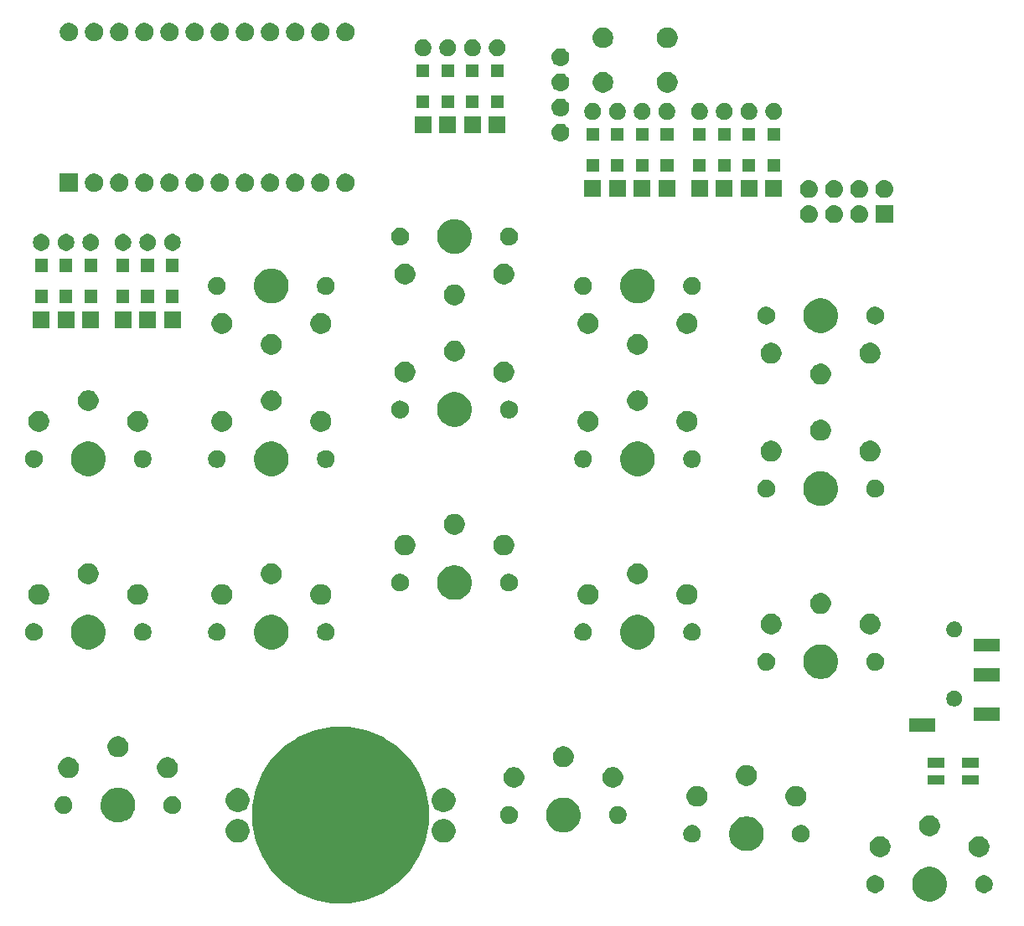
<source format=gbr>
G04 #@! TF.GenerationSoftware,KiCad,Pcbnew,5.1.4-e60b266~84~ubuntu19.04.1*
G04 #@! TF.CreationDate,2020-01-09T17:11:54-08:00*
G04 #@! TF.ProjectId,fissure,66697373-7572-4652-9e6b-696361645f70,rev?*
G04 #@! TF.SameCoordinates,Original*
G04 #@! TF.FileFunction,Soldermask,Top*
G04 #@! TF.FilePolarity,Negative*
%FSLAX46Y46*%
G04 Gerber Fmt 4.6, Leading zero omitted, Abs format (unit mm)*
G04 Created by KiCad (PCBNEW 5.1.4-e60b266~84~ubuntu19.04.1) date 2020-01-09 17:11:54*
%MOMM*%
%LPD*%
G04 APERTURE LIST*
%ADD10C,0.100000*%
G04 APERTURE END LIST*
D10*
G36*
X79607909Y-111641981D02*
G01*
X81236887Y-112316726D01*
X81723352Y-112641772D01*
X82702930Y-113296304D01*
X83949696Y-114543070D01*
X84485851Y-115345484D01*
X84929274Y-116009113D01*
X85604019Y-117638091D01*
X85948000Y-119367402D01*
X85948000Y-121130598D01*
X85604019Y-122859909D01*
X84929274Y-124488887D01*
X84604228Y-124975352D01*
X83949696Y-125954930D01*
X82702930Y-127201696D01*
X82238808Y-127511812D01*
X81236887Y-128181274D01*
X79607909Y-128856019D01*
X77878598Y-129200000D01*
X76115402Y-129200000D01*
X74386091Y-128856019D01*
X72757113Y-128181274D01*
X71755192Y-127511812D01*
X71291070Y-127201696D01*
X70044304Y-125954930D01*
X69389772Y-124975352D01*
X69064726Y-124488887D01*
X68389981Y-122859909D01*
X68046000Y-121130598D01*
X68046000Y-119367402D01*
X68389981Y-117638091D01*
X69064726Y-116009113D01*
X69508149Y-115345484D01*
X70044304Y-114543070D01*
X71291070Y-113296304D01*
X72270648Y-112641772D01*
X72757113Y-112316726D01*
X74386091Y-111641981D01*
X76115402Y-111298000D01*
X77878598Y-111298000D01*
X79607909Y-111641981D01*
X79607909Y-111641981D01*
G37*
G36*
X136894985Y-125542860D02*
G01*
X137007748Y-125565290D01*
X137139741Y-125619963D01*
X137326408Y-125697283D01*
X137613196Y-125888909D01*
X137857091Y-126132804D01*
X138048717Y-126419592D01*
X138180710Y-126738253D01*
X138248000Y-127076540D01*
X138248000Y-127421460D01*
X138180710Y-127759747D01*
X138048717Y-128078408D01*
X137857091Y-128365196D01*
X137613196Y-128609091D01*
X137326408Y-128800717D01*
X137192896Y-128856019D01*
X137007748Y-128932710D01*
X136894985Y-128955140D01*
X136669460Y-129000000D01*
X136324540Y-129000000D01*
X136099015Y-128955140D01*
X135986252Y-128932710D01*
X135801104Y-128856019D01*
X135667592Y-128800717D01*
X135380804Y-128609091D01*
X135136909Y-128365196D01*
X134945283Y-128078408D01*
X134813290Y-127759747D01*
X134746000Y-127421460D01*
X134746000Y-127076540D01*
X134813290Y-126738253D01*
X134945283Y-126419592D01*
X135136909Y-126132804D01*
X135380804Y-125888909D01*
X135667592Y-125697283D01*
X135854259Y-125619963D01*
X135986252Y-125565290D01*
X136099015Y-125542860D01*
X136324540Y-125498000D01*
X136669460Y-125498000D01*
X136894985Y-125542860D01*
X136894985Y-125542860D01*
G37*
G36*
X131110512Y-126352927D02*
G01*
X131259812Y-126382624D01*
X131423784Y-126450544D01*
X131571354Y-126549147D01*
X131696853Y-126674646D01*
X131795456Y-126822216D01*
X131863376Y-126986188D01*
X131898000Y-127160259D01*
X131898000Y-127337741D01*
X131863376Y-127511812D01*
X131795456Y-127675784D01*
X131696853Y-127823354D01*
X131571354Y-127948853D01*
X131423784Y-128047456D01*
X131259812Y-128115376D01*
X131110512Y-128145073D01*
X131085742Y-128150000D01*
X130908258Y-128150000D01*
X130883488Y-128145073D01*
X130734188Y-128115376D01*
X130570216Y-128047456D01*
X130422646Y-127948853D01*
X130297147Y-127823354D01*
X130198544Y-127675784D01*
X130130624Y-127511812D01*
X130096000Y-127337741D01*
X130096000Y-127160259D01*
X130130624Y-126986188D01*
X130198544Y-126822216D01*
X130297147Y-126674646D01*
X130422646Y-126549147D01*
X130570216Y-126450544D01*
X130734188Y-126382624D01*
X130883488Y-126352927D01*
X130908258Y-126348000D01*
X131085742Y-126348000D01*
X131110512Y-126352927D01*
X131110512Y-126352927D01*
G37*
G36*
X142110512Y-126352927D02*
G01*
X142259812Y-126382624D01*
X142423784Y-126450544D01*
X142571354Y-126549147D01*
X142696853Y-126674646D01*
X142795456Y-126822216D01*
X142863376Y-126986188D01*
X142898000Y-127160259D01*
X142898000Y-127337741D01*
X142863376Y-127511812D01*
X142795456Y-127675784D01*
X142696853Y-127823354D01*
X142571354Y-127948853D01*
X142423784Y-128047456D01*
X142259812Y-128115376D01*
X142110512Y-128145073D01*
X142085742Y-128150000D01*
X141908258Y-128150000D01*
X141883488Y-128145073D01*
X141734188Y-128115376D01*
X141570216Y-128047456D01*
X141422646Y-127948853D01*
X141297147Y-127823354D01*
X141198544Y-127675784D01*
X141130624Y-127511812D01*
X141096000Y-127337741D01*
X141096000Y-127160259D01*
X141130624Y-126986188D01*
X141198544Y-126822216D01*
X141297147Y-126674646D01*
X141422646Y-126549147D01*
X141570216Y-126450544D01*
X141734188Y-126382624D01*
X141883488Y-126352927D01*
X141908258Y-126348000D01*
X142085742Y-126348000D01*
X142110512Y-126352927D01*
X142110512Y-126352927D01*
G37*
G36*
X131803564Y-122438389D02*
G01*
X131994833Y-122517615D01*
X131994835Y-122517616D01*
X132166973Y-122632635D01*
X132313365Y-122779027D01*
X132425906Y-122947456D01*
X132428385Y-122951167D01*
X132507611Y-123142436D01*
X132548000Y-123345484D01*
X132548000Y-123552516D01*
X132507611Y-123755564D01*
X132475656Y-123832710D01*
X132428384Y-123946835D01*
X132313365Y-124118973D01*
X132166973Y-124265365D01*
X131994835Y-124380384D01*
X131994834Y-124380385D01*
X131994833Y-124380385D01*
X131803564Y-124459611D01*
X131600516Y-124500000D01*
X131393484Y-124500000D01*
X131190436Y-124459611D01*
X130999167Y-124380385D01*
X130999166Y-124380385D01*
X130999165Y-124380384D01*
X130827027Y-124265365D01*
X130680635Y-124118973D01*
X130565616Y-123946835D01*
X130518344Y-123832710D01*
X130486389Y-123755564D01*
X130446000Y-123552516D01*
X130446000Y-123345484D01*
X130486389Y-123142436D01*
X130565615Y-122951167D01*
X130568095Y-122947456D01*
X130680635Y-122779027D01*
X130827027Y-122632635D01*
X130999165Y-122517616D01*
X130999167Y-122517615D01*
X131190436Y-122438389D01*
X131393484Y-122398000D01*
X131600516Y-122398000D01*
X131803564Y-122438389D01*
X131803564Y-122438389D01*
G37*
G36*
X141803564Y-122438389D02*
G01*
X141994833Y-122517615D01*
X141994835Y-122517616D01*
X142166973Y-122632635D01*
X142313365Y-122779027D01*
X142425906Y-122947456D01*
X142428385Y-122951167D01*
X142507611Y-123142436D01*
X142548000Y-123345484D01*
X142548000Y-123552516D01*
X142507611Y-123755564D01*
X142475656Y-123832710D01*
X142428384Y-123946835D01*
X142313365Y-124118973D01*
X142166973Y-124265365D01*
X141994835Y-124380384D01*
X141994834Y-124380385D01*
X141994833Y-124380385D01*
X141803564Y-124459611D01*
X141600516Y-124500000D01*
X141393484Y-124500000D01*
X141190436Y-124459611D01*
X140999167Y-124380385D01*
X140999166Y-124380385D01*
X140999165Y-124380384D01*
X140827027Y-124265365D01*
X140680635Y-124118973D01*
X140565616Y-123946835D01*
X140518344Y-123832710D01*
X140486389Y-123755564D01*
X140446000Y-123552516D01*
X140446000Y-123345484D01*
X140486389Y-123142436D01*
X140565615Y-122951167D01*
X140568095Y-122947456D01*
X140680635Y-122779027D01*
X140827027Y-122632635D01*
X140999165Y-122517616D01*
X140999167Y-122517615D01*
X141190436Y-122438389D01*
X141393484Y-122398000D01*
X141600516Y-122398000D01*
X141803564Y-122438389D01*
X141803564Y-122438389D01*
G37*
G36*
X118394985Y-120442860D02*
G01*
X118507748Y-120465290D01*
X118620059Y-120511811D01*
X118826408Y-120597283D01*
X119113196Y-120788909D01*
X119357091Y-121032804D01*
X119548717Y-121319592D01*
X119622898Y-121498681D01*
X119680710Y-121638252D01*
X119684154Y-121655565D01*
X119748000Y-121976540D01*
X119748000Y-122321460D01*
X119680710Y-122659747D01*
X119548717Y-122978408D01*
X119357091Y-123265196D01*
X119113196Y-123509091D01*
X118826408Y-123700717D01*
X118639741Y-123778037D01*
X118507748Y-123832710D01*
X118394985Y-123855140D01*
X118169460Y-123900000D01*
X117824540Y-123900000D01*
X117599015Y-123855140D01*
X117486252Y-123832710D01*
X117354259Y-123778037D01*
X117167592Y-123700717D01*
X116880804Y-123509091D01*
X116636909Y-123265196D01*
X116445283Y-122978408D01*
X116313290Y-122659747D01*
X116246000Y-122321460D01*
X116246000Y-121976540D01*
X116309846Y-121655565D01*
X116313290Y-121638252D01*
X116371102Y-121498681D01*
X116445283Y-121319592D01*
X116636909Y-121032804D01*
X116880804Y-120788909D01*
X117167592Y-120597283D01*
X117373941Y-120511811D01*
X117486252Y-120465290D01*
X117599015Y-120442860D01*
X117824540Y-120398000D01*
X118169460Y-120398000D01*
X118394985Y-120442860D01*
X118394985Y-120442860D01*
G37*
G36*
X66947318Y-120694153D02*
G01*
X67105677Y-120759748D01*
X67165887Y-120784688D01*
X67362593Y-120916122D01*
X67529878Y-121083407D01*
X67638175Y-121245486D01*
X67661313Y-121280115D01*
X67751847Y-121498682D01*
X67798000Y-121730710D01*
X67798000Y-121967290D01*
X67751847Y-122199318D01*
X67661313Y-122417885D01*
X67661312Y-122417887D01*
X67529878Y-122614593D01*
X67362593Y-122781878D01*
X67165887Y-122913312D01*
X67165886Y-122913313D01*
X67165885Y-122913313D01*
X66947318Y-123003847D01*
X66715290Y-123050000D01*
X66478710Y-123050000D01*
X66246682Y-123003847D01*
X66028115Y-122913313D01*
X66028114Y-122913313D01*
X66028113Y-122913312D01*
X65831407Y-122781878D01*
X65664122Y-122614593D01*
X65532688Y-122417887D01*
X65532687Y-122417885D01*
X65442153Y-122199318D01*
X65396000Y-121967290D01*
X65396000Y-121730710D01*
X65442153Y-121498682D01*
X65532687Y-121280115D01*
X65555825Y-121245486D01*
X65664122Y-121083407D01*
X65831407Y-120916122D01*
X66028113Y-120784688D01*
X66088323Y-120759748D01*
X66246682Y-120694153D01*
X66478710Y-120648000D01*
X66715290Y-120648000D01*
X66947318Y-120694153D01*
X66947318Y-120694153D01*
G37*
G36*
X112610512Y-121252927D02*
G01*
X112759812Y-121282624D01*
X112923784Y-121350544D01*
X113071354Y-121449147D01*
X113196853Y-121574646D01*
X113295456Y-121722216D01*
X113363376Y-121886188D01*
X113398000Y-122060259D01*
X113398000Y-122237741D01*
X113363376Y-122411812D01*
X113295456Y-122575784D01*
X113196853Y-122723354D01*
X113071354Y-122848853D01*
X112923784Y-122947456D01*
X112759812Y-123015376D01*
X112610512Y-123045073D01*
X112585742Y-123050000D01*
X112408258Y-123050000D01*
X112383488Y-123045073D01*
X112234188Y-123015376D01*
X112070216Y-122947456D01*
X111922646Y-122848853D01*
X111797147Y-122723354D01*
X111698544Y-122575784D01*
X111630624Y-122411812D01*
X111596000Y-122237741D01*
X111596000Y-122060259D01*
X111630624Y-121886188D01*
X111698544Y-121722216D01*
X111797147Y-121574646D01*
X111922646Y-121449147D01*
X112070216Y-121350544D01*
X112234188Y-121282624D01*
X112383488Y-121252927D01*
X112408258Y-121248000D01*
X112585742Y-121248000D01*
X112610512Y-121252927D01*
X112610512Y-121252927D01*
G37*
G36*
X123610512Y-121252927D02*
G01*
X123759812Y-121282624D01*
X123923784Y-121350544D01*
X124071354Y-121449147D01*
X124196853Y-121574646D01*
X124295456Y-121722216D01*
X124363376Y-121886188D01*
X124398000Y-122060259D01*
X124398000Y-122237741D01*
X124363376Y-122411812D01*
X124295456Y-122575784D01*
X124196853Y-122723354D01*
X124071354Y-122848853D01*
X123923784Y-122947456D01*
X123759812Y-123015376D01*
X123610512Y-123045073D01*
X123585742Y-123050000D01*
X123408258Y-123050000D01*
X123383488Y-123045073D01*
X123234188Y-123015376D01*
X123070216Y-122947456D01*
X122922646Y-122848853D01*
X122797147Y-122723354D01*
X122698544Y-122575784D01*
X122630624Y-122411812D01*
X122596000Y-122237741D01*
X122596000Y-122060259D01*
X122630624Y-121886188D01*
X122698544Y-121722216D01*
X122797147Y-121574646D01*
X122922646Y-121449147D01*
X123070216Y-121350544D01*
X123234188Y-121282624D01*
X123383488Y-121252927D01*
X123408258Y-121248000D01*
X123585742Y-121248000D01*
X123610512Y-121252927D01*
X123610512Y-121252927D01*
G37*
G36*
X87747318Y-120694153D02*
G01*
X87905677Y-120759748D01*
X87965887Y-120784688D01*
X88162593Y-120916122D01*
X88329878Y-121083407D01*
X88438175Y-121245486D01*
X88461313Y-121280115D01*
X88551847Y-121498682D01*
X88598000Y-121730710D01*
X88598000Y-121967290D01*
X88551847Y-122199318D01*
X88461313Y-122417885D01*
X88461312Y-122417887D01*
X88329878Y-122614593D01*
X88162593Y-122781878D01*
X87965887Y-122913312D01*
X87965886Y-122913313D01*
X87965885Y-122913313D01*
X87747318Y-123003847D01*
X87515290Y-123050000D01*
X87278710Y-123050000D01*
X87046682Y-123003847D01*
X86828115Y-122913313D01*
X86828114Y-122913313D01*
X86828113Y-122913312D01*
X86631407Y-122781878D01*
X86464122Y-122614593D01*
X86332688Y-122417887D01*
X86332687Y-122417885D01*
X86242153Y-122199318D01*
X86196000Y-121967290D01*
X86196000Y-121730710D01*
X86242153Y-121498682D01*
X86332687Y-121280115D01*
X86355825Y-121245486D01*
X86464122Y-121083407D01*
X86631407Y-120916122D01*
X86828113Y-120784688D01*
X86888323Y-120759748D01*
X87046682Y-120694153D01*
X87278710Y-120648000D01*
X87515290Y-120648000D01*
X87747318Y-120694153D01*
X87747318Y-120694153D01*
G37*
G36*
X136803564Y-120338389D02*
G01*
X136994833Y-120417615D01*
X136994835Y-120417616D01*
X137166973Y-120532635D01*
X137313365Y-120679027D01*
X137409801Y-120823353D01*
X137428385Y-120851167D01*
X137507611Y-121042436D01*
X137548000Y-121245484D01*
X137548000Y-121452516D01*
X137507611Y-121655564D01*
X137447487Y-121800716D01*
X137428384Y-121846835D01*
X137313365Y-122018973D01*
X137166973Y-122165365D01*
X136994835Y-122280384D01*
X136994834Y-122280385D01*
X136994833Y-122280385D01*
X136803564Y-122359611D01*
X136600516Y-122400000D01*
X136393484Y-122400000D01*
X136190436Y-122359611D01*
X135999167Y-122280385D01*
X135999166Y-122280385D01*
X135999165Y-122280384D01*
X135827027Y-122165365D01*
X135680635Y-122018973D01*
X135565616Y-121846835D01*
X135546513Y-121800716D01*
X135486389Y-121655564D01*
X135446000Y-121452516D01*
X135446000Y-121245484D01*
X135486389Y-121042436D01*
X135565615Y-120851167D01*
X135584200Y-120823353D01*
X135680635Y-120679027D01*
X135827027Y-120532635D01*
X135999165Y-120417616D01*
X135999167Y-120417615D01*
X136190436Y-120338389D01*
X136393484Y-120298000D01*
X136600516Y-120298000D01*
X136803564Y-120338389D01*
X136803564Y-120338389D01*
G37*
G36*
X99894985Y-118542860D02*
G01*
X100007748Y-118565290D01*
X100139741Y-118619963D01*
X100326408Y-118697283D01*
X100613196Y-118888909D01*
X100857091Y-119132804D01*
X101048717Y-119419592D01*
X101126037Y-119606259D01*
X101180710Y-119738252D01*
X101197411Y-119822216D01*
X101248000Y-120076540D01*
X101248000Y-120421460D01*
X101225886Y-120532635D01*
X101180710Y-120759748D01*
X101163740Y-120800716D01*
X101048717Y-121078408D01*
X100857091Y-121365196D01*
X100613196Y-121609091D01*
X100326408Y-121800717D01*
X100139741Y-121878037D01*
X100007748Y-121932710D01*
X99894985Y-121955140D01*
X99669460Y-122000000D01*
X99324540Y-122000000D01*
X99099015Y-121955140D01*
X98986252Y-121932710D01*
X98854259Y-121878037D01*
X98667592Y-121800717D01*
X98380804Y-121609091D01*
X98136909Y-121365196D01*
X97945283Y-121078408D01*
X97830260Y-120800716D01*
X97813290Y-120759748D01*
X97768114Y-120532635D01*
X97746000Y-120421460D01*
X97746000Y-120076540D01*
X97796589Y-119822216D01*
X97813290Y-119738252D01*
X97867963Y-119606259D01*
X97945283Y-119419592D01*
X98136909Y-119132804D01*
X98380804Y-118888909D01*
X98667592Y-118697283D01*
X98854259Y-118619963D01*
X98986252Y-118565290D01*
X99099015Y-118542860D01*
X99324540Y-118498000D01*
X99669460Y-118498000D01*
X99894985Y-118542860D01*
X99894985Y-118542860D01*
G37*
G36*
X105110512Y-119352927D02*
G01*
X105259812Y-119382624D01*
X105423784Y-119450544D01*
X105571354Y-119549147D01*
X105696853Y-119674646D01*
X105795456Y-119822216D01*
X105863376Y-119986188D01*
X105881348Y-120076542D01*
X105895960Y-120150000D01*
X105898000Y-120160259D01*
X105898000Y-120337741D01*
X105863376Y-120511812D01*
X105795456Y-120675784D01*
X105696853Y-120823354D01*
X105571354Y-120948853D01*
X105423784Y-121047456D01*
X105259812Y-121115376D01*
X105110512Y-121145073D01*
X105085742Y-121150000D01*
X104908258Y-121150000D01*
X104883488Y-121145073D01*
X104734188Y-121115376D01*
X104570216Y-121047456D01*
X104422646Y-120948853D01*
X104297147Y-120823354D01*
X104198544Y-120675784D01*
X104130624Y-120511812D01*
X104096000Y-120337741D01*
X104096000Y-120160259D01*
X104098041Y-120150000D01*
X104112652Y-120076542D01*
X104130624Y-119986188D01*
X104198544Y-119822216D01*
X104297147Y-119674646D01*
X104422646Y-119549147D01*
X104570216Y-119450544D01*
X104734188Y-119382624D01*
X104883488Y-119352927D01*
X104908258Y-119348000D01*
X105085742Y-119348000D01*
X105110512Y-119352927D01*
X105110512Y-119352927D01*
G37*
G36*
X94110512Y-119352927D02*
G01*
X94259812Y-119382624D01*
X94423784Y-119450544D01*
X94571354Y-119549147D01*
X94696853Y-119674646D01*
X94795456Y-119822216D01*
X94863376Y-119986188D01*
X94881348Y-120076542D01*
X94895960Y-120150000D01*
X94898000Y-120160259D01*
X94898000Y-120337741D01*
X94863376Y-120511812D01*
X94795456Y-120675784D01*
X94696853Y-120823354D01*
X94571354Y-120948853D01*
X94423784Y-121047456D01*
X94259812Y-121115376D01*
X94110512Y-121145073D01*
X94085742Y-121150000D01*
X93908258Y-121150000D01*
X93883488Y-121145073D01*
X93734188Y-121115376D01*
X93570216Y-121047456D01*
X93422646Y-120948853D01*
X93297147Y-120823354D01*
X93198544Y-120675784D01*
X93130624Y-120511812D01*
X93096000Y-120337741D01*
X93096000Y-120160259D01*
X93098041Y-120150000D01*
X93112652Y-120076542D01*
X93130624Y-119986188D01*
X93198544Y-119822216D01*
X93297147Y-119674646D01*
X93422646Y-119549147D01*
X93570216Y-119450544D01*
X93734188Y-119382624D01*
X93883488Y-119352927D01*
X93908258Y-119348000D01*
X94085742Y-119348000D01*
X94110512Y-119352927D01*
X94110512Y-119352927D01*
G37*
G36*
X54894985Y-117542860D02*
G01*
X55007748Y-117565290D01*
X55139741Y-117619963D01*
X55326408Y-117697283D01*
X55613196Y-117888909D01*
X55857091Y-118132804D01*
X56048717Y-118419592D01*
X56109067Y-118565290D01*
X56136165Y-118630710D01*
X56180710Y-118738253D01*
X56248000Y-119076540D01*
X56248000Y-119421460D01*
X56222601Y-119549147D01*
X56180710Y-119759748D01*
X56154835Y-119822216D01*
X56048717Y-120078408D01*
X55857091Y-120365196D01*
X55613196Y-120609091D01*
X55326408Y-120800717D01*
X55204615Y-120851165D01*
X55007748Y-120932710D01*
X54894985Y-120955140D01*
X54669460Y-121000000D01*
X54324540Y-121000000D01*
X54099015Y-120955140D01*
X53986252Y-120932710D01*
X53789385Y-120851165D01*
X53667592Y-120800717D01*
X53380804Y-120609091D01*
X53136909Y-120365196D01*
X52945283Y-120078408D01*
X52839165Y-119822216D01*
X52813290Y-119759748D01*
X52771399Y-119549147D01*
X52746000Y-119421460D01*
X52746000Y-119076540D01*
X52813290Y-118738253D01*
X52857836Y-118630710D01*
X52884933Y-118565290D01*
X52945283Y-118419592D01*
X53136909Y-118132804D01*
X53380804Y-117888909D01*
X53667592Y-117697283D01*
X53854259Y-117619963D01*
X53986252Y-117565290D01*
X54099015Y-117542860D01*
X54324540Y-117498000D01*
X54669460Y-117498000D01*
X54894985Y-117542860D01*
X54894985Y-117542860D01*
G37*
G36*
X49110512Y-118352927D02*
G01*
X49259812Y-118382624D01*
X49423784Y-118450544D01*
X49571354Y-118549147D01*
X49696853Y-118674646D01*
X49795456Y-118822216D01*
X49863376Y-118986188D01*
X49892539Y-119132803D01*
X49898000Y-119160258D01*
X49898000Y-119337742D01*
X49893650Y-119359610D01*
X49863376Y-119511812D01*
X49795456Y-119675784D01*
X49696853Y-119823354D01*
X49571354Y-119948853D01*
X49423784Y-120047456D01*
X49259812Y-120115376D01*
X49110512Y-120145073D01*
X49085742Y-120150000D01*
X48908258Y-120150000D01*
X48883488Y-120145073D01*
X48734188Y-120115376D01*
X48570216Y-120047456D01*
X48422646Y-119948853D01*
X48297147Y-119823354D01*
X48198544Y-119675784D01*
X48130624Y-119511812D01*
X48100350Y-119359610D01*
X48096000Y-119337742D01*
X48096000Y-119160258D01*
X48101461Y-119132803D01*
X48130624Y-118986188D01*
X48198544Y-118822216D01*
X48297147Y-118674646D01*
X48422646Y-118549147D01*
X48570216Y-118450544D01*
X48734188Y-118382624D01*
X48883488Y-118352927D01*
X48908258Y-118348000D01*
X49085742Y-118348000D01*
X49110512Y-118352927D01*
X49110512Y-118352927D01*
G37*
G36*
X60110512Y-118352927D02*
G01*
X60259812Y-118382624D01*
X60423784Y-118450544D01*
X60571354Y-118549147D01*
X60696853Y-118674646D01*
X60795456Y-118822216D01*
X60863376Y-118986188D01*
X60892539Y-119132803D01*
X60898000Y-119160258D01*
X60898000Y-119337742D01*
X60893650Y-119359610D01*
X60863376Y-119511812D01*
X60795456Y-119675784D01*
X60696853Y-119823354D01*
X60571354Y-119948853D01*
X60423784Y-120047456D01*
X60259812Y-120115376D01*
X60110512Y-120145073D01*
X60085742Y-120150000D01*
X59908258Y-120150000D01*
X59883488Y-120145073D01*
X59734188Y-120115376D01*
X59570216Y-120047456D01*
X59422646Y-119948853D01*
X59297147Y-119823354D01*
X59198544Y-119675784D01*
X59130624Y-119511812D01*
X59100350Y-119359610D01*
X59096000Y-119337742D01*
X59096000Y-119160258D01*
X59101461Y-119132803D01*
X59130624Y-118986188D01*
X59198544Y-118822216D01*
X59297147Y-118674646D01*
X59422646Y-118549147D01*
X59570216Y-118450544D01*
X59734188Y-118382624D01*
X59883488Y-118352927D01*
X59908258Y-118348000D01*
X60085742Y-118348000D01*
X60110512Y-118352927D01*
X60110512Y-118352927D01*
G37*
G36*
X87747318Y-117594153D02*
G01*
X87965885Y-117684687D01*
X87965887Y-117684688D01*
X88162593Y-117816122D01*
X88329878Y-117983407D01*
X88429701Y-118132804D01*
X88461313Y-118180115D01*
X88551847Y-118398682D01*
X88598000Y-118630710D01*
X88598000Y-118867290D01*
X88551847Y-119099318D01*
X88476846Y-119280385D01*
X88461312Y-119317887D01*
X88329878Y-119514593D01*
X88162593Y-119681878D01*
X87965887Y-119813312D01*
X87965886Y-119813313D01*
X87965885Y-119813313D01*
X87747318Y-119903847D01*
X87515290Y-119950000D01*
X87278710Y-119950000D01*
X87046682Y-119903847D01*
X86828115Y-119813313D01*
X86828114Y-119813313D01*
X86828113Y-119813312D01*
X86631407Y-119681878D01*
X86464122Y-119514593D01*
X86332688Y-119317887D01*
X86317154Y-119280385D01*
X86242153Y-119099318D01*
X86196000Y-118867290D01*
X86196000Y-118630710D01*
X86242153Y-118398682D01*
X86332687Y-118180115D01*
X86364299Y-118132804D01*
X86464122Y-117983407D01*
X86631407Y-117816122D01*
X86828113Y-117684688D01*
X86828115Y-117684687D01*
X87046682Y-117594153D01*
X87278710Y-117548000D01*
X87515290Y-117548000D01*
X87747318Y-117594153D01*
X87747318Y-117594153D01*
G37*
G36*
X66947318Y-117594153D02*
G01*
X67165885Y-117684687D01*
X67165887Y-117684688D01*
X67362593Y-117816122D01*
X67529878Y-117983407D01*
X67629701Y-118132804D01*
X67661313Y-118180115D01*
X67751847Y-118398682D01*
X67798000Y-118630710D01*
X67798000Y-118867290D01*
X67751847Y-119099318D01*
X67676846Y-119280385D01*
X67661312Y-119317887D01*
X67529878Y-119514593D01*
X67362593Y-119681878D01*
X67165887Y-119813312D01*
X67165886Y-119813313D01*
X67165885Y-119813313D01*
X66947318Y-119903847D01*
X66715290Y-119950000D01*
X66478710Y-119950000D01*
X66246682Y-119903847D01*
X66028115Y-119813313D01*
X66028114Y-119813313D01*
X66028113Y-119813312D01*
X65831407Y-119681878D01*
X65664122Y-119514593D01*
X65532688Y-119317887D01*
X65517154Y-119280385D01*
X65442153Y-119099318D01*
X65396000Y-118867290D01*
X65396000Y-118630710D01*
X65442153Y-118398682D01*
X65532687Y-118180115D01*
X65564299Y-118132804D01*
X65664122Y-117983407D01*
X65831407Y-117816122D01*
X66028113Y-117684688D01*
X66028115Y-117684687D01*
X66246682Y-117594153D01*
X66478710Y-117548000D01*
X66715290Y-117548000D01*
X66947318Y-117594153D01*
X66947318Y-117594153D01*
G37*
G36*
X123303564Y-117338389D02*
G01*
X123494833Y-117417615D01*
X123494835Y-117417616D01*
X123557683Y-117459610D01*
X123666973Y-117532635D01*
X123813365Y-117679027D01*
X123928385Y-117851167D01*
X124007611Y-118042436D01*
X124048000Y-118245484D01*
X124048000Y-118452516D01*
X124007611Y-118655564D01*
X123938581Y-118822218D01*
X123928384Y-118846835D01*
X123813365Y-119018973D01*
X123666973Y-119165365D01*
X123494835Y-119280384D01*
X123494834Y-119280385D01*
X123494833Y-119280385D01*
X123303564Y-119359611D01*
X123100516Y-119400000D01*
X122893484Y-119400000D01*
X122690436Y-119359611D01*
X122499167Y-119280385D01*
X122499166Y-119280385D01*
X122499165Y-119280384D01*
X122327027Y-119165365D01*
X122180635Y-119018973D01*
X122065616Y-118846835D01*
X122055419Y-118822218D01*
X121986389Y-118655564D01*
X121946000Y-118452516D01*
X121946000Y-118245484D01*
X121986389Y-118042436D01*
X122065615Y-117851167D01*
X122180635Y-117679027D01*
X122327027Y-117532635D01*
X122436317Y-117459610D01*
X122499165Y-117417616D01*
X122499167Y-117417615D01*
X122690436Y-117338389D01*
X122893484Y-117298000D01*
X123100516Y-117298000D01*
X123303564Y-117338389D01*
X123303564Y-117338389D01*
G37*
G36*
X113303564Y-117338389D02*
G01*
X113494833Y-117417615D01*
X113494835Y-117417616D01*
X113557683Y-117459610D01*
X113666973Y-117532635D01*
X113813365Y-117679027D01*
X113928385Y-117851167D01*
X114007611Y-118042436D01*
X114048000Y-118245484D01*
X114048000Y-118452516D01*
X114007611Y-118655564D01*
X113938581Y-118822218D01*
X113928384Y-118846835D01*
X113813365Y-119018973D01*
X113666973Y-119165365D01*
X113494835Y-119280384D01*
X113494834Y-119280385D01*
X113494833Y-119280385D01*
X113303564Y-119359611D01*
X113100516Y-119400000D01*
X112893484Y-119400000D01*
X112690436Y-119359611D01*
X112499167Y-119280385D01*
X112499166Y-119280385D01*
X112499165Y-119280384D01*
X112327027Y-119165365D01*
X112180635Y-119018973D01*
X112065616Y-118846835D01*
X112055419Y-118822218D01*
X111986389Y-118655564D01*
X111946000Y-118452516D01*
X111946000Y-118245484D01*
X111986389Y-118042436D01*
X112065615Y-117851167D01*
X112180635Y-117679027D01*
X112327027Y-117532635D01*
X112436317Y-117459610D01*
X112499165Y-117417616D01*
X112499167Y-117417615D01*
X112690436Y-117338389D01*
X112893484Y-117298000D01*
X113100516Y-117298000D01*
X113303564Y-117338389D01*
X113303564Y-117338389D01*
G37*
G36*
X94803564Y-115438389D02*
G01*
X94994833Y-115517615D01*
X94994835Y-115517616D01*
X95166973Y-115632635D01*
X95313365Y-115779027D01*
X95425491Y-115946835D01*
X95428385Y-115951167D01*
X95507611Y-116142436D01*
X95548000Y-116345484D01*
X95548000Y-116552516D01*
X95507611Y-116755564D01*
X95439925Y-116918973D01*
X95428384Y-116946835D01*
X95313365Y-117118973D01*
X95166973Y-117265365D01*
X94994835Y-117380384D01*
X94994834Y-117380385D01*
X94994833Y-117380385D01*
X94803564Y-117459611D01*
X94600516Y-117500000D01*
X94393484Y-117500000D01*
X94190436Y-117459611D01*
X93999167Y-117380385D01*
X93999166Y-117380385D01*
X93999165Y-117380384D01*
X93827027Y-117265365D01*
X93680635Y-117118973D01*
X93565616Y-116946835D01*
X93554075Y-116918973D01*
X93486389Y-116755564D01*
X93446000Y-116552516D01*
X93446000Y-116345484D01*
X93486389Y-116142436D01*
X93565615Y-115951167D01*
X93568510Y-115946835D01*
X93680635Y-115779027D01*
X93827027Y-115632635D01*
X93999165Y-115517616D01*
X93999167Y-115517615D01*
X94190436Y-115438389D01*
X94393484Y-115398000D01*
X94600516Y-115398000D01*
X94803564Y-115438389D01*
X94803564Y-115438389D01*
G37*
G36*
X104803564Y-115438389D02*
G01*
X104994833Y-115517615D01*
X104994835Y-115517616D01*
X105166973Y-115632635D01*
X105313365Y-115779027D01*
X105425491Y-115946835D01*
X105428385Y-115951167D01*
X105507611Y-116142436D01*
X105548000Y-116345484D01*
X105548000Y-116552516D01*
X105507611Y-116755564D01*
X105439925Y-116918973D01*
X105428384Y-116946835D01*
X105313365Y-117118973D01*
X105166973Y-117265365D01*
X104994835Y-117380384D01*
X104994834Y-117380385D01*
X104994833Y-117380385D01*
X104803564Y-117459611D01*
X104600516Y-117500000D01*
X104393484Y-117500000D01*
X104190436Y-117459611D01*
X103999167Y-117380385D01*
X103999166Y-117380385D01*
X103999165Y-117380384D01*
X103827027Y-117265365D01*
X103680635Y-117118973D01*
X103565616Y-116946835D01*
X103554075Y-116918973D01*
X103486389Y-116755564D01*
X103446000Y-116552516D01*
X103446000Y-116345484D01*
X103486389Y-116142436D01*
X103565615Y-115951167D01*
X103568510Y-115946835D01*
X103680635Y-115779027D01*
X103827027Y-115632635D01*
X103999165Y-115517616D01*
X103999167Y-115517615D01*
X104190436Y-115438389D01*
X104393484Y-115398000D01*
X104600516Y-115398000D01*
X104803564Y-115438389D01*
X104803564Y-115438389D01*
G37*
G36*
X118303564Y-115238389D02*
G01*
X118494833Y-115317615D01*
X118494835Y-115317616D01*
X118536542Y-115345484D01*
X118666973Y-115432635D01*
X118813365Y-115579027D01*
X118928385Y-115751167D01*
X119007611Y-115942436D01*
X119048000Y-116145484D01*
X119048000Y-116352516D01*
X119007611Y-116555564D01*
X118928385Y-116746833D01*
X118928384Y-116746835D01*
X118813365Y-116918973D01*
X118666973Y-117065365D01*
X118494835Y-117180384D01*
X118494834Y-117180385D01*
X118494833Y-117180385D01*
X118303564Y-117259611D01*
X118100516Y-117300000D01*
X117893484Y-117300000D01*
X117690436Y-117259611D01*
X117499167Y-117180385D01*
X117499166Y-117180385D01*
X117499165Y-117180384D01*
X117327027Y-117065365D01*
X117180635Y-116918973D01*
X117065616Y-116746835D01*
X117065615Y-116746833D01*
X116986389Y-116555564D01*
X116946000Y-116352516D01*
X116946000Y-116145484D01*
X116986389Y-115942436D01*
X117065615Y-115751167D01*
X117180635Y-115579027D01*
X117327027Y-115432635D01*
X117457458Y-115345484D01*
X117499165Y-115317616D01*
X117499167Y-115317615D01*
X117690436Y-115238389D01*
X117893484Y-115198000D01*
X118100516Y-115198000D01*
X118303564Y-115238389D01*
X118303564Y-115238389D01*
G37*
G36*
X141498000Y-117200000D02*
G01*
X139796000Y-117200000D01*
X139796000Y-116248000D01*
X141498000Y-116248000D01*
X141498000Y-117200000D01*
X141498000Y-117200000D01*
G37*
G36*
X137998000Y-117200000D02*
G01*
X136296000Y-117200000D01*
X136296000Y-116248000D01*
X137998000Y-116248000D01*
X137998000Y-117200000D01*
X137998000Y-117200000D01*
G37*
G36*
X59803564Y-114438389D02*
G01*
X59994833Y-114517615D01*
X59994835Y-114517616D01*
X60166973Y-114632635D01*
X60313365Y-114779027D01*
X60358672Y-114846833D01*
X60428385Y-114951167D01*
X60507611Y-115142436D01*
X60548000Y-115345484D01*
X60548000Y-115552516D01*
X60507611Y-115755564D01*
X60497892Y-115779027D01*
X60428384Y-115946835D01*
X60313365Y-116118973D01*
X60166973Y-116265365D01*
X59994835Y-116380384D01*
X59994834Y-116380385D01*
X59994833Y-116380385D01*
X59803564Y-116459611D01*
X59600516Y-116500000D01*
X59393484Y-116500000D01*
X59190436Y-116459611D01*
X58999167Y-116380385D01*
X58999166Y-116380385D01*
X58999165Y-116380384D01*
X58827027Y-116265365D01*
X58680635Y-116118973D01*
X58565616Y-115946835D01*
X58496108Y-115779027D01*
X58486389Y-115755564D01*
X58446000Y-115552516D01*
X58446000Y-115345484D01*
X58486389Y-115142436D01*
X58565615Y-114951167D01*
X58635329Y-114846833D01*
X58680635Y-114779027D01*
X58827027Y-114632635D01*
X58999165Y-114517616D01*
X58999167Y-114517615D01*
X59190436Y-114438389D01*
X59393484Y-114398000D01*
X59600516Y-114398000D01*
X59803564Y-114438389D01*
X59803564Y-114438389D01*
G37*
G36*
X49803564Y-114438389D02*
G01*
X49994833Y-114517615D01*
X49994835Y-114517616D01*
X50166973Y-114632635D01*
X50313365Y-114779027D01*
X50358672Y-114846833D01*
X50428385Y-114951167D01*
X50507611Y-115142436D01*
X50548000Y-115345484D01*
X50548000Y-115552516D01*
X50507611Y-115755564D01*
X50497892Y-115779027D01*
X50428384Y-115946835D01*
X50313365Y-116118973D01*
X50166973Y-116265365D01*
X49994835Y-116380384D01*
X49994834Y-116380385D01*
X49994833Y-116380385D01*
X49803564Y-116459611D01*
X49600516Y-116500000D01*
X49393484Y-116500000D01*
X49190436Y-116459611D01*
X48999167Y-116380385D01*
X48999166Y-116380385D01*
X48999165Y-116380384D01*
X48827027Y-116265365D01*
X48680635Y-116118973D01*
X48565616Y-115946835D01*
X48496108Y-115779027D01*
X48486389Y-115755564D01*
X48446000Y-115552516D01*
X48446000Y-115345484D01*
X48486389Y-115142436D01*
X48565615Y-114951167D01*
X48635329Y-114846833D01*
X48680635Y-114779027D01*
X48827027Y-114632635D01*
X48999165Y-114517616D01*
X48999167Y-114517615D01*
X49190436Y-114438389D01*
X49393484Y-114398000D01*
X49600516Y-114398000D01*
X49803564Y-114438389D01*
X49803564Y-114438389D01*
G37*
G36*
X137998000Y-115450000D02*
G01*
X136296000Y-115450000D01*
X136296000Y-114498000D01*
X137998000Y-114498000D01*
X137998000Y-115450000D01*
X137998000Y-115450000D01*
G37*
G36*
X141498000Y-115450000D02*
G01*
X139796000Y-115450000D01*
X139796000Y-114498000D01*
X141498000Y-114498000D01*
X141498000Y-115450000D01*
X141498000Y-115450000D01*
G37*
G36*
X99803564Y-113338389D02*
G01*
X99994833Y-113417615D01*
X99994835Y-113417616D01*
X100166973Y-113532635D01*
X100313365Y-113679027D01*
X100425491Y-113846835D01*
X100428385Y-113851167D01*
X100507611Y-114042436D01*
X100548000Y-114245484D01*
X100548000Y-114452516D01*
X100507611Y-114655564D01*
X100456471Y-114779027D01*
X100428384Y-114846835D01*
X100313365Y-115018973D01*
X100166973Y-115165365D01*
X99994835Y-115280384D01*
X99994834Y-115280385D01*
X99994833Y-115280385D01*
X99803564Y-115359611D01*
X99600516Y-115400000D01*
X99393484Y-115400000D01*
X99190436Y-115359611D01*
X98999167Y-115280385D01*
X98999166Y-115280385D01*
X98999165Y-115280384D01*
X98827027Y-115165365D01*
X98680635Y-115018973D01*
X98565616Y-114846835D01*
X98537529Y-114779027D01*
X98486389Y-114655564D01*
X98446000Y-114452516D01*
X98446000Y-114245484D01*
X98486389Y-114042436D01*
X98565615Y-113851167D01*
X98568510Y-113846835D01*
X98680635Y-113679027D01*
X98827027Y-113532635D01*
X98999165Y-113417616D01*
X98999167Y-113417615D01*
X99190436Y-113338389D01*
X99393484Y-113298000D01*
X99600516Y-113298000D01*
X99803564Y-113338389D01*
X99803564Y-113338389D01*
G37*
G36*
X54803564Y-112338389D02*
G01*
X54994833Y-112417615D01*
X54994835Y-112417616D01*
X55166973Y-112532635D01*
X55313365Y-112679027D01*
X55428385Y-112851167D01*
X55507611Y-113042436D01*
X55548000Y-113245484D01*
X55548000Y-113452516D01*
X55507611Y-113655564D01*
X55497892Y-113679027D01*
X55428384Y-113846835D01*
X55313365Y-114018973D01*
X55166973Y-114165365D01*
X54994835Y-114280384D01*
X54994834Y-114280385D01*
X54994833Y-114280385D01*
X54803564Y-114359611D01*
X54600516Y-114400000D01*
X54393484Y-114400000D01*
X54190436Y-114359611D01*
X53999167Y-114280385D01*
X53999166Y-114280385D01*
X53999165Y-114280384D01*
X53827027Y-114165365D01*
X53680635Y-114018973D01*
X53565616Y-113846835D01*
X53496108Y-113679027D01*
X53486389Y-113655564D01*
X53446000Y-113452516D01*
X53446000Y-113245484D01*
X53486389Y-113042436D01*
X53565615Y-112851167D01*
X53680635Y-112679027D01*
X53827027Y-112532635D01*
X53999165Y-112417616D01*
X53999167Y-112417615D01*
X54190436Y-112338389D01*
X54393484Y-112298000D01*
X54600516Y-112298000D01*
X54803564Y-112338389D01*
X54803564Y-112338389D01*
G37*
G36*
X137048000Y-111825000D02*
G01*
X134446000Y-111825000D01*
X134446000Y-110523000D01*
X137048000Y-110523000D01*
X137048000Y-111825000D01*
X137048000Y-111825000D01*
G37*
G36*
X143548000Y-110725000D02*
G01*
X140946000Y-110725000D01*
X140946000Y-109423000D01*
X143548000Y-109423000D01*
X143548000Y-110725000D01*
X143548000Y-110725000D01*
G37*
G36*
X139230642Y-107703781D02*
G01*
X139376414Y-107764162D01*
X139376416Y-107764163D01*
X139507608Y-107851822D01*
X139619178Y-107963392D01*
X139706837Y-108094584D01*
X139706838Y-108094586D01*
X139767219Y-108240358D01*
X139798000Y-108395107D01*
X139798000Y-108552893D01*
X139767219Y-108707642D01*
X139706838Y-108853414D01*
X139706837Y-108853416D01*
X139619178Y-108984608D01*
X139507608Y-109096178D01*
X139376416Y-109183837D01*
X139376415Y-109183838D01*
X139376414Y-109183838D01*
X139230642Y-109244219D01*
X139075893Y-109275000D01*
X138918107Y-109275000D01*
X138763358Y-109244219D01*
X138617586Y-109183838D01*
X138617585Y-109183838D01*
X138617584Y-109183837D01*
X138486392Y-109096178D01*
X138374822Y-108984608D01*
X138287163Y-108853416D01*
X138287162Y-108853414D01*
X138226781Y-108707642D01*
X138196000Y-108552893D01*
X138196000Y-108395107D01*
X138226781Y-108240358D01*
X138287162Y-108094586D01*
X138287163Y-108094584D01*
X138374822Y-107963392D01*
X138486392Y-107851822D01*
X138617584Y-107764163D01*
X138617586Y-107764162D01*
X138763358Y-107703781D01*
X138918107Y-107673000D01*
X139075893Y-107673000D01*
X139230642Y-107703781D01*
X139230642Y-107703781D01*
G37*
G36*
X143548000Y-106725000D02*
G01*
X140946000Y-106725000D01*
X140946000Y-105423000D01*
X143548000Y-105423000D01*
X143548000Y-106725000D01*
X143548000Y-106725000D01*
G37*
G36*
X125894985Y-103042860D02*
G01*
X126007748Y-103065290D01*
X126113490Y-103109090D01*
X126326408Y-103197283D01*
X126613196Y-103388909D01*
X126857091Y-103632804D01*
X127048717Y-103919592D01*
X127180710Y-104238253D01*
X127248000Y-104576540D01*
X127248000Y-104921460D01*
X127180710Y-105259747D01*
X127048717Y-105578408D01*
X126857091Y-105865196D01*
X126613196Y-106109091D01*
X126326408Y-106300717D01*
X126139741Y-106378037D01*
X126007748Y-106432710D01*
X125894985Y-106455140D01*
X125669460Y-106500000D01*
X125324540Y-106500000D01*
X125099015Y-106455140D01*
X124986252Y-106432710D01*
X124854259Y-106378037D01*
X124667592Y-106300717D01*
X124380804Y-106109091D01*
X124136909Y-105865196D01*
X123945283Y-105578408D01*
X123813290Y-105259747D01*
X123746000Y-104921460D01*
X123746000Y-104576540D01*
X123813290Y-104238253D01*
X123945283Y-103919592D01*
X124136909Y-103632804D01*
X124380804Y-103388909D01*
X124667592Y-103197283D01*
X124880510Y-103109090D01*
X124986252Y-103065290D01*
X125099015Y-103042860D01*
X125324540Y-102998000D01*
X125669460Y-102998000D01*
X125894985Y-103042860D01*
X125894985Y-103042860D01*
G37*
G36*
X120110512Y-103852927D02*
G01*
X120259812Y-103882624D01*
X120423784Y-103950544D01*
X120571354Y-104049147D01*
X120696853Y-104174646D01*
X120795456Y-104322216D01*
X120863376Y-104486188D01*
X120898000Y-104660259D01*
X120898000Y-104837741D01*
X120863376Y-105011812D01*
X120795456Y-105175784D01*
X120696853Y-105323354D01*
X120571354Y-105448853D01*
X120423784Y-105547456D01*
X120259812Y-105615376D01*
X120110512Y-105645073D01*
X120085742Y-105650000D01*
X119908258Y-105650000D01*
X119883488Y-105645073D01*
X119734188Y-105615376D01*
X119570216Y-105547456D01*
X119422646Y-105448853D01*
X119297147Y-105323354D01*
X119198544Y-105175784D01*
X119130624Y-105011812D01*
X119096000Y-104837741D01*
X119096000Y-104660259D01*
X119130624Y-104486188D01*
X119198544Y-104322216D01*
X119297147Y-104174646D01*
X119422646Y-104049147D01*
X119570216Y-103950544D01*
X119734188Y-103882624D01*
X119883488Y-103852927D01*
X119908258Y-103848000D01*
X120085742Y-103848000D01*
X120110512Y-103852927D01*
X120110512Y-103852927D01*
G37*
G36*
X131110512Y-103852927D02*
G01*
X131259812Y-103882624D01*
X131423784Y-103950544D01*
X131571354Y-104049147D01*
X131696853Y-104174646D01*
X131795456Y-104322216D01*
X131863376Y-104486188D01*
X131898000Y-104660259D01*
X131898000Y-104837741D01*
X131863376Y-105011812D01*
X131795456Y-105175784D01*
X131696853Y-105323354D01*
X131571354Y-105448853D01*
X131423784Y-105547456D01*
X131259812Y-105615376D01*
X131110512Y-105645073D01*
X131085742Y-105650000D01*
X130908258Y-105650000D01*
X130883488Y-105645073D01*
X130734188Y-105615376D01*
X130570216Y-105547456D01*
X130422646Y-105448853D01*
X130297147Y-105323354D01*
X130198544Y-105175784D01*
X130130624Y-105011812D01*
X130096000Y-104837741D01*
X130096000Y-104660259D01*
X130130624Y-104486188D01*
X130198544Y-104322216D01*
X130297147Y-104174646D01*
X130422646Y-104049147D01*
X130570216Y-103950544D01*
X130734188Y-103882624D01*
X130883488Y-103852927D01*
X130908258Y-103848000D01*
X131085742Y-103848000D01*
X131110512Y-103852927D01*
X131110512Y-103852927D01*
G37*
G36*
X143548000Y-103725000D02*
G01*
X140946000Y-103725000D01*
X140946000Y-102423000D01*
X143548000Y-102423000D01*
X143548000Y-103725000D01*
X143548000Y-103725000D01*
G37*
G36*
X107394985Y-100042860D02*
G01*
X107507748Y-100065290D01*
X107639741Y-100119963D01*
X107826408Y-100197283D01*
X108113196Y-100388909D01*
X108357091Y-100632804D01*
X108548717Y-100919592D01*
X108621201Y-101094584D01*
X108680710Y-101238252D01*
X108684154Y-101255565D01*
X108748000Y-101576540D01*
X108748000Y-101921460D01*
X108680710Y-102259747D01*
X108548717Y-102578408D01*
X108357091Y-102865196D01*
X108113196Y-103109091D01*
X107826408Y-103300717D01*
X107639741Y-103378037D01*
X107507748Y-103432710D01*
X107394985Y-103455140D01*
X107169460Y-103500000D01*
X106824540Y-103500000D01*
X106599015Y-103455140D01*
X106486252Y-103432710D01*
X106354259Y-103378037D01*
X106167592Y-103300717D01*
X105880804Y-103109091D01*
X105636909Y-102865196D01*
X105445283Y-102578408D01*
X105313290Y-102259747D01*
X105246000Y-101921460D01*
X105246000Y-101576540D01*
X105309846Y-101255565D01*
X105313290Y-101238252D01*
X105372799Y-101094584D01*
X105445283Y-100919592D01*
X105636909Y-100632804D01*
X105880804Y-100388909D01*
X106167592Y-100197283D01*
X106354259Y-100119963D01*
X106486252Y-100065290D01*
X106599015Y-100042860D01*
X106824540Y-99998000D01*
X107169460Y-99998000D01*
X107394985Y-100042860D01*
X107394985Y-100042860D01*
G37*
G36*
X51894985Y-100042860D02*
G01*
X52007748Y-100065290D01*
X52139741Y-100119963D01*
X52326408Y-100197283D01*
X52613196Y-100388909D01*
X52857091Y-100632804D01*
X53048717Y-100919592D01*
X53121201Y-101094584D01*
X53180710Y-101238252D01*
X53184154Y-101255565D01*
X53248000Y-101576540D01*
X53248000Y-101921460D01*
X53180710Y-102259747D01*
X53048717Y-102578408D01*
X52857091Y-102865196D01*
X52613196Y-103109091D01*
X52326408Y-103300717D01*
X52139741Y-103378037D01*
X52007748Y-103432710D01*
X51894985Y-103455140D01*
X51669460Y-103500000D01*
X51324540Y-103500000D01*
X51099015Y-103455140D01*
X50986252Y-103432710D01*
X50854259Y-103378037D01*
X50667592Y-103300717D01*
X50380804Y-103109091D01*
X50136909Y-102865196D01*
X49945283Y-102578408D01*
X49813290Y-102259747D01*
X49746000Y-101921460D01*
X49746000Y-101576540D01*
X49809846Y-101255565D01*
X49813290Y-101238252D01*
X49872799Y-101094584D01*
X49945283Y-100919592D01*
X50136909Y-100632804D01*
X50380804Y-100388909D01*
X50667592Y-100197283D01*
X50854259Y-100119963D01*
X50986252Y-100065290D01*
X51099015Y-100042860D01*
X51324540Y-99998000D01*
X51669460Y-99998000D01*
X51894985Y-100042860D01*
X51894985Y-100042860D01*
G37*
G36*
X70394985Y-100042860D02*
G01*
X70507748Y-100065290D01*
X70639741Y-100119963D01*
X70826408Y-100197283D01*
X71113196Y-100388909D01*
X71357091Y-100632804D01*
X71548717Y-100919592D01*
X71621201Y-101094584D01*
X71680710Y-101238252D01*
X71684154Y-101255565D01*
X71748000Y-101576540D01*
X71748000Y-101921460D01*
X71680710Y-102259747D01*
X71548717Y-102578408D01*
X71357091Y-102865196D01*
X71113196Y-103109091D01*
X70826408Y-103300717D01*
X70639741Y-103378037D01*
X70507748Y-103432710D01*
X70394985Y-103455140D01*
X70169460Y-103500000D01*
X69824540Y-103500000D01*
X69599015Y-103455140D01*
X69486252Y-103432710D01*
X69354259Y-103378037D01*
X69167592Y-103300717D01*
X68880804Y-103109091D01*
X68636909Y-102865196D01*
X68445283Y-102578408D01*
X68313290Y-102259747D01*
X68246000Y-101921460D01*
X68246000Y-101576540D01*
X68309846Y-101255565D01*
X68313290Y-101238252D01*
X68372799Y-101094584D01*
X68445283Y-100919592D01*
X68636909Y-100632804D01*
X68880804Y-100388909D01*
X69167592Y-100197283D01*
X69354259Y-100119963D01*
X69486252Y-100065290D01*
X69599015Y-100042860D01*
X69824540Y-99998000D01*
X70169460Y-99998000D01*
X70394985Y-100042860D01*
X70394985Y-100042860D01*
G37*
G36*
X112604956Y-100851822D02*
G01*
X112759812Y-100882624D01*
X112923784Y-100950544D01*
X113071354Y-101049147D01*
X113196853Y-101174646D01*
X113295456Y-101322216D01*
X113363376Y-101486188D01*
X113398000Y-101660259D01*
X113398000Y-101837741D01*
X113363376Y-102011812D01*
X113295456Y-102175784D01*
X113196853Y-102323354D01*
X113071354Y-102448853D01*
X112923784Y-102547456D01*
X112759812Y-102615376D01*
X112610512Y-102645073D01*
X112585742Y-102650000D01*
X112408258Y-102650000D01*
X112383488Y-102645073D01*
X112234188Y-102615376D01*
X112070216Y-102547456D01*
X111922646Y-102448853D01*
X111797147Y-102323354D01*
X111698544Y-102175784D01*
X111630624Y-102011812D01*
X111596000Y-101837741D01*
X111596000Y-101660259D01*
X111630624Y-101486188D01*
X111698544Y-101322216D01*
X111797147Y-101174646D01*
X111922646Y-101049147D01*
X112070216Y-100950544D01*
X112234188Y-100882624D01*
X112389044Y-100851822D01*
X112408258Y-100848000D01*
X112585742Y-100848000D01*
X112604956Y-100851822D01*
X112604956Y-100851822D01*
G37*
G36*
X64604956Y-100851822D02*
G01*
X64759812Y-100882624D01*
X64923784Y-100950544D01*
X65071354Y-101049147D01*
X65196853Y-101174646D01*
X65295456Y-101322216D01*
X65363376Y-101486188D01*
X65398000Y-101660259D01*
X65398000Y-101837741D01*
X65363376Y-102011812D01*
X65295456Y-102175784D01*
X65196853Y-102323354D01*
X65071354Y-102448853D01*
X64923784Y-102547456D01*
X64759812Y-102615376D01*
X64610512Y-102645073D01*
X64585742Y-102650000D01*
X64408258Y-102650000D01*
X64383488Y-102645073D01*
X64234188Y-102615376D01*
X64070216Y-102547456D01*
X63922646Y-102448853D01*
X63797147Y-102323354D01*
X63698544Y-102175784D01*
X63630624Y-102011812D01*
X63596000Y-101837741D01*
X63596000Y-101660259D01*
X63630624Y-101486188D01*
X63698544Y-101322216D01*
X63797147Y-101174646D01*
X63922646Y-101049147D01*
X64070216Y-100950544D01*
X64234188Y-100882624D01*
X64389044Y-100851822D01*
X64408258Y-100848000D01*
X64585742Y-100848000D01*
X64604956Y-100851822D01*
X64604956Y-100851822D01*
G37*
G36*
X57104956Y-100851822D02*
G01*
X57259812Y-100882624D01*
X57423784Y-100950544D01*
X57571354Y-101049147D01*
X57696853Y-101174646D01*
X57795456Y-101322216D01*
X57863376Y-101486188D01*
X57898000Y-101660259D01*
X57898000Y-101837741D01*
X57863376Y-102011812D01*
X57795456Y-102175784D01*
X57696853Y-102323354D01*
X57571354Y-102448853D01*
X57423784Y-102547456D01*
X57259812Y-102615376D01*
X57110512Y-102645073D01*
X57085742Y-102650000D01*
X56908258Y-102650000D01*
X56883488Y-102645073D01*
X56734188Y-102615376D01*
X56570216Y-102547456D01*
X56422646Y-102448853D01*
X56297147Y-102323354D01*
X56198544Y-102175784D01*
X56130624Y-102011812D01*
X56096000Y-101837741D01*
X56096000Y-101660259D01*
X56130624Y-101486188D01*
X56198544Y-101322216D01*
X56297147Y-101174646D01*
X56422646Y-101049147D01*
X56570216Y-100950544D01*
X56734188Y-100882624D01*
X56889044Y-100851822D01*
X56908258Y-100848000D01*
X57085742Y-100848000D01*
X57104956Y-100851822D01*
X57104956Y-100851822D01*
G37*
G36*
X46104956Y-100851822D02*
G01*
X46259812Y-100882624D01*
X46423784Y-100950544D01*
X46571354Y-101049147D01*
X46696853Y-101174646D01*
X46795456Y-101322216D01*
X46863376Y-101486188D01*
X46898000Y-101660259D01*
X46898000Y-101837741D01*
X46863376Y-102011812D01*
X46795456Y-102175784D01*
X46696853Y-102323354D01*
X46571354Y-102448853D01*
X46423784Y-102547456D01*
X46259812Y-102615376D01*
X46110512Y-102645073D01*
X46085742Y-102650000D01*
X45908258Y-102650000D01*
X45883488Y-102645073D01*
X45734188Y-102615376D01*
X45570216Y-102547456D01*
X45422646Y-102448853D01*
X45297147Y-102323354D01*
X45198544Y-102175784D01*
X45130624Y-102011812D01*
X45096000Y-101837741D01*
X45096000Y-101660259D01*
X45130624Y-101486188D01*
X45198544Y-101322216D01*
X45297147Y-101174646D01*
X45422646Y-101049147D01*
X45570216Y-100950544D01*
X45734188Y-100882624D01*
X45889044Y-100851822D01*
X45908258Y-100848000D01*
X46085742Y-100848000D01*
X46104956Y-100851822D01*
X46104956Y-100851822D01*
G37*
G36*
X101604956Y-100851822D02*
G01*
X101759812Y-100882624D01*
X101923784Y-100950544D01*
X102071354Y-101049147D01*
X102196853Y-101174646D01*
X102295456Y-101322216D01*
X102363376Y-101486188D01*
X102398000Y-101660259D01*
X102398000Y-101837741D01*
X102363376Y-102011812D01*
X102295456Y-102175784D01*
X102196853Y-102323354D01*
X102071354Y-102448853D01*
X101923784Y-102547456D01*
X101759812Y-102615376D01*
X101610512Y-102645073D01*
X101585742Y-102650000D01*
X101408258Y-102650000D01*
X101383488Y-102645073D01*
X101234188Y-102615376D01*
X101070216Y-102547456D01*
X100922646Y-102448853D01*
X100797147Y-102323354D01*
X100698544Y-102175784D01*
X100630624Y-102011812D01*
X100596000Y-101837741D01*
X100596000Y-101660259D01*
X100630624Y-101486188D01*
X100698544Y-101322216D01*
X100797147Y-101174646D01*
X100922646Y-101049147D01*
X101070216Y-100950544D01*
X101234188Y-100882624D01*
X101389044Y-100851822D01*
X101408258Y-100848000D01*
X101585742Y-100848000D01*
X101604956Y-100851822D01*
X101604956Y-100851822D01*
G37*
G36*
X75604956Y-100851822D02*
G01*
X75759812Y-100882624D01*
X75923784Y-100950544D01*
X76071354Y-101049147D01*
X76196853Y-101174646D01*
X76295456Y-101322216D01*
X76363376Y-101486188D01*
X76398000Y-101660259D01*
X76398000Y-101837741D01*
X76363376Y-102011812D01*
X76295456Y-102175784D01*
X76196853Y-102323354D01*
X76071354Y-102448853D01*
X75923784Y-102547456D01*
X75759812Y-102615376D01*
X75610512Y-102645073D01*
X75585742Y-102650000D01*
X75408258Y-102650000D01*
X75383488Y-102645073D01*
X75234188Y-102615376D01*
X75070216Y-102547456D01*
X74922646Y-102448853D01*
X74797147Y-102323354D01*
X74698544Y-102175784D01*
X74630624Y-102011812D01*
X74596000Y-101837741D01*
X74596000Y-101660259D01*
X74630624Y-101486188D01*
X74698544Y-101322216D01*
X74797147Y-101174646D01*
X74922646Y-101049147D01*
X75070216Y-100950544D01*
X75234188Y-100882624D01*
X75389044Y-100851822D01*
X75408258Y-100848000D01*
X75585742Y-100848000D01*
X75604956Y-100851822D01*
X75604956Y-100851822D01*
G37*
G36*
X139230642Y-100703781D02*
G01*
X139376414Y-100764162D01*
X139376416Y-100764163D01*
X139507608Y-100851822D01*
X139619178Y-100963392D01*
X139678727Y-101052514D01*
X139706838Y-101094586D01*
X139767219Y-101240358D01*
X139798000Y-101395107D01*
X139798000Y-101552893D01*
X139767219Y-101707642D01*
X139706838Y-101853414D01*
X139706837Y-101853416D01*
X139619178Y-101984608D01*
X139507608Y-102096178D01*
X139376416Y-102183837D01*
X139376415Y-102183838D01*
X139376414Y-102183838D01*
X139230642Y-102244219D01*
X139075893Y-102275000D01*
X138918107Y-102275000D01*
X138763358Y-102244219D01*
X138617586Y-102183838D01*
X138617585Y-102183838D01*
X138617584Y-102183837D01*
X138486392Y-102096178D01*
X138374822Y-101984608D01*
X138287163Y-101853416D01*
X138287162Y-101853414D01*
X138226781Y-101707642D01*
X138196000Y-101552893D01*
X138196000Y-101395107D01*
X138226781Y-101240358D01*
X138287162Y-101094586D01*
X138315273Y-101052514D01*
X138374822Y-100963392D01*
X138486392Y-100851822D01*
X138617584Y-100764163D01*
X138617586Y-100764162D01*
X138763358Y-100703781D01*
X138918107Y-100673000D01*
X139075893Y-100673000D01*
X139230642Y-100703781D01*
X139230642Y-100703781D01*
G37*
G36*
X130803564Y-99938389D02*
G01*
X130994833Y-100017615D01*
X130994835Y-100017616D01*
X131166973Y-100132635D01*
X131313365Y-100279027D01*
X131386787Y-100388910D01*
X131428385Y-100451167D01*
X131507611Y-100642436D01*
X131548000Y-100845484D01*
X131548000Y-101052516D01*
X131507611Y-101255564D01*
X131449810Y-101395108D01*
X131428384Y-101446835D01*
X131313365Y-101618973D01*
X131166973Y-101765365D01*
X130994835Y-101880384D01*
X130994834Y-101880385D01*
X130994833Y-101880385D01*
X130803564Y-101959611D01*
X130600516Y-102000000D01*
X130393484Y-102000000D01*
X130190436Y-101959611D01*
X129999167Y-101880385D01*
X129999166Y-101880385D01*
X129999165Y-101880384D01*
X129827027Y-101765365D01*
X129680635Y-101618973D01*
X129565616Y-101446835D01*
X129544190Y-101395108D01*
X129486389Y-101255564D01*
X129446000Y-101052516D01*
X129446000Y-100845484D01*
X129486389Y-100642436D01*
X129565615Y-100451167D01*
X129607214Y-100388910D01*
X129680635Y-100279027D01*
X129827027Y-100132635D01*
X129999165Y-100017616D01*
X129999167Y-100017615D01*
X130190436Y-99938389D01*
X130393484Y-99898000D01*
X130600516Y-99898000D01*
X130803564Y-99938389D01*
X130803564Y-99938389D01*
G37*
G36*
X120803564Y-99938389D02*
G01*
X120994833Y-100017615D01*
X120994835Y-100017616D01*
X121166973Y-100132635D01*
X121313365Y-100279027D01*
X121386787Y-100388910D01*
X121428385Y-100451167D01*
X121507611Y-100642436D01*
X121548000Y-100845484D01*
X121548000Y-101052516D01*
X121507611Y-101255564D01*
X121449810Y-101395108D01*
X121428384Y-101446835D01*
X121313365Y-101618973D01*
X121166973Y-101765365D01*
X120994835Y-101880384D01*
X120994834Y-101880385D01*
X120994833Y-101880385D01*
X120803564Y-101959611D01*
X120600516Y-102000000D01*
X120393484Y-102000000D01*
X120190436Y-101959611D01*
X119999167Y-101880385D01*
X119999166Y-101880385D01*
X119999165Y-101880384D01*
X119827027Y-101765365D01*
X119680635Y-101618973D01*
X119565616Y-101446835D01*
X119544190Y-101395108D01*
X119486389Y-101255564D01*
X119446000Y-101052516D01*
X119446000Y-100845484D01*
X119486389Y-100642436D01*
X119565615Y-100451167D01*
X119607214Y-100388910D01*
X119680635Y-100279027D01*
X119827027Y-100132635D01*
X119999165Y-100017616D01*
X119999167Y-100017615D01*
X120190436Y-99938389D01*
X120393484Y-99898000D01*
X120600516Y-99898000D01*
X120803564Y-99938389D01*
X120803564Y-99938389D01*
G37*
G36*
X125803564Y-97838389D02*
G01*
X125994833Y-97917615D01*
X125994835Y-97917616D01*
X126166973Y-98032635D01*
X126313365Y-98179027D01*
X126394676Y-98300717D01*
X126428385Y-98351167D01*
X126507611Y-98542436D01*
X126548000Y-98745484D01*
X126548000Y-98952516D01*
X126507611Y-99155564D01*
X126428385Y-99346833D01*
X126428384Y-99346835D01*
X126313365Y-99518973D01*
X126166973Y-99665365D01*
X125994835Y-99780384D01*
X125994834Y-99780385D01*
X125994833Y-99780385D01*
X125803564Y-99859611D01*
X125600516Y-99900000D01*
X125393484Y-99900000D01*
X125190436Y-99859611D01*
X124999167Y-99780385D01*
X124999166Y-99780385D01*
X124999165Y-99780384D01*
X124827027Y-99665365D01*
X124680635Y-99518973D01*
X124565616Y-99346835D01*
X124565615Y-99346833D01*
X124486389Y-99155564D01*
X124446000Y-98952516D01*
X124446000Y-98745484D01*
X124486389Y-98542436D01*
X124565615Y-98351167D01*
X124599325Y-98300717D01*
X124680635Y-98179027D01*
X124827027Y-98032635D01*
X124999165Y-97917616D01*
X124999167Y-97917615D01*
X125190436Y-97838389D01*
X125393484Y-97798000D01*
X125600516Y-97798000D01*
X125803564Y-97838389D01*
X125803564Y-97838389D01*
G37*
G36*
X112303564Y-96938389D02*
G01*
X112480823Y-97011812D01*
X112494835Y-97017616D01*
X112666973Y-97132635D01*
X112813365Y-97279027D01*
X112926839Y-97448852D01*
X112928385Y-97451167D01*
X113007611Y-97642436D01*
X113048000Y-97845484D01*
X113048000Y-98052516D01*
X113007611Y-98255564D01*
X112968011Y-98351167D01*
X112928384Y-98446835D01*
X112813365Y-98618973D01*
X112666973Y-98765365D01*
X112494835Y-98880384D01*
X112494834Y-98880385D01*
X112494833Y-98880385D01*
X112303564Y-98959611D01*
X112100516Y-99000000D01*
X111893484Y-99000000D01*
X111690436Y-98959611D01*
X111499167Y-98880385D01*
X111499166Y-98880385D01*
X111499165Y-98880384D01*
X111327027Y-98765365D01*
X111180635Y-98618973D01*
X111065616Y-98446835D01*
X111025989Y-98351167D01*
X110986389Y-98255564D01*
X110946000Y-98052516D01*
X110946000Y-97845484D01*
X110986389Y-97642436D01*
X111065615Y-97451167D01*
X111067162Y-97448852D01*
X111180635Y-97279027D01*
X111327027Y-97132635D01*
X111499165Y-97017616D01*
X111513177Y-97011812D01*
X111690436Y-96938389D01*
X111893484Y-96898000D01*
X112100516Y-96898000D01*
X112303564Y-96938389D01*
X112303564Y-96938389D01*
G37*
G36*
X65303564Y-96938389D02*
G01*
X65480823Y-97011812D01*
X65494835Y-97017616D01*
X65666973Y-97132635D01*
X65813365Y-97279027D01*
X65926839Y-97448852D01*
X65928385Y-97451167D01*
X66007611Y-97642436D01*
X66048000Y-97845484D01*
X66048000Y-98052516D01*
X66007611Y-98255564D01*
X65968011Y-98351167D01*
X65928384Y-98446835D01*
X65813365Y-98618973D01*
X65666973Y-98765365D01*
X65494835Y-98880384D01*
X65494834Y-98880385D01*
X65494833Y-98880385D01*
X65303564Y-98959611D01*
X65100516Y-99000000D01*
X64893484Y-99000000D01*
X64690436Y-98959611D01*
X64499167Y-98880385D01*
X64499166Y-98880385D01*
X64499165Y-98880384D01*
X64327027Y-98765365D01*
X64180635Y-98618973D01*
X64065616Y-98446835D01*
X64025989Y-98351167D01*
X63986389Y-98255564D01*
X63946000Y-98052516D01*
X63946000Y-97845484D01*
X63986389Y-97642436D01*
X64065615Y-97451167D01*
X64067162Y-97448852D01*
X64180635Y-97279027D01*
X64327027Y-97132635D01*
X64499165Y-97017616D01*
X64513177Y-97011812D01*
X64690436Y-96938389D01*
X64893484Y-96898000D01*
X65100516Y-96898000D01*
X65303564Y-96938389D01*
X65303564Y-96938389D01*
G37*
G36*
X56803564Y-96938389D02*
G01*
X56980823Y-97011812D01*
X56994835Y-97017616D01*
X57166973Y-97132635D01*
X57313365Y-97279027D01*
X57426839Y-97448852D01*
X57428385Y-97451167D01*
X57507611Y-97642436D01*
X57548000Y-97845484D01*
X57548000Y-98052516D01*
X57507611Y-98255564D01*
X57468011Y-98351167D01*
X57428384Y-98446835D01*
X57313365Y-98618973D01*
X57166973Y-98765365D01*
X56994835Y-98880384D01*
X56994834Y-98880385D01*
X56994833Y-98880385D01*
X56803564Y-98959611D01*
X56600516Y-99000000D01*
X56393484Y-99000000D01*
X56190436Y-98959611D01*
X55999167Y-98880385D01*
X55999166Y-98880385D01*
X55999165Y-98880384D01*
X55827027Y-98765365D01*
X55680635Y-98618973D01*
X55565616Y-98446835D01*
X55525989Y-98351167D01*
X55486389Y-98255564D01*
X55446000Y-98052516D01*
X55446000Y-97845484D01*
X55486389Y-97642436D01*
X55565615Y-97451167D01*
X55567162Y-97448852D01*
X55680635Y-97279027D01*
X55827027Y-97132635D01*
X55999165Y-97017616D01*
X56013177Y-97011812D01*
X56190436Y-96938389D01*
X56393484Y-96898000D01*
X56600516Y-96898000D01*
X56803564Y-96938389D01*
X56803564Y-96938389D01*
G37*
G36*
X46803564Y-96938389D02*
G01*
X46980823Y-97011812D01*
X46994835Y-97017616D01*
X47166973Y-97132635D01*
X47313365Y-97279027D01*
X47426839Y-97448852D01*
X47428385Y-97451167D01*
X47507611Y-97642436D01*
X47548000Y-97845484D01*
X47548000Y-98052516D01*
X47507611Y-98255564D01*
X47468011Y-98351167D01*
X47428384Y-98446835D01*
X47313365Y-98618973D01*
X47166973Y-98765365D01*
X46994835Y-98880384D01*
X46994834Y-98880385D01*
X46994833Y-98880385D01*
X46803564Y-98959611D01*
X46600516Y-99000000D01*
X46393484Y-99000000D01*
X46190436Y-98959611D01*
X45999167Y-98880385D01*
X45999166Y-98880385D01*
X45999165Y-98880384D01*
X45827027Y-98765365D01*
X45680635Y-98618973D01*
X45565616Y-98446835D01*
X45525989Y-98351167D01*
X45486389Y-98255564D01*
X45446000Y-98052516D01*
X45446000Y-97845484D01*
X45486389Y-97642436D01*
X45565615Y-97451167D01*
X45567162Y-97448852D01*
X45680635Y-97279027D01*
X45827027Y-97132635D01*
X45999165Y-97017616D01*
X46013177Y-97011812D01*
X46190436Y-96938389D01*
X46393484Y-96898000D01*
X46600516Y-96898000D01*
X46803564Y-96938389D01*
X46803564Y-96938389D01*
G37*
G36*
X75303564Y-96938389D02*
G01*
X75480823Y-97011812D01*
X75494835Y-97017616D01*
X75666973Y-97132635D01*
X75813365Y-97279027D01*
X75926839Y-97448852D01*
X75928385Y-97451167D01*
X76007611Y-97642436D01*
X76048000Y-97845484D01*
X76048000Y-98052516D01*
X76007611Y-98255564D01*
X75968011Y-98351167D01*
X75928384Y-98446835D01*
X75813365Y-98618973D01*
X75666973Y-98765365D01*
X75494835Y-98880384D01*
X75494834Y-98880385D01*
X75494833Y-98880385D01*
X75303564Y-98959611D01*
X75100516Y-99000000D01*
X74893484Y-99000000D01*
X74690436Y-98959611D01*
X74499167Y-98880385D01*
X74499166Y-98880385D01*
X74499165Y-98880384D01*
X74327027Y-98765365D01*
X74180635Y-98618973D01*
X74065616Y-98446835D01*
X74025989Y-98351167D01*
X73986389Y-98255564D01*
X73946000Y-98052516D01*
X73946000Y-97845484D01*
X73986389Y-97642436D01*
X74065615Y-97451167D01*
X74067162Y-97448852D01*
X74180635Y-97279027D01*
X74327027Y-97132635D01*
X74499165Y-97017616D01*
X74513177Y-97011812D01*
X74690436Y-96938389D01*
X74893484Y-96898000D01*
X75100516Y-96898000D01*
X75303564Y-96938389D01*
X75303564Y-96938389D01*
G37*
G36*
X102303564Y-96938389D02*
G01*
X102480823Y-97011812D01*
X102494835Y-97017616D01*
X102666973Y-97132635D01*
X102813365Y-97279027D01*
X102926839Y-97448852D01*
X102928385Y-97451167D01*
X103007611Y-97642436D01*
X103048000Y-97845484D01*
X103048000Y-98052516D01*
X103007611Y-98255564D01*
X102968011Y-98351167D01*
X102928384Y-98446835D01*
X102813365Y-98618973D01*
X102666973Y-98765365D01*
X102494835Y-98880384D01*
X102494834Y-98880385D01*
X102494833Y-98880385D01*
X102303564Y-98959611D01*
X102100516Y-99000000D01*
X101893484Y-99000000D01*
X101690436Y-98959611D01*
X101499167Y-98880385D01*
X101499166Y-98880385D01*
X101499165Y-98880384D01*
X101327027Y-98765365D01*
X101180635Y-98618973D01*
X101065616Y-98446835D01*
X101025989Y-98351167D01*
X100986389Y-98255564D01*
X100946000Y-98052516D01*
X100946000Y-97845484D01*
X100986389Y-97642436D01*
X101065615Y-97451167D01*
X101067162Y-97448852D01*
X101180635Y-97279027D01*
X101327027Y-97132635D01*
X101499165Y-97017616D01*
X101513177Y-97011812D01*
X101690436Y-96938389D01*
X101893484Y-96898000D01*
X102100516Y-96898000D01*
X102303564Y-96938389D01*
X102303564Y-96938389D01*
G37*
G36*
X88894985Y-95042860D02*
G01*
X89007748Y-95065290D01*
X89139741Y-95119963D01*
X89326408Y-95197283D01*
X89613196Y-95388909D01*
X89857091Y-95632804D01*
X90048717Y-95919592D01*
X90180710Y-96238253D01*
X90248000Y-96576540D01*
X90248000Y-96921460D01*
X90180710Y-97259747D01*
X90048717Y-97578408D01*
X89857091Y-97865196D01*
X89613196Y-98109091D01*
X89326408Y-98300717D01*
X89204615Y-98351165D01*
X89007748Y-98432710D01*
X88894985Y-98455140D01*
X88669460Y-98500000D01*
X88324540Y-98500000D01*
X88099015Y-98455140D01*
X87986252Y-98432710D01*
X87789385Y-98351165D01*
X87667592Y-98300717D01*
X87380804Y-98109091D01*
X87136909Y-97865196D01*
X86945283Y-97578408D01*
X86813290Y-97259747D01*
X86746000Y-96921460D01*
X86746000Y-96576540D01*
X86813290Y-96238253D01*
X86945283Y-95919592D01*
X87136909Y-95632804D01*
X87380804Y-95388909D01*
X87667592Y-95197283D01*
X87854259Y-95119963D01*
X87986252Y-95065290D01*
X88099015Y-95042860D01*
X88324540Y-94998000D01*
X88669460Y-94998000D01*
X88894985Y-95042860D01*
X88894985Y-95042860D01*
G37*
G36*
X94110512Y-95852927D02*
G01*
X94259812Y-95882624D01*
X94423784Y-95950544D01*
X94571354Y-96049147D01*
X94696853Y-96174646D01*
X94795456Y-96322216D01*
X94863376Y-96486188D01*
X94898000Y-96660259D01*
X94898000Y-96837741D01*
X94863376Y-97011812D01*
X94795456Y-97175784D01*
X94696853Y-97323354D01*
X94571354Y-97448853D01*
X94423784Y-97547456D01*
X94259812Y-97615376D01*
X94110512Y-97645073D01*
X94085742Y-97650000D01*
X93908258Y-97650000D01*
X93883488Y-97645073D01*
X93734188Y-97615376D01*
X93570216Y-97547456D01*
X93422646Y-97448853D01*
X93297147Y-97323354D01*
X93198544Y-97175784D01*
X93130624Y-97011812D01*
X93096000Y-96837741D01*
X93096000Y-96660259D01*
X93130624Y-96486188D01*
X93198544Y-96322216D01*
X93297147Y-96174646D01*
X93422646Y-96049147D01*
X93570216Y-95950544D01*
X93734188Y-95882624D01*
X93883488Y-95852927D01*
X93908258Y-95848000D01*
X94085742Y-95848000D01*
X94110512Y-95852927D01*
X94110512Y-95852927D01*
G37*
G36*
X83110512Y-95852927D02*
G01*
X83259812Y-95882624D01*
X83423784Y-95950544D01*
X83571354Y-96049147D01*
X83696853Y-96174646D01*
X83795456Y-96322216D01*
X83863376Y-96486188D01*
X83898000Y-96660259D01*
X83898000Y-96837741D01*
X83863376Y-97011812D01*
X83795456Y-97175784D01*
X83696853Y-97323354D01*
X83571354Y-97448853D01*
X83423784Y-97547456D01*
X83259812Y-97615376D01*
X83110512Y-97645073D01*
X83085742Y-97650000D01*
X82908258Y-97650000D01*
X82883488Y-97645073D01*
X82734188Y-97615376D01*
X82570216Y-97547456D01*
X82422646Y-97448853D01*
X82297147Y-97323354D01*
X82198544Y-97175784D01*
X82130624Y-97011812D01*
X82096000Y-96837741D01*
X82096000Y-96660259D01*
X82130624Y-96486188D01*
X82198544Y-96322216D01*
X82297147Y-96174646D01*
X82422646Y-96049147D01*
X82570216Y-95950544D01*
X82734188Y-95882624D01*
X82883488Y-95852927D01*
X82908258Y-95848000D01*
X83085742Y-95848000D01*
X83110512Y-95852927D01*
X83110512Y-95852927D01*
G37*
G36*
X107303564Y-94838389D02*
G01*
X107494833Y-94917615D01*
X107494835Y-94917616D01*
X107615138Y-94998000D01*
X107666973Y-95032635D01*
X107813365Y-95179027D01*
X107928385Y-95351167D01*
X108007611Y-95542436D01*
X108048000Y-95745484D01*
X108048000Y-95952516D01*
X108007611Y-96155564D01*
X107938581Y-96322218D01*
X107928384Y-96346835D01*
X107813365Y-96518973D01*
X107666973Y-96665365D01*
X107494835Y-96780384D01*
X107494834Y-96780385D01*
X107494833Y-96780385D01*
X107303564Y-96859611D01*
X107100516Y-96900000D01*
X106893484Y-96900000D01*
X106690436Y-96859611D01*
X106499167Y-96780385D01*
X106499166Y-96780385D01*
X106499165Y-96780384D01*
X106327027Y-96665365D01*
X106180635Y-96518973D01*
X106065616Y-96346835D01*
X106055419Y-96322218D01*
X105986389Y-96155564D01*
X105946000Y-95952516D01*
X105946000Y-95745484D01*
X105986389Y-95542436D01*
X106065615Y-95351167D01*
X106180635Y-95179027D01*
X106327027Y-95032635D01*
X106378862Y-94998000D01*
X106499165Y-94917616D01*
X106499167Y-94917615D01*
X106690436Y-94838389D01*
X106893484Y-94798000D01*
X107100516Y-94798000D01*
X107303564Y-94838389D01*
X107303564Y-94838389D01*
G37*
G36*
X51803564Y-94838389D02*
G01*
X51994833Y-94917615D01*
X51994835Y-94917616D01*
X52115138Y-94998000D01*
X52166973Y-95032635D01*
X52313365Y-95179027D01*
X52428385Y-95351167D01*
X52507611Y-95542436D01*
X52548000Y-95745484D01*
X52548000Y-95952516D01*
X52507611Y-96155564D01*
X52438581Y-96322218D01*
X52428384Y-96346835D01*
X52313365Y-96518973D01*
X52166973Y-96665365D01*
X51994835Y-96780384D01*
X51994834Y-96780385D01*
X51994833Y-96780385D01*
X51803564Y-96859611D01*
X51600516Y-96900000D01*
X51393484Y-96900000D01*
X51190436Y-96859611D01*
X50999167Y-96780385D01*
X50999166Y-96780385D01*
X50999165Y-96780384D01*
X50827027Y-96665365D01*
X50680635Y-96518973D01*
X50565616Y-96346835D01*
X50555419Y-96322218D01*
X50486389Y-96155564D01*
X50446000Y-95952516D01*
X50446000Y-95745484D01*
X50486389Y-95542436D01*
X50565615Y-95351167D01*
X50680635Y-95179027D01*
X50827027Y-95032635D01*
X50878862Y-94998000D01*
X50999165Y-94917616D01*
X50999167Y-94917615D01*
X51190436Y-94838389D01*
X51393484Y-94798000D01*
X51600516Y-94798000D01*
X51803564Y-94838389D01*
X51803564Y-94838389D01*
G37*
G36*
X70303564Y-94838389D02*
G01*
X70494833Y-94917615D01*
X70494835Y-94917616D01*
X70615138Y-94998000D01*
X70666973Y-95032635D01*
X70813365Y-95179027D01*
X70928385Y-95351167D01*
X71007611Y-95542436D01*
X71048000Y-95745484D01*
X71048000Y-95952516D01*
X71007611Y-96155564D01*
X70938581Y-96322218D01*
X70928384Y-96346835D01*
X70813365Y-96518973D01*
X70666973Y-96665365D01*
X70494835Y-96780384D01*
X70494834Y-96780385D01*
X70494833Y-96780385D01*
X70303564Y-96859611D01*
X70100516Y-96900000D01*
X69893484Y-96900000D01*
X69690436Y-96859611D01*
X69499167Y-96780385D01*
X69499166Y-96780385D01*
X69499165Y-96780384D01*
X69327027Y-96665365D01*
X69180635Y-96518973D01*
X69065616Y-96346835D01*
X69055419Y-96322218D01*
X68986389Y-96155564D01*
X68946000Y-95952516D01*
X68946000Y-95745484D01*
X68986389Y-95542436D01*
X69065615Y-95351167D01*
X69180635Y-95179027D01*
X69327027Y-95032635D01*
X69378862Y-94998000D01*
X69499165Y-94917616D01*
X69499167Y-94917615D01*
X69690436Y-94838389D01*
X69893484Y-94798000D01*
X70100516Y-94798000D01*
X70303564Y-94838389D01*
X70303564Y-94838389D01*
G37*
G36*
X93803564Y-91938389D02*
G01*
X93994833Y-92017615D01*
X93994835Y-92017616D01*
X94166973Y-92132635D01*
X94313365Y-92279027D01*
X94428385Y-92451167D01*
X94507611Y-92642436D01*
X94548000Y-92845484D01*
X94548000Y-93052516D01*
X94507611Y-93255564D01*
X94428385Y-93446833D01*
X94428384Y-93446835D01*
X94313365Y-93618973D01*
X94166973Y-93765365D01*
X93994835Y-93880384D01*
X93994834Y-93880385D01*
X93994833Y-93880385D01*
X93803564Y-93959611D01*
X93600516Y-94000000D01*
X93393484Y-94000000D01*
X93190436Y-93959611D01*
X92999167Y-93880385D01*
X92999166Y-93880385D01*
X92999165Y-93880384D01*
X92827027Y-93765365D01*
X92680635Y-93618973D01*
X92565616Y-93446835D01*
X92565615Y-93446833D01*
X92486389Y-93255564D01*
X92446000Y-93052516D01*
X92446000Y-92845484D01*
X92486389Y-92642436D01*
X92565615Y-92451167D01*
X92680635Y-92279027D01*
X92827027Y-92132635D01*
X92999165Y-92017616D01*
X92999167Y-92017615D01*
X93190436Y-91938389D01*
X93393484Y-91898000D01*
X93600516Y-91898000D01*
X93803564Y-91938389D01*
X93803564Y-91938389D01*
G37*
G36*
X83803564Y-91938389D02*
G01*
X83994833Y-92017615D01*
X83994835Y-92017616D01*
X84166973Y-92132635D01*
X84313365Y-92279027D01*
X84428385Y-92451167D01*
X84507611Y-92642436D01*
X84548000Y-92845484D01*
X84548000Y-93052516D01*
X84507611Y-93255564D01*
X84428385Y-93446833D01*
X84428384Y-93446835D01*
X84313365Y-93618973D01*
X84166973Y-93765365D01*
X83994835Y-93880384D01*
X83994834Y-93880385D01*
X83994833Y-93880385D01*
X83803564Y-93959611D01*
X83600516Y-94000000D01*
X83393484Y-94000000D01*
X83190436Y-93959611D01*
X82999167Y-93880385D01*
X82999166Y-93880385D01*
X82999165Y-93880384D01*
X82827027Y-93765365D01*
X82680635Y-93618973D01*
X82565616Y-93446835D01*
X82565615Y-93446833D01*
X82486389Y-93255564D01*
X82446000Y-93052516D01*
X82446000Y-92845484D01*
X82486389Y-92642436D01*
X82565615Y-92451167D01*
X82680635Y-92279027D01*
X82827027Y-92132635D01*
X82999165Y-92017616D01*
X82999167Y-92017615D01*
X83190436Y-91938389D01*
X83393484Y-91898000D01*
X83600516Y-91898000D01*
X83803564Y-91938389D01*
X83803564Y-91938389D01*
G37*
G36*
X88803564Y-89838389D02*
G01*
X88994833Y-89917615D01*
X88994835Y-89917616D01*
X89166973Y-90032635D01*
X89313365Y-90179027D01*
X89428385Y-90351167D01*
X89507611Y-90542436D01*
X89548000Y-90745484D01*
X89548000Y-90952516D01*
X89507611Y-91155564D01*
X89428385Y-91346833D01*
X89428384Y-91346835D01*
X89313365Y-91518973D01*
X89166973Y-91665365D01*
X88994835Y-91780384D01*
X88994834Y-91780385D01*
X88994833Y-91780385D01*
X88803564Y-91859611D01*
X88600516Y-91900000D01*
X88393484Y-91900000D01*
X88190436Y-91859611D01*
X87999167Y-91780385D01*
X87999166Y-91780385D01*
X87999165Y-91780384D01*
X87827027Y-91665365D01*
X87680635Y-91518973D01*
X87565616Y-91346835D01*
X87565615Y-91346833D01*
X87486389Y-91155564D01*
X87446000Y-90952516D01*
X87446000Y-90745484D01*
X87486389Y-90542436D01*
X87565615Y-90351167D01*
X87680635Y-90179027D01*
X87827027Y-90032635D01*
X87999165Y-89917616D01*
X87999167Y-89917615D01*
X88190436Y-89838389D01*
X88393484Y-89798000D01*
X88600516Y-89798000D01*
X88803564Y-89838389D01*
X88803564Y-89838389D01*
G37*
G36*
X125894985Y-85542860D02*
G01*
X126007748Y-85565290D01*
X126113490Y-85609090D01*
X126326408Y-85697283D01*
X126613196Y-85888909D01*
X126857091Y-86132804D01*
X127048717Y-86419592D01*
X127180710Y-86738253D01*
X127248000Y-87076540D01*
X127248000Y-87421460D01*
X127180710Y-87759747D01*
X127048717Y-88078408D01*
X126857091Y-88365196D01*
X126613196Y-88609091D01*
X126326408Y-88800717D01*
X126139741Y-88878037D01*
X126007748Y-88932710D01*
X125894985Y-88955140D01*
X125669460Y-89000000D01*
X125324540Y-89000000D01*
X125099015Y-88955140D01*
X124986252Y-88932710D01*
X124854259Y-88878037D01*
X124667592Y-88800717D01*
X124380804Y-88609091D01*
X124136909Y-88365196D01*
X123945283Y-88078408D01*
X123813290Y-87759747D01*
X123746000Y-87421460D01*
X123746000Y-87076540D01*
X123813290Y-86738253D01*
X123945283Y-86419592D01*
X124136909Y-86132804D01*
X124380804Y-85888909D01*
X124667592Y-85697283D01*
X124880510Y-85609090D01*
X124986252Y-85565290D01*
X125099015Y-85542860D01*
X125324540Y-85498000D01*
X125669460Y-85498000D01*
X125894985Y-85542860D01*
X125894985Y-85542860D01*
G37*
G36*
X131110512Y-86352927D02*
G01*
X131259812Y-86382624D01*
X131423784Y-86450544D01*
X131571354Y-86549147D01*
X131696853Y-86674646D01*
X131795456Y-86822216D01*
X131863376Y-86986188D01*
X131898000Y-87160259D01*
X131898000Y-87337741D01*
X131863376Y-87511812D01*
X131795456Y-87675784D01*
X131696853Y-87823354D01*
X131571354Y-87948853D01*
X131423784Y-88047456D01*
X131259812Y-88115376D01*
X131110512Y-88145073D01*
X131085742Y-88150000D01*
X130908258Y-88150000D01*
X130883488Y-88145073D01*
X130734188Y-88115376D01*
X130570216Y-88047456D01*
X130422646Y-87948853D01*
X130297147Y-87823354D01*
X130198544Y-87675784D01*
X130130624Y-87511812D01*
X130096000Y-87337741D01*
X130096000Y-87160259D01*
X130130624Y-86986188D01*
X130198544Y-86822216D01*
X130297147Y-86674646D01*
X130422646Y-86549147D01*
X130570216Y-86450544D01*
X130734188Y-86382624D01*
X130883488Y-86352927D01*
X130908258Y-86348000D01*
X131085742Y-86348000D01*
X131110512Y-86352927D01*
X131110512Y-86352927D01*
G37*
G36*
X120110512Y-86352927D02*
G01*
X120259812Y-86382624D01*
X120423784Y-86450544D01*
X120571354Y-86549147D01*
X120696853Y-86674646D01*
X120795456Y-86822216D01*
X120863376Y-86986188D01*
X120898000Y-87160259D01*
X120898000Y-87337741D01*
X120863376Y-87511812D01*
X120795456Y-87675784D01*
X120696853Y-87823354D01*
X120571354Y-87948853D01*
X120423784Y-88047456D01*
X120259812Y-88115376D01*
X120110512Y-88145073D01*
X120085742Y-88150000D01*
X119908258Y-88150000D01*
X119883488Y-88145073D01*
X119734188Y-88115376D01*
X119570216Y-88047456D01*
X119422646Y-87948853D01*
X119297147Y-87823354D01*
X119198544Y-87675784D01*
X119130624Y-87511812D01*
X119096000Y-87337741D01*
X119096000Y-87160259D01*
X119130624Y-86986188D01*
X119198544Y-86822216D01*
X119297147Y-86674646D01*
X119422646Y-86549147D01*
X119570216Y-86450544D01*
X119734188Y-86382624D01*
X119883488Y-86352927D01*
X119908258Y-86348000D01*
X120085742Y-86348000D01*
X120110512Y-86352927D01*
X120110512Y-86352927D01*
G37*
G36*
X51894985Y-82542860D02*
G01*
X52007748Y-82565290D01*
X52139741Y-82619963D01*
X52326408Y-82697283D01*
X52613196Y-82888909D01*
X52857091Y-83132804D01*
X53048717Y-83419592D01*
X53126037Y-83606259D01*
X53180710Y-83738252D01*
X53184154Y-83755565D01*
X53248000Y-84076540D01*
X53248000Y-84421460D01*
X53180710Y-84759747D01*
X53048717Y-85078408D01*
X52857091Y-85365196D01*
X52613196Y-85609091D01*
X52326408Y-85800717D01*
X52139741Y-85878037D01*
X52007748Y-85932710D01*
X51894985Y-85955140D01*
X51669460Y-86000000D01*
X51324540Y-86000000D01*
X51099015Y-85955140D01*
X50986252Y-85932710D01*
X50854259Y-85878037D01*
X50667592Y-85800717D01*
X50380804Y-85609091D01*
X50136909Y-85365196D01*
X49945283Y-85078408D01*
X49813290Y-84759747D01*
X49746000Y-84421460D01*
X49746000Y-84076540D01*
X49809846Y-83755565D01*
X49813290Y-83738252D01*
X49867963Y-83606259D01*
X49945283Y-83419592D01*
X50136909Y-83132804D01*
X50380804Y-82888909D01*
X50667592Y-82697283D01*
X50854259Y-82619963D01*
X50986252Y-82565290D01*
X51099015Y-82542860D01*
X51324540Y-82498000D01*
X51669460Y-82498000D01*
X51894985Y-82542860D01*
X51894985Y-82542860D01*
G37*
G36*
X70394985Y-82542860D02*
G01*
X70507748Y-82565290D01*
X70639741Y-82619963D01*
X70826408Y-82697283D01*
X71113196Y-82888909D01*
X71357091Y-83132804D01*
X71548717Y-83419592D01*
X71626037Y-83606259D01*
X71680710Y-83738252D01*
X71684154Y-83755565D01*
X71748000Y-84076540D01*
X71748000Y-84421460D01*
X71680710Y-84759747D01*
X71548717Y-85078408D01*
X71357091Y-85365196D01*
X71113196Y-85609091D01*
X70826408Y-85800717D01*
X70639741Y-85878037D01*
X70507748Y-85932710D01*
X70394985Y-85955140D01*
X70169460Y-86000000D01*
X69824540Y-86000000D01*
X69599015Y-85955140D01*
X69486252Y-85932710D01*
X69354259Y-85878037D01*
X69167592Y-85800717D01*
X68880804Y-85609091D01*
X68636909Y-85365196D01*
X68445283Y-85078408D01*
X68313290Y-84759747D01*
X68246000Y-84421460D01*
X68246000Y-84076540D01*
X68309846Y-83755565D01*
X68313290Y-83738252D01*
X68367963Y-83606259D01*
X68445283Y-83419592D01*
X68636909Y-83132804D01*
X68880804Y-82888909D01*
X69167592Y-82697283D01*
X69354259Y-82619963D01*
X69486252Y-82565290D01*
X69599015Y-82542860D01*
X69824540Y-82498000D01*
X70169460Y-82498000D01*
X70394985Y-82542860D01*
X70394985Y-82542860D01*
G37*
G36*
X107394985Y-82542860D02*
G01*
X107507748Y-82565290D01*
X107639741Y-82619963D01*
X107826408Y-82697283D01*
X108113196Y-82888909D01*
X108357091Y-83132804D01*
X108548717Y-83419592D01*
X108626037Y-83606259D01*
X108680710Y-83738252D01*
X108684154Y-83755565D01*
X108748000Y-84076540D01*
X108748000Y-84421460D01*
X108680710Y-84759747D01*
X108548717Y-85078408D01*
X108357091Y-85365196D01*
X108113196Y-85609091D01*
X107826408Y-85800717D01*
X107639741Y-85878037D01*
X107507748Y-85932710D01*
X107394985Y-85955140D01*
X107169460Y-86000000D01*
X106824540Y-86000000D01*
X106599015Y-85955140D01*
X106486252Y-85932710D01*
X106354259Y-85878037D01*
X106167592Y-85800717D01*
X105880804Y-85609091D01*
X105636909Y-85365196D01*
X105445283Y-85078408D01*
X105313290Y-84759747D01*
X105246000Y-84421460D01*
X105246000Y-84076540D01*
X105309846Y-83755565D01*
X105313290Y-83738252D01*
X105367963Y-83606259D01*
X105445283Y-83419592D01*
X105636909Y-83132804D01*
X105880804Y-82888909D01*
X106167592Y-82697283D01*
X106354259Y-82619963D01*
X106486252Y-82565290D01*
X106599015Y-82542860D01*
X106824540Y-82498000D01*
X107169460Y-82498000D01*
X107394985Y-82542860D01*
X107394985Y-82542860D01*
G37*
G36*
X64610512Y-83352927D02*
G01*
X64759812Y-83382624D01*
X64923784Y-83450544D01*
X65071354Y-83549147D01*
X65196853Y-83674646D01*
X65295456Y-83822216D01*
X65363376Y-83986188D01*
X65398000Y-84160259D01*
X65398000Y-84337741D01*
X65363376Y-84511812D01*
X65295456Y-84675784D01*
X65196853Y-84823354D01*
X65071354Y-84948853D01*
X64923784Y-85047456D01*
X64759812Y-85115376D01*
X64610512Y-85145073D01*
X64585742Y-85150000D01*
X64408258Y-85150000D01*
X64383488Y-85145073D01*
X64234188Y-85115376D01*
X64070216Y-85047456D01*
X63922646Y-84948853D01*
X63797147Y-84823354D01*
X63698544Y-84675784D01*
X63630624Y-84511812D01*
X63596000Y-84337741D01*
X63596000Y-84160259D01*
X63630624Y-83986188D01*
X63698544Y-83822216D01*
X63797147Y-83674646D01*
X63922646Y-83549147D01*
X64070216Y-83450544D01*
X64234188Y-83382624D01*
X64383488Y-83352927D01*
X64408258Y-83348000D01*
X64585742Y-83348000D01*
X64610512Y-83352927D01*
X64610512Y-83352927D01*
G37*
G36*
X112610512Y-83352927D02*
G01*
X112759812Y-83382624D01*
X112923784Y-83450544D01*
X113071354Y-83549147D01*
X113196853Y-83674646D01*
X113295456Y-83822216D01*
X113363376Y-83986188D01*
X113398000Y-84160259D01*
X113398000Y-84337741D01*
X113363376Y-84511812D01*
X113295456Y-84675784D01*
X113196853Y-84823354D01*
X113071354Y-84948853D01*
X112923784Y-85047456D01*
X112759812Y-85115376D01*
X112610512Y-85145073D01*
X112585742Y-85150000D01*
X112408258Y-85150000D01*
X112383488Y-85145073D01*
X112234188Y-85115376D01*
X112070216Y-85047456D01*
X111922646Y-84948853D01*
X111797147Y-84823354D01*
X111698544Y-84675784D01*
X111630624Y-84511812D01*
X111596000Y-84337741D01*
X111596000Y-84160259D01*
X111630624Y-83986188D01*
X111698544Y-83822216D01*
X111797147Y-83674646D01*
X111922646Y-83549147D01*
X112070216Y-83450544D01*
X112234188Y-83382624D01*
X112383488Y-83352927D01*
X112408258Y-83348000D01*
X112585742Y-83348000D01*
X112610512Y-83352927D01*
X112610512Y-83352927D01*
G37*
G36*
X101610512Y-83352927D02*
G01*
X101759812Y-83382624D01*
X101923784Y-83450544D01*
X102071354Y-83549147D01*
X102196853Y-83674646D01*
X102295456Y-83822216D01*
X102363376Y-83986188D01*
X102398000Y-84160259D01*
X102398000Y-84337741D01*
X102363376Y-84511812D01*
X102295456Y-84675784D01*
X102196853Y-84823354D01*
X102071354Y-84948853D01*
X101923784Y-85047456D01*
X101759812Y-85115376D01*
X101610512Y-85145073D01*
X101585742Y-85150000D01*
X101408258Y-85150000D01*
X101383488Y-85145073D01*
X101234188Y-85115376D01*
X101070216Y-85047456D01*
X100922646Y-84948853D01*
X100797147Y-84823354D01*
X100698544Y-84675784D01*
X100630624Y-84511812D01*
X100596000Y-84337741D01*
X100596000Y-84160259D01*
X100630624Y-83986188D01*
X100698544Y-83822216D01*
X100797147Y-83674646D01*
X100922646Y-83549147D01*
X101070216Y-83450544D01*
X101234188Y-83382624D01*
X101383488Y-83352927D01*
X101408258Y-83348000D01*
X101585742Y-83348000D01*
X101610512Y-83352927D01*
X101610512Y-83352927D01*
G37*
G36*
X46110512Y-83352927D02*
G01*
X46259812Y-83382624D01*
X46423784Y-83450544D01*
X46571354Y-83549147D01*
X46696853Y-83674646D01*
X46795456Y-83822216D01*
X46863376Y-83986188D01*
X46898000Y-84160259D01*
X46898000Y-84337741D01*
X46863376Y-84511812D01*
X46795456Y-84675784D01*
X46696853Y-84823354D01*
X46571354Y-84948853D01*
X46423784Y-85047456D01*
X46259812Y-85115376D01*
X46110512Y-85145073D01*
X46085742Y-85150000D01*
X45908258Y-85150000D01*
X45883488Y-85145073D01*
X45734188Y-85115376D01*
X45570216Y-85047456D01*
X45422646Y-84948853D01*
X45297147Y-84823354D01*
X45198544Y-84675784D01*
X45130624Y-84511812D01*
X45096000Y-84337741D01*
X45096000Y-84160259D01*
X45130624Y-83986188D01*
X45198544Y-83822216D01*
X45297147Y-83674646D01*
X45422646Y-83549147D01*
X45570216Y-83450544D01*
X45734188Y-83382624D01*
X45883488Y-83352927D01*
X45908258Y-83348000D01*
X46085742Y-83348000D01*
X46110512Y-83352927D01*
X46110512Y-83352927D01*
G37*
G36*
X75610512Y-83352927D02*
G01*
X75759812Y-83382624D01*
X75923784Y-83450544D01*
X76071354Y-83549147D01*
X76196853Y-83674646D01*
X76295456Y-83822216D01*
X76363376Y-83986188D01*
X76398000Y-84160259D01*
X76398000Y-84337741D01*
X76363376Y-84511812D01*
X76295456Y-84675784D01*
X76196853Y-84823354D01*
X76071354Y-84948853D01*
X75923784Y-85047456D01*
X75759812Y-85115376D01*
X75610512Y-85145073D01*
X75585742Y-85150000D01*
X75408258Y-85150000D01*
X75383488Y-85145073D01*
X75234188Y-85115376D01*
X75070216Y-85047456D01*
X74922646Y-84948853D01*
X74797147Y-84823354D01*
X74698544Y-84675784D01*
X74630624Y-84511812D01*
X74596000Y-84337741D01*
X74596000Y-84160259D01*
X74630624Y-83986188D01*
X74698544Y-83822216D01*
X74797147Y-83674646D01*
X74922646Y-83549147D01*
X75070216Y-83450544D01*
X75234188Y-83382624D01*
X75383488Y-83352927D01*
X75408258Y-83348000D01*
X75585742Y-83348000D01*
X75610512Y-83352927D01*
X75610512Y-83352927D01*
G37*
G36*
X57110512Y-83352927D02*
G01*
X57259812Y-83382624D01*
X57423784Y-83450544D01*
X57571354Y-83549147D01*
X57696853Y-83674646D01*
X57795456Y-83822216D01*
X57863376Y-83986188D01*
X57898000Y-84160259D01*
X57898000Y-84337741D01*
X57863376Y-84511812D01*
X57795456Y-84675784D01*
X57696853Y-84823354D01*
X57571354Y-84948853D01*
X57423784Y-85047456D01*
X57259812Y-85115376D01*
X57110512Y-85145073D01*
X57085742Y-85150000D01*
X56908258Y-85150000D01*
X56883488Y-85145073D01*
X56734188Y-85115376D01*
X56570216Y-85047456D01*
X56422646Y-84948853D01*
X56297147Y-84823354D01*
X56198544Y-84675784D01*
X56130624Y-84511812D01*
X56096000Y-84337741D01*
X56096000Y-84160259D01*
X56130624Y-83986188D01*
X56198544Y-83822216D01*
X56297147Y-83674646D01*
X56422646Y-83549147D01*
X56570216Y-83450544D01*
X56734188Y-83382624D01*
X56883488Y-83352927D01*
X56908258Y-83348000D01*
X57085742Y-83348000D01*
X57110512Y-83352927D01*
X57110512Y-83352927D01*
G37*
G36*
X120803564Y-82438389D02*
G01*
X120994833Y-82517615D01*
X120994835Y-82517616D01*
X121166973Y-82632635D01*
X121313365Y-82779027D01*
X121386787Y-82888910D01*
X121428385Y-82951167D01*
X121507611Y-83142436D01*
X121548000Y-83345484D01*
X121548000Y-83552516D01*
X121507611Y-83755564D01*
X121480002Y-83822218D01*
X121428384Y-83946835D01*
X121313365Y-84118973D01*
X121166973Y-84265365D01*
X120994835Y-84380384D01*
X120994834Y-84380385D01*
X120994833Y-84380385D01*
X120803564Y-84459611D01*
X120600516Y-84500000D01*
X120393484Y-84500000D01*
X120190436Y-84459611D01*
X119999167Y-84380385D01*
X119999166Y-84380385D01*
X119999165Y-84380384D01*
X119827027Y-84265365D01*
X119680635Y-84118973D01*
X119565616Y-83946835D01*
X119513998Y-83822218D01*
X119486389Y-83755564D01*
X119446000Y-83552516D01*
X119446000Y-83345484D01*
X119486389Y-83142436D01*
X119565615Y-82951167D01*
X119607214Y-82888910D01*
X119680635Y-82779027D01*
X119827027Y-82632635D01*
X119999165Y-82517616D01*
X119999167Y-82517615D01*
X120190436Y-82438389D01*
X120393484Y-82398000D01*
X120600516Y-82398000D01*
X120803564Y-82438389D01*
X120803564Y-82438389D01*
G37*
G36*
X130803564Y-82438389D02*
G01*
X130994833Y-82517615D01*
X130994835Y-82517616D01*
X131166973Y-82632635D01*
X131313365Y-82779027D01*
X131386787Y-82888910D01*
X131428385Y-82951167D01*
X131507611Y-83142436D01*
X131548000Y-83345484D01*
X131548000Y-83552516D01*
X131507611Y-83755564D01*
X131480002Y-83822218D01*
X131428384Y-83946835D01*
X131313365Y-84118973D01*
X131166973Y-84265365D01*
X130994835Y-84380384D01*
X130994834Y-84380385D01*
X130994833Y-84380385D01*
X130803564Y-84459611D01*
X130600516Y-84500000D01*
X130393484Y-84500000D01*
X130190436Y-84459611D01*
X129999167Y-84380385D01*
X129999166Y-84380385D01*
X129999165Y-84380384D01*
X129827027Y-84265365D01*
X129680635Y-84118973D01*
X129565616Y-83946835D01*
X129513998Y-83822218D01*
X129486389Y-83755564D01*
X129446000Y-83552516D01*
X129446000Y-83345484D01*
X129486389Y-83142436D01*
X129565615Y-82951167D01*
X129607214Y-82888910D01*
X129680635Y-82779027D01*
X129827027Y-82632635D01*
X129999165Y-82517616D01*
X129999167Y-82517615D01*
X130190436Y-82438389D01*
X130393484Y-82398000D01*
X130600516Y-82398000D01*
X130803564Y-82438389D01*
X130803564Y-82438389D01*
G37*
G36*
X125803564Y-80338389D02*
G01*
X125994833Y-80417615D01*
X125994835Y-80417616D01*
X126166973Y-80532635D01*
X126313365Y-80679027D01*
X126394676Y-80800717D01*
X126428385Y-80851167D01*
X126507611Y-81042436D01*
X126548000Y-81245484D01*
X126548000Y-81452516D01*
X126507611Y-81655564D01*
X126428385Y-81846833D01*
X126428384Y-81846835D01*
X126313365Y-82018973D01*
X126166973Y-82165365D01*
X125994835Y-82280384D01*
X125994834Y-82280385D01*
X125994833Y-82280385D01*
X125803564Y-82359611D01*
X125600516Y-82400000D01*
X125393484Y-82400000D01*
X125190436Y-82359611D01*
X124999167Y-82280385D01*
X124999166Y-82280385D01*
X124999165Y-82280384D01*
X124827027Y-82165365D01*
X124680635Y-82018973D01*
X124565616Y-81846835D01*
X124565615Y-81846833D01*
X124486389Y-81655564D01*
X124446000Y-81452516D01*
X124446000Y-81245484D01*
X124486389Y-81042436D01*
X124565615Y-80851167D01*
X124599325Y-80800717D01*
X124680635Y-80679027D01*
X124827027Y-80532635D01*
X124999165Y-80417616D01*
X124999167Y-80417615D01*
X125190436Y-80338389D01*
X125393484Y-80298000D01*
X125600516Y-80298000D01*
X125803564Y-80338389D01*
X125803564Y-80338389D01*
G37*
G36*
X112303564Y-79438389D02*
G01*
X112480823Y-79511812D01*
X112494835Y-79517616D01*
X112666973Y-79632635D01*
X112813365Y-79779027D01*
X112926839Y-79948852D01*
X112928385Y-79951167D01*
X113007611Y-80142436D01*
X113048000Y-80345484D01*
X113048000Y-80552516D01*
X113007611Y-80755564D01*
X112968011Y-80851167D01*
X112928384Y-80946835D01*
X112813365Y-81118973D01*
X112666973Y-81265365D01*
X112494835Y-81380384D01*
X112494834Y-81380385D01*
X112494833Y-81380385D01*
X112303564Y-81459611D01*
X112100516Y-81500000D01*
X111893484Y-81500000D01*
X111690436Y-81459611D01*
X111499167Y-81380385D01*
X111499166Y-81380385D01*
X111499165Y-81380384D01*
X111327027Y-81265365D01*
X111180635Y-81118973D01*
X111065616Y-80946835D01*
X111025989Y-80851167D01*
X110986389Y-80755564D01*
X110946000Y-80552516D01*
X110946000Y-80345484D01*
X110986389Y-80142436D01*
X111065615Y-79951167D01*
X111067162Y-79948852D01*
X111180635Y-79779027D01*
X111327027Y-79632635D01*
X111499165Y-79517616D01*
X111513177Y-79511812D01*
X111690436Y-79438389D01*
X111893484Y-79398000D01*
X112100516Y-79398000D01*
X112303564Y-79438389D01*
X112303564Y-79438389D01*
G37*
G36*
X102303564Y-79438389D02*
G01*
X102480823Y-79511812D01*
X102494835Y-79517616D01*
X102666973Y-79632635D01*
X102813365Y-79779027D01*
X102926839Y-79948852D01*
X102928385Y-79951167D01*
X103007611Y-80142436D01*
X103048000Y-80345484D01*
X103048000Y-80552516D01*
X103007611Y-80755564D01*
X102968011Y-80851167D01*
X102928384Y-80946835D01*
X102813365Y-81118973D01*
X102666973Y-81265365D01*
X102494835Y-81380384D01*
X102494834Y-81380385D01*
X102494833Y-81380385D01*
X102303564Y-81459611D01*
X102100516Y-81500000D01*
X101893484Y-81500000D01*
X101690436Y-81459611D01*
X101499167Y-81380385D01*
X101499166Y-81380385D01*
X101499165Y-81380384D01*
X101327027Y-81265365D01*
X101180635Y-81118973D01*
X101065616Y-80946835D01*
X101025989Y-80851167D01*
X100986389Y-80755564D01*
X100946000Y-80552516D01*
X100946000Y-80345484D01*
X100986389Y-80142436D01*
X101065615Y-79951167D01*
X101067162Y-79948852D01*
X101180635Y-79779027D01*
X101327027Y-79632635D01*
X101499165Y-79517616D01*
X101513177Y-79511812D01*
X101690436Y-79438389D01*
X101893484Y-79398000D01*
X102100516Y-79398000D01*
X102303564Y-79438389D01*
X102303564Y-79438389D01*
G37*
G36*
X46803564Y-79438389D02*
G01*
X46980823Y-79511812D01*
X46994835Y-79517616D01*
X47166973Y-79632635D01*
X47313365Y-79779027D01*
X47426839Y-79948852D01*
X47428385Y-79951167D01*
X47507611Y-80142436D01*
X47548000Y-80345484D01*
X47548000Y-80552516D01*
X47507611Y-80755564D01*
X47468011Y-80851167D01*
X47428384Y-80946835D01*
X47313365Y-81118973D01*
X47166973Y-81265365D01*
X46994835Y-81380384D01*
X46994834Y-81380385D01*
X46994833Y-81380385D01*
X46803564Y-81459611D01*
X46600516Y-81500000D01*
X46393484Y-81500000D01*
X46190436Y-81459611D01*
X45999167Y-81380385D01*
X45999166Y-81380385D01*
X45999165Y-81380384D01*
X45827027Y-81265365D01*
X45680635Y-81118973D01*
X45565616Y-80946835D01*
X45525989Y-80851167D01*
X45486389Y-80755564D01*
X45446000Y-80552516D01*
X45446000Y-80345484D01*
X45486389Y-80142436D01*
X45565615Y-79951167D01*
X45567162Y-79948852D01*
X45680635Y-79779027D01*
X45827027Y-79632635D01*
X45999165Y-79517616D01*
X46013177Y-79511812D01*
X46190436Y-79438389D01*
X46393484Y-79398000D01*
X46600516Y-79398000D01*
X46803564Y-79438389D01*
X46803564Y-79438389D01*
G37*
G36*
X65303564Y-79438389D02*
G01*
X65480823Y-79511812D01*
X65494835Y-79517616D01*
X65666973Y-79632635D01*
X65813365Y-79779027D01*
X65926839Y-79948852D01*
X65928385Y-79951167D01*
X66007611Y-80142436D01*
X66048000Y-80345484D01*
X66048000Y-80552516D01*
X66007611Y-80755564D01*
X65968011Y-80851167D01*
X65928384Y-80946835D01*
X65813365Y-81118973D01*
X65666973Y-81265365D01*
X65494835Y-81380384D01*
X65494834Y-81380385D01*
X65494833Y-81380385D01*
X65303564Y-81459611D01*
X65100516Y-81500000D01*
X64893484Y-81500000D01*
X64690436Y-81459611D01*
X64499167Y-81380385D01*
X64499166Y-81380385D01*
X64499165Y-81380384D01*
X64327027Y-81265365D01*
X64180635Y-81118973D01*
X64065616Y-80946835D01*
X64025989Y-80851167D01*
X63986389Y-80755564D01*
X63946000Y-80552516D01*
X63946000Y-80345484D01*
X63986389Y-80142436D01*
X64065615Y-79951167D01*
X64067162Y-79948852D01*
X64180635Y-79779027D01*
X64327027Y-79632635D01*
X64499165Y-79517616D01*
X64513177Y-79511812D01*
X64690436Y-79438389D01*
X64893484Y-79398000D01*
X65100516Y-79398000D01*
X65303564Y-79438389D01*
X65303564Y-79438389D01*
G37*
G36*
X56803564Y-79438389D02*
G01*
X56980823Y-79511812D01*
X56994835Y-79517616D01*
X57166973Y-79632635D01*
X57313365Y-79779027D01*
X57426839Y-79948852D01*
X57428385Y-79951167D01*
X57507611Y-80142436D01*
X57548000Y-80345484D01*
X57548000Y-80552516D01*
X57507611Y-80755564D01*
X57468011Y-80851167D01*
X57428384Y-80946835D01*
X57313365Y-81118973D01*
X57166973Y-81265365D01*
X56994835Y-81380384D01*
X56994834Y-81380385D01*
X56994833Y-81380385D01*
X56803564Y-81459611D01*
X56600516Y-81500000D01*
X56393484Y-81500000D01*
X56190436Y-81459611D01*
X55999167Y-81380385D01*
X55999166Y-81380385D01*
X55999165Y-81380384D01*
X55827027Y-81265365D01*
X55680635Y-81118973D01*
X55565616Y-80946835D01*
X55525989Y-80851167D01*
X55486389Y-80755564D01*
X55446000Y-80552516D01*
X55446000Y-80345484D01*
X55486389Y-80142436D01*
X55565615Y-79951167D01*
X55567162Y-79948852D01*
X55680635Y-79779027D01*
X55827027Y-79632635D01*
X55999165Y-79517616D01*
X56013177Y-79511812D01*
X56190436Y-79438389D01*
X56393484Y-79398000D01*
X56600516Y-79398000D01*
X56803564Y-79438389D01*
X56803564Y-79438389D01*
G37*
G36*
X75303564Y-79438389D02*
G01*
X75480823Y-79511812D01*
X75494835Y-79517616D01*
X75666973Y-79632635D01*
X75813365Y-79779027D01*
X75926839Y-79948852D01*
X75928385Y-79951167D01*
X76007611Y-80142436D01*
X76048000Y-80345484D01*
X76048000Y-80552516D01*
X76007611Y-80755564D01*
X75968011Y-80851167D01*
X75928384Y-80946835D01*
X75813365Y-81118973D01*
X75666973Y-81265365D01*
X75494835Y-81380384D01*
X75494834Y-81380385D01*
X75494833Y-81380385D01*
X75303564Y-81459611D01*
X75100516Y-81500000D01*
X74893484Y-81500000D01*
X74690436Y-81459611D01*
X74499167Y-81380385D01*
X74499166Y-81380385D01*
X74499165Y-81380384D01*
X74327027Y-81265365D01*
X74180635Y-81118973D01*
X74065616Y-80946835D01*
X74025989Y-80851167D01*
X73986389Y-80755564D01*
X73946000Y-80552516D01*
X73946000Y-80345484D01*
X73986389Y-80142436D01*
X74065615Y-79951167D01*
X74067162Y-79948852D01*
X74180635Y-79779027D01*
X74327027Y-79632635D01*
X74499165Y-79517616D01*
X74513177Y-79511812D01*
X74690436Y-79438389D01*
X74893484Y-79398000D01*
X75100516Y-79398000D01*
X75303564Y-79438389D01*
X75303564Y-79438389D01*
G37*
G36*
X88894985Y-77542860D02*
G01*
X89007748Y-77565290D01*
X89139741Y-77619963D01*
X89326408Y-77697283D01*
X89613196Y-77888909D01*
X89857091Y-78132804D01*
X90048717Y-78419592D01*
X90180710Y-78738253D01*
X90248000Y-79076540D01*
X90248000Y-79421460D01*
X90180710Y-79759747D01*
X90048717Y-80078408D01*
X89857091Y-80365196D01*
X89613196Y-80609091D01*
X89326408Y-80800717D01*
X89204615Y-80851165D01*
X89007748Y-80932710D01*
X88894985Y-80955140D01*
X88669460Y-81000000D01*
X88324540Y-81000000D01*
X88099015Y-80955140D01*
X87986252Y-80932710D01*
X87789385Y-80851165D01*
X87667592Y-80800717D01*
X87380804Y-80609091D01*
X87136909Y-80365196D01*
X86945283Y-80078408D01*
X86813290Y-79759747D01*
X86746000Y-79421460D01*
X86746000Y-79076540D01*
X86813290Y-78738253D01*
X86945283Y-78419592D01*
X87136909Y-78132804D01*
X87380804Y-77888909D01*
X87667592Y-77697283D01*
X87854259Y-77619963D01*
X87986252Y-77565290D01*
X88099015Y-77542860D01*
X88324540Y-77498000D01*
X88669460Y-77498000D01*
X88894985Y-77542860D01*
X88894985Y-77542860D01*
G37*
G36*
X94110512Y-78352927D02*
G01*
X94259812Y-78382624D01*
X94423784Y-78450544D01*
X94571354Y-78549147D01*
X94696853Y-78674646D01*
X94795456Y-78822216D01*
X94863376Y-78986188D01*
X94898000Y-79160259D01*
X94898000Y-79337741D01*
X94863376Y-79511812D01*
X94795456Y-79675784D01*
X94696853Y-79823354D01*
X94571354Y-79948853D01*
X94423784Y-80047456D01*
X94259812Y-80115376D01*
X94110512Y-80145073D01*
X94085742Y-80150000D01*
X93908258Y-80150000D01*
X93883488Y-80145073D01*
X93734188Y-80115376D01*
X93570216Y-80047456D01*
X93422646Y-79948853D01*
X93297147Y-79823354D01*
X93198544Y-79675784D01*
X93130624Y-79511812D01*
X93096000Y-79337741D01*
X93096000Y-79160259D01*
X93130624Y-78986188D01*
X93198544Y-78822216D01*
X93297147Y-78674646D01*
X93422646Y-78549147D01*
X93570216Y-78450544D01*
X93734188Y-78382624D01*
X93883488Y-78352927D01*
X93908258Y-78348000D01*
X94085742Y-78348000D01*
X94110512Y-78352927D01*
X94110512Y-78352927D01*
G37*
G36*
X83110512Y-78352927D02*
G01*
X83259812Y-78382624D01*
X83423784Y-78450544D01*
X83571354Y-78549147D01*
X83696853Y-78674646D01*
X83795456Y-78822216D01*
X83863376Y-78986188D01*
X83898000Y-79160259D01*
X83898000Y-79337741D01*
X83863376Y-79511812D01*
X83795456Y-79675784D01*
X83696853Y-79823354D01*
X83571354Y-79948853D01*
X83423784Y-80047456D01*
X83259812Y-80115376D01*
X83110512Y-80145073D01*
X83085742Y-80150000D01*
X82908258Y-80150000D01*
X82883488Y-80145073D01*
X82734188Y-80115376D01*
X82570216Y-80047456D01*
X82422646Y-79948853D01*
X82297147Y-79823354D01*
X82198544Y-79675784D01*
X82130624Y-79511812D01*
X82096000Y-79337741D01*
X82096000Y-79160259D01*
X82130624Y-78986188D01*
X82198544Y-78822216D01*
X82297147Y-78674646D01*
X82422646Y-78549147D01*
X82570216Y-78450544D01*
X82734188Y-78382624D01*
X82883488Y-78352927D01*
X82908258Y-78348000D01*
X83085742Y-78348000D01*
X83110512Y-78352927D01*
X83110512Y-78352927D01*
G37*
G36*
X107303564Y-77338389D02*
G01*
X107494833Y-77417615D01*
X107494835Y-77417616D01*
X107615138Y-77498000D01*
X107666973Y-77532635D01*
X107813365Y-77679027D01*
X107928385Y-77851167D01*
X108007611Y-78042436D01*
X108048000Y-78245484D01*
X108048000Y-78452516D01*
X108007611Y-78655564D01*
X107938581Y-78822218D01*
X107928384Y-78846835D01*
X107813365Y-79018973D01*
X107666973Y-79165365D01*
X107494835Y-79280384D01*
X107494834Y-79280385D01*
X107494833Y-79280385D01*
X107303564Y-79359611D01*
X107100516Y-79400000D01*
X106893484Y-79400000D01*
X106690436Y-79359611D01*
X106499167Y-79280385D01*
X106499166Y-79280385D01*
X106499165Y-79280384D01*
X106327027Y-79165365D01*
X106180635Y-79018973D01*
X106065616Y-78846835D01*
X106055419Y-78822218D01*
X105986389Y-78655564D01*
X105946000Y-78452516D01*
X105946000Y-78245484D01*
X105986389Y-78042436D01*
X106065615Y-77851167D01*
X106180635Y-77679027D01*
X106327027Y-77532635D01*
X106378862Y-77498000D01*
X106499165Y-77417616D01*
X106499167Y-77417615D01*
X106690436Y-77338389D01*
X106893484Y-77298000D01*
X107100516Y-77298000D01*
X107303564Y-77338389D01*
X107303564Y-77338389D01*
G37*
G36*
X70303564Y-77338389D02*
G01*
X70494833Y-77417615D01*
X70494835Y-77417616D01*
X70615138Y-77498000D01*
X70666973Y-77532635D01*
X70813365Y-77679027D01*
X70928385Y-77851167D01*
X71007611Y-78042436D01*
X71048000Y-78245484D01*
X71048000Y-78452516D01*
X71007611Y-78655564D01*
X70938581Y-78822218D01*
X70928384Y-78846835D01*
X70813365Y-79018973D01*
X70666973Y-79165365D01*
X70494835Y-79280384D01*
X70494834Y-79280385D01*
X70494833Y-79280385D01*
X70303564Y-79359611D01*
X70100516Y-79400000D01*
X69893484Y-79400000D01*
X69690436Y-79359611D01*
X69499167Y-79280385D01*
X69499166Y-79280385D01*
X69499165Y-79280384D01*
X69327027Y-79165365D01*
X69180635Y-79018973D01*
X69065616Y-78846835D01*
X69055419Y-78822218D01*
X68986389Y-78655564D01*
X68946000Y-78452516D01*
X68946000Y-78245484D01*
X68986389Y-78042436D01*
X69065615Y-77851167D01*
X69180635Y-77679027D01*
X69327027Y-77532635D01*
X69378862Y-77498000D01*
X69499165Y-77417616D01*
X69499167Y-77417615D01*
X69690436Y-77338389D01*
X69893484Y-77298000D01*
X70100516Y-77298000D01*
X70303564Y-77338389D01*
X70303564Y-77338389D01*
G37*
G36*
X51803564Y-77338389D02*
G01*
X51994833Y-77417615D01*
X51994835Y-77417616D01*
X52115138Y-77498000D01*
X52166973Y-77532635D01*
X52313365Y-77679027D01*
X52428385Y-77851167D01*
X52507611Y-78042436D01*
X52548000Y-78245484D01*
X52548000Y-78452516D01*
X52507611Y-78655564D01*
X52438581Y-78822218D01*
X52428384Y-78846835D01*
X52313365Y-79018973D01*
X52166973Y-79165365D01*
X51994835Y-79280384D01*
X51994834Y-79280385D01*
X51994833Y-79280385D01*
X51803564Y-79359611D01*
X51600516Y-79400000D01*
X51393484Y-79400000D01*
X51190436Y-79359611D01*
X50999167Y-79280385D01*
X50999166Y-79280385D01*
X50999165Y-79280384D01*
X50827027Y-79165365D01*
X50680635Y-79018973D01*
X50565616Y-78846835D01*
X50555419Y-78822218D01*
X50486389Y-78655564D01*
X50446000Y-78452516D01*
X50446000Y-78245484D01*
X50486389Y-78042436D01*
X50565615Y-77851167D01*
X50680635Y-77679027D01*
X50827027Y-77532635D01*
X50878862Y-77498000D01*
X50999165Y-77417616D01*
X50999167Y-77417615D01*
X51190436Y-77338389D01*
X51393484Y-77298000D01*
X51600516Y-77298000D01*
X51803564Y-77338389D01*
X51803564Y-77338389D01*
G37*
G36*
X125803564Y-74638389D02*
G01*
X125994833Y-74717615D01*
X125994835Y-74717616D01*
X126166973Y-74832635D01*
X126313365Y-74979027D01*
X126422551Y-75142435D01*
X126428385Y-75151167D01*
X126507611Y-75342436D01*
X126548000Y-75545484D01*
X126548000Y-75752516D01*
X126507611Y-75955564D01*
X126439925Y-76118973D01*
X126428384Y-76146835D01*
X126313365Y-76318973D01*
X126166973Y-76465365D01*
X125994835Y-76580384D01*
X125994834Y-76580385D01*
X125994833Y-76580385D01*
X125803564Y-76659611D01*
X125600516Y-76700000D01*
X125393484Y-76700000D01*
X125190436Y-76659611D01*
X124999167Y-76580385D01*
X124999166Y-76580385D01*
X124999165Y-76580384D01*
X124827027Y-76465365D01*
X124680635Y-76318973D01*
X124565616Y-76146835D01*
X124554075Y-76118973D01*
X124486389Y-75955564D01*
X124446000Y-75752516D01*
X124446000Y-75545484D01*
X124486389Y-75342436D01*
X124565615Y-75151167D01*
X124571450Y-75142435D01*
X124680635Y-74979027D01*
X124827027Y-74832635D01*
X124999165Y-74717616D01*
X124999167Y-74717615D01*
X125190436Y-74638389D01*
X125393484Y-74598000D01*
X125600516Y-74598000D01*
X125803564Y-74638389D01*
X125803564Y-74638389D01*
G37*
G36*
X83803564Y-74438389D02*
G01*
X83994833Y-74517615D01*
X83994835Y-74517616D01*
X84057683Y-74559610D01*
X84166973Y-74632635D01*
X84313365Y-74779027D01*
X84428385Y-74951167D01*
X84507611Y-75142436D01*
X84548000Y-75345484D01*
X84548000Y-75552516D01*
X84507611Y-75755564D01*
X84428385Y-75946833D01*
X84428384Y-75946835D01*
X84313365Y-76118973D01*
X84166973Y-76265365D01*
X83994835Y-76380384D01*
X83994834Y-76380385D01*
X83994833Y-76380385D01*
X83803564Y-76459611D01*
X83600516Y-76500000D01*
X83393484Y-76500000D01*
X83190436Y-76459611D01*
X82999167Y-76380385D01*
X82999166Y-76380385D01*
X82999165Y-76380384D01*
X82827027Y-76265365D01*
X82680635Y-76118973D01*
X82565616Y-75946835D01*
X82565615Y-75946833D01*
X82486389Y-75755564D01*
X82446000Y-75552516D01*
X82446000Y-75345484D01*
X82486389Y-75142436D01*
X82565615Y-74951167D01*
X82680635Y-74779027D01*
X82827027Y-74632635D01*
X82936317Y-74559610D01*
X82999165Y-74517616D01*
X82999167Y-74517615D01*
X83190436Y-74438389D01*
X83393484Y-74398000D01*
X83600516Y-74398000D01*
X83803564Y-74438389D01*
X83803564Y-74438389D01*
G37*
G36*
X93803564Y-74438389D02*
G01*
X93994833Y-74517615D01*
X93994835Y-74517616D01*
X94057683Y-74559610D01*
X94166973Y-74632635D01*
X94313365Y-74779027D01*
X94428385Y-74951167D01*
X94507611Y-75142436D01*
X94548000Y-75345484D01*
X94548000Y-75552516D01*
X94507611Y-75755564D01*
X94428385Y-75946833D01*
X94428384Y-75946835D01*
X94313365Y-76118973D01*
X94166973Y-76265365D01*
X93994835Y-76380384D01*
X93994834Y-76380385D01*
X93994833Y-76380385D01*
X93803564Y-76459611D01*
X93600516Y-76500000D01*
X93393484Y-76500000D01*
X93190436Y-76459611D01*
X92999167Y-76380385D01*
X92999166Y-76380385D01*
X92999165Y-76380384D01*
X92827027Y-76265365D01*
X92680635Y-76118973D01*
X92565616Y-75946835D01*
X92565615Y-75946833D01*
X92486389Y-75755564D01*
X92446000Y-75552516D01*
X92446000Y-75345484D01*
X92486389Y-75142436D01*
X92565615Y-74951167D01*
X92680635Y-74779027D01*
X92827027Y-74632635D01*
X92936317Y-74559610D01*
X92999165Y-74517616D01*
X92999167Y-74517615D01*
X93190436Y-74438389D01*
X93393484Y-74398000D01*
X93600516Y-74398000D01*
X93803564Y-74438389D01*
X93803564Y-74438389D01*
G37*
G36*
X120803564Y-72538389D02*
G01*
X120994833Y-72617615D01*
X120994835Y-72617616D01*
X121166973Y-72732635D01*
X121313365Y-72879027D01*
X121422551Y-73042435D01*
X121428385Y-73051167D01*
X121507611Y-73242436D01*
X121548000Y-73445484D01*
X121548000Y-73652516D01*
X121507611Y-73855564D01*
X121439925Y-74018973D01*
X121428384Y-74046835D01*
X121313365Y-74218973D01*
X121166973Y-74365365D01*
X120994835Y-74480384D01*
X120994834Y-74480385D01*
X120994833Y-74480385D01*
X120803564Y-74559611D01*
X120600516Y-74600000D01*
X120393484Y-74600000D01*
X120190436Y-74559611D01*
X119999167Y-74480385D01*
X119999166Y-74480385D01*
X119999165Y-74480384D01*
X119827027Y-74365365D01*
X119680635Y-74218973D01*
X119565616Y-74046835D01*
X119554075Y-74018973D01*
X119486389Y-73855564D01*
X119446000Y-73652516D01*
X119446000Y-73445484D01*
X119486389Y-73242436D01*
X119565615Y-73051167D01*
X119571450Y-73042435D01*
X119680635Y-72879027D01*
X119827027Y-72732635D01*
X119999165Y-72617616D01*
X119999167Y-72617615D01*
X120190436Y-72538389D01*
X120393484Y-72498000D01*
X120600516Y-72498000D01*
X120803564Y-72538389D01*
X120803564Y-72538389D01*
G37*
G36*
X130803564Y-72538389D02*
G01*
X130994833Y-72617615D01*
X130994835Y-72617616D01*
X131166973Y-72732635D01*
X131313365Y-72879027D01*
X131422551Y-73042435D01*
X131428385Y-73051167D01*
X131507611Y-73242436D01*
X131548000Y-73445484D01*
X131548000Y-73652516D01*
X131507611Y-73855564D01*
X131439925Y-74018973D01*
X131428384Y-74046835D01*
X131313365Y-74218973D01*
X131166973Y-74365365D01*
X130994835Y-74480384D01*
X130994834Y-74480385D01*
X130994833Y-74480385D01*
X130803564Y-74559611D01*
X130600516Y-74600000D01*
X130393484Y-74600000D01*
X130190436Y-74559611D01*
X129999167Y-74480385D01*
X129999166Y-74480385D01*
X129999165Y-74480384D01*
X129827027Y-74365365D01*
X129680635Y-74218973D01*
X129565616Y-74046835D01*
X129554075Y-74018973D01*
X129486389Y-73855564D01*
X129446000Y-73652516D01*
X129446000Y-73445484D01*
X129486389Y-73242436D01*
X129565615Y-73051167D01*
X129571450Y-73042435D01*
X129680635Y-72879027D01*
X129827027Y-72732635D01*
X129999165Y-72617616D01*
X129999167Y-72617615D01*
X130190436Y-72538389D01*
X130393484Y-72498000D01*
X130600516Y-72498000D01*
X130803564Y-72538389D01*
X130803564Y-72538389D01*
G37*
G36*
X88803564Y-72338389D02*
G01*
X88994833Y-72417615D01*
X88994835Y-72417616D01*
X89115138Y-72498000D01*
X89166973Y-72532635D01*
X89313365Y-72679027D01*
X89428385Y-72851167D01*
X89507611Y-73042436D01*
X89548000Y-73245484D01*
X89548000Y-73452516D01*
X89507611Y-73655564D01*
X89489205Y-73700000D01*
X89428384Y-73846835D01*
X89313365Y-74018973D01*
X89166973Y-74165365D01*
X88994835Y-74280384D01*
X88994834Y-74280385D01*
X88994833Y-74280385D01*
X88803564Y-74359611D01*
X88600516Y-74400000D01*
X88393484Y-74400000D01*
X88190436Y-74359611D01*
X87999167Y-74280385D01*
X87999166Y-74280385D01*
X87999165Y-74280384D01*
X87827027Y-74165365D01*
X87680635Y-74018973D01*
X87565616Y-73846835D01*
X87504795Y-73700000D01*
X87486389Y-73655564D01*
X87446000Y-73452516D01*
X87446000Y-73245484D01*
X87486389Y-73042436D01*
X87565615Y-72851167D01*
X87680635Y-72679027D01*
X87827027Y-72532635D01*
X87878862Y-72498000D01*
X87999165Y-72417616D01*
X87999167Y-72417615D01*
X88190436Y-72338389D01*
X88393484Y-72298000D01*
X88600516Y-72298000D01*
X88803564Y-72338389D01*
X88803564Y-72338389D01*
G37*
G36*
X107303564Y-71638389D02*
G01*
X107494833Y-71717615D01*
X107494835Y-71717616D01*
X107666973Y-71832635D01*
X107813365Y-71979027D01*
X107928385Y-72151167D01*
X108007611Y-72342436D01*
X108048000Y-72545484D01*
X108048000Y-72752516D01*
X108007611Y-72955564D01*
X107968011Y-73051167D01*
X107928384Y-73146835D01*
X107813365Y-73318973D01*
X107666973Y-73465365D01*
X107494835Y-73580384D01*
X107494834Y-73580385D01*
X107494833Y-73580385D01*
X107303564Y-73659611D01*
X107100516Y-73700000D01*
X106893484Y-73700000D01*
X106690436Y-73659611D01*
X106499167Y-73580385D01*
X106499166Y-73580385D01*
X106499165Y-73580384D01*
X106327027Y-73465365D01*
X106180635Y-73318973D01*
X106065616Y-73146835D01*
X106025989Y-73051167D01*
X105986389Y-72955564D01*
X105946000Y-72752516D01*
X105946000Y-72545484D01*
X105986389Y-72342436D01*
X106065615Y-72151167D01*
X106180635Y-71979027D01*
X106327027Y-71832635D01*
X106499165Y-71717616D01*
X106499167Y-71717615D01*
X106690436Y-71638389D01*
X106893484Y-71598000D01*
X107100516Y-71598000D01*
X107303564Y-71638389D01*
X107303564Y-71638389D01*
G37*
G36*
X70303564Y-71638389D02*
G01*
X70494833Y-71717615D01*
X70494835Y-71717616D01*
X70666973Y-71832635D01*
X70813365Y-71979027D01*
X70928385Y-72151167D01*
X71007611Y-72342436D01*
X71048000Y-72545484D01*
X71048000Y-72752516D01*
X71007611Y-72955564D01*
X70968011Y-73051167D01*
X70928384Y-73146835D01*
X70813365Y-73318973D01*
X70666973Y-73465365D01*
X70494835Y-73580384D01*
X70494834Y-73580385D01*
X70494833Y-73580385D01*
X70303564Y-73659611D01*
X70100516Y-73700000D01*
X69893484Y-73700000D01*
X69690436Y-73659611D01*
X69499167Y-73580385D01*
X69499166Y-73580385D01*
X69499165Y-73580384D01*
X69327027Y-73465365D01*
X69180635Y-73318973D01*
X69065616Y-73146835D01*
X69025989Y-73051167D01*
X68986389Y-72955564D01*
X68946000Y-72752516D01*
X68946000Y-72545484D01*
X68986389Y-72342436D01*
X69065615Y-72151167D01*
X69180635Y-71979027D01*
X69327027Y-71832635D01*
X69499165Y-71717616D01*
X69499167Y-71717615D01*
X69690436Y-71638389D01*
X69893484Y-71598000D01*
X70100516Y-71598000D01*
X70303564Y-71638389D01*
X70303564Y-71638389D01*
G37*
G36*
X75303564Y-69538389D02*
G01*
X75494833Y-69617615D01*
X75494835Y-69617616D01*
X75666973Y-69732635D01*
X75813365Y-69879027D01*
X75841717Y-69921458D01*
X75928385Y-70051167D01*
X76007611Y-70242436D01*
X76048000Y-70445484D01*
X76048000Y-70652516D01*
X76007611Y-70855564D01*
X75947784Y-71000000D01*
X75928384Y-71046835D01*
X75813365Y-71218973D01*
X75666973Y-71365365D01*
X75494835Y-71480384D01*
X75494834Y-71480385D01*
X75494833Y-71480385D01*
X75303564Y-71559611D01*
X75100516Y-71600000D01*
X74893484Y-71600000D01*
X74690436Y-71559611D01*
X74499167Y-71480385D01*
X74499166Y-71480385D01*
X74499165Y-71480384D01*
X74327027Y-71365365D01*
X74180635Y-71218973D01*
X74065616Y-71046835D01*
X74046216Y-71000000D01*
X73986389Y-70855564D01*
X73946000Y-70652516D01*
X73946000Y-70445484D01*
X73986389Y-70242436D01*
X74065615Y-70051167D01*
X74152284Y-69921458D01*
X74180635Y-69879027D01*
X74327027Y-69732635D01*
X74499165Y-69617616D01*
X74499167Y-69617615D01*
X74690436Y-69538389D01*
X74893484Y-69498000D01*
X75100516Y-69498000D01*
X75303564Y-69538389D01*
X75303564Y-69538389D01*
G37*
G36*
X102303564Y-69538389D02*
G01*
X102494833Y-69617615D01*
X102494835Y-69617616D01*
X102666973Y-69732635D01*
X102813365Y-69879027D01*
X102841717Y-69921458D01*
X102928385Y-70051167D01*
X103007611Y-70242436D01*
X103048000Y-70445484D01*
X103048000Y-70652516D01*
X103007611Y-70855564D01*
X102947784Y-71000000D01*
X102928384Y-71046835D01*
X102813365Y-71218973D01*
X102666973Y-71365365D01*
X102494835Y-71480384D01*
X102494834Y-71480385D01*
X102494833Y-71480385D01*
X102303564Y-71559611D01*
X102100516Y-71600000D01*
X101893484Y-71600000D01*
X101690436Y-71559611D01*
X101499167Y-71480385D01*
X101499166Y-71480385D01*
X101499165Y-71480384D01*
X101327027Y-71365365D01*
X101180635Y-71218973D01*
X101065616Y-71046835D01*
X101046216Y-71000000D01*
X100986389Y-70855564D01*
X100946000Y-70652516D01*
X100946000Y-70445484D01*
X100986389Y-70242436D01*
X101065615Y-70051167D01*
X101152284Y-69921458D01*
X101180635Y-69879027D01*
X101327027Y-69732635D01*
X101499165Y-69617616D01*
X101499167Y-69617615D01*
X101690436Y-69538389D01*
X101893484Y-69498000D01*
X102100516Y-69498000D01*
X102303564Y-69538389D01*
X102303564Y-69538389D01*
G37*
G36*
X65303564Y-69538389D02*
G01*
X65494833Y-69617615D01*
X65494835Y-69617616D01*
X65666973Y-69732635D01*
X65813365Y-69879027D01*
X65841717Y-69921458D01*
X65928385Y-70051167D01*
X66007611Y-70242436D01*
X66048000Y-70445484D01*
X66048000Y-70652516D01*
X66007611Y-70855564D01*
X65947784Y-71000000D01*
X65928384Y-71046835D01*
X65813365Y-71218973D01*
X65666973Y-71365365D01*
X65494835Y-71480384D01*
X65494834Y-71480385D01*
X65494833Y-71480385D01*
X65303564Y-71559611D01*
X65100516Y-71600000D01*
X64893484Y-71600000D01*
X64690436Y-71559611D01*
X64499167Y-71480385D01*
X64499166Y-71480385D01*
X64499165Y-71480384D01*
X64327027Y-71365365D01*
X64180635Y-71218973D01*
X64065616Y-71046835D01*
X64046216Y-71000000D01*
X63986389Y-70855564D01*
X63946000Y-70652516D01*
X63946000Y-70445484D01*
X63986389Y-70242436D01*
X64065615Y-70051167D01*
X64152284Y-69921458D01*
X64180635Y-69879027D01*
X64327027Y-69732635D01*
X64499165Y-69617616D01*
X64499167Y-69617615D01*
X64690436Y-69538389D01*
X64893484Y-69498000D01*
X65100516Y-69498000D01*
X65303564Y-69538389D01*
X65303564Y-69538389D01*
G37*
G36*
X112303564Y-69538389D02*
G01*
X112494833Y-69617615D01*
X112494835Y-69617616D01*
X112666973Y-69732635D01*
X112813365Y-69879027D01*
X112841717Y-69921458D01*
X112928385Y-70051167D01*
X113007611Y-70242436D01*
X113048000Y-70445484D01*
X113048000Y-70652516D01*
X113007611Y-70855564D01*
X112947784Y-71000000D01*
X112928384Y-71046835D01*
X112813365Y-71218973D01*
X112666973Y-71365365D01*
X112494835Y-71480384D01*
X112494834Y-71480385D01*
X112494833Y-71480385D01*
X112303564Y-71559611D01*
X112100516Y-71600000D01*
X111893484Y-71600000D01*
X111690436Y-71559611D01*
X111499167Y-71480385D01*
X111499166Y-71480385D01*
X111499165Y-71480384D01*
X111327027Y-71365365D01*
X111180635Y-71218973D01*
X111065616Y-71046835D01*
X111046216Y-71000000D01*
X110986389Y-70855564D01*
X110946000Y-70652516D01*
X110946000Y-70445484D01*
X110986389Y-70242436D01*
X111065615Y-70051167D01*
X111152284Y-69921458D01*
X111180635Y-69879027D01*
X111327027Y-69732635D01*
X111499165Y-69617616D01*
X111499167Y-69617615D01*
X111690436Y-69538389D01*
X111893484Y-69498000D01*
X112100516Y-69498000D01*
X112303564Y-69538389D01*
X112303564Y-69538389D01*
G37*
G36*
X125894985Y-68042860D02*
G01*
X126007748Y-68065290D01*
X126113490Y-68109090D01*
X126326408Y-68197283D01*
X126613196Y-68388909D01*
X126857091Y-68632804D01*
X127048717Y-68919592D01*
X127180710Y-69238253D01*
X127248000Y-69576540D01*
X127248000Y-69921460D01*
X127222200Y-70051165D01*
X127184154Y-70242436D01*
X127180710Y-70259747D01*
X127048717Y-70578408D01*
X126857091Y-70865196D01*
X126613196Y-71109091D01*
X126326408Y-71300717D01*
X126170333Y-71365365D01*
X126007748Y-71432710D01*
X125894985Y-71455140D01*
X125669460Y-71500000D01*
X125324540Y-71500000D01*
X125099015Y-71455140D01*
X124986252Y-71432710D01*
X124823667Y-71365365D01*
X124667592Y-71300717D01*
X124380804Y-71109091D01*
X124136909Y-70865196D01*
X123945283Y-70578408D01*
X123813290Y-70259747D01*
X123809847Y-70242436D01*
X123771800Y-70051165D01*
X123746000Y-69921460D01*
X123746000Y-69576540D01*
X123813290Y-69238253D01*
X123945283Y-68919592D01*
X124136909Y-68632804D01*
X124380804Y-68388909D01*
X124667592Y-68197283D01*
X124880510Y-68109090D01*
X124986252Y-68065290D01*
X125099015Y-68042860D01*
X125324540Y-67998000D01*
X125669460Y-67998000D01*
X125894985Y-68042860D01*
X125894985Y-68042860D01*
G37*
G36*
X47598000Y-71000000D02*
G01*
X45896000Y-71000000D01*
X45896000Y-69298000D01*
X47598000Y-69298000D01*
X47598000Y-71000000D01*
X47598000Y-71000000D01*
G37*
G36*
X50098000Y-71000000D02*
G01*
X48396000Y-71000000D01*
X48396000Y-69298000D01*
X50098000Y-69298000D01*
X50098000Y-71000000D01*
X50098000Y-71000000D01*
G37*
G36*
X55848000Y-71000000D02*
G01*
X54146000Y-71000000D01*
X54146000Y-69298000D01*
X55848000Y-69298000D01*
X55848000Y-71000000D01*
X55848000Y-71000000D01*
G37*
G36*
X52598000Y-71000000D02*
G01*
X50896000Y-71000000D01*
X50896000Y-69298000D01*
X52598000Y-69298000D01*
X52598000Y-71000000D01*
X52598000Y-71000000D01*
G37*
G36*
X58348000Y-71000000D02*
G01*
X56646000Y-71000000D01*
X56646000Y-69298000D01*
X58348000Y-69298000D01*
X58348000Y-71000000D01*
X58348000Y-71000000D01*
G37*
G36*
X60848000Y-71000000D02*
G01*
X59146000Y-71000000D01*
X59146000Y-69298000D01*
X60848000Y-69298000D01*
X60848000Y-71000000D01*
X60848000Y-71000000D01*
G37*
G36*
X131110512Y-68852927D02*
G01*
X131259812Y-68882624D01*
X131423784Y-68950544D01*
X131571354Y-69049147D01*
X131696853Y-69174646D01*
X131795456Y-69322216D01*
X131863376Y-69486188D01*
X131898000Y-69660259D01*
X131898000Y-69837741D01*
X131863376Y-70011812D01*
X131795456Y-70175784D01*
X131696853Y-70323354D01*
X131571354Y-70448853D01*
X131423784Y-70547456D01*
X131259812Y-70615376D01*
X131110512Y-70645073D01*
X131085742Y-70650000D01*
X130908258Y-70650000D01*
X130883488Y-70645073D01*
X130734188Y-70615376D01*
X130570216Y-70547456D01*
X130422646Y-70448853D01*
X130297147Y-70323354D01*
X130198544Y-70175784D01*
X130130624Y-70011812D01*
X130096000Y-69837741D01*
X130096000Y-69660259D01*
X130130624Y-69486188D01*
X130198544Y-69322216D01*
X130297147Y-69174646D01*
X130422646Y-69049147D01*
X130570216Y-68950544D01*
X130734188Y-68882624D01*
X130883488Y-68852927D01*
X130908258Y-68848000D01*
X131085742Y-68848000D01*
X131110512Y-68852927D01*
X131110512Y-68852927D01*
G37*
G36*
X120110512Y-68852927D02*
G01*
X120259812Y-68882624D01*
X120423784Y-68950544D01*
X120571354Y-69049147D01*
X120696853Y-69174646D01*
X120795456Y-69322216D01*
X120863376Y-69486188D01*
X120898000Y-69660259D01*
X120898000Y-69837741D01*
X120863376Y-70011812D01*
X120795456Y-70175784D01*
X120696853Y-70323354D01*
X120571354Y-70448853D01*
X120423784Y-70547456D01*
X120259812Y-70615376D01*
X120110512Y-70645073D01*
X120085742Y-70650000D01*
X119908258Y-70650000D01*
X119883488Y-70645073D01*
X119734188Y-70615376D01*
X119570216Y-70547456D01*
X119422646Y-70448853D01*
X119297147Y-70323354D01*
X119198544Y-70175784D01*
X119130624Y-70011812D01*
X119096000Y-69837741D01*
X119096000Y-69660259D01*
X119130624Y-69486188D01*
X119198544Y-69322216D01*
X119297147Y-69174646D01*
X119422646Y-69049147D01*
X119570216Y-68950544D01*
X119734188Y-68882624D01*
X119883488Y-68852927D01*
X119908258Y-68848000D01*
X120085742Y-68848000D01*
X120110512Y-68852927D01*
X120110512Y-68852927D01*
G37*
G36*
X88803564Y-66638389D02*
G01*
X88994833Y-66717615D01*
X88994835Y-66717616D01*
X89166973Y-66832635D01*
X89313365Y-66979027D01*
X89428385Y-67151167D01*
X89507611Y-67342436D01*
X89548000Y-67545484D01*
X89548000Y-67752516D01*
X89507611Y-67955564D01*
X89444018Y-68109091D01*
X89428384Y-68146835D01*
X89313365Y-68318973D01*
X89166973Y-68465365D01*
X88994835Y-68580384D01*
X88994834Y-68580385D01*
X88994833Y-68580385D01*
X88803564Y-68659611D01*
X88600516Y-68700000D01*
X88393484Y-68700000D01*
X88190436Y-68659611D01*
X87999167Y-68580385D01*
X87999166Y-68580385D01*
X87999165Y-68580384D01*
X87827027Y-68465365D01*
X87680635Y-68318973D01*
X87565616Y-68146835D01*
X87549982Y-68109091D01*
X87486389Y-67955564D01*
X87446000Y-67752516D01*
X87446000Y-67545484D01*
X87486389Y-67342436D01*
X87565615Y-67151167D01*
X87680635Y-66979027D01*
X87827027Y-66832635D01*
X87999165Y-66717616D01*
X87999167Y-66717615D01*
X88190436Y-66638389D01*
X88393484Y-66598000D01*
X88600516Y-66598000D01*
X88803564Y-66638389D01*
X88803564Y-66638389D01*
G37*
G36*
X70394985Y-65042860D02*
G01*
X70507748Y-65065290D01*
X70639741Y-65119963D01*
X70826408Y-65197283D01*
X71113196Y-65388909D01*
X71357091Y-65632804D01*
X71548717Y-65919592D01*
X71680710Y-66238253D01*
X71748000Y-66576540D01*
X71748000Y-66921460D01*
X71680710Y-67259747D01*
X71548717Y-67578408D01*
X71357091Y-67865196D01*
X71113196Y-68109091D01*
X70826408Y-68300717D01*
X70639741Y-68378037D01*
X70507748Y-68432710D01*
X70394985Y-68455140D01*
X70169460Y-68500000D01*
X69824540Y-68500000D01*
X69599015Y-68455140D01*
X69486252Y-68432710D01*
X69354259Y-68378037D01*
X69167592Y-68300717D01*
X68880804Y-68109091D01*
X68636909Y-67865196D01*
X68445283Y-67578408D01*
X68313290Y-67259747D01*
X68246000Y-66921460D01*
X68246000Y-66576540D01*
X68313290Y-66238253D01*
X68445283Y-65919592D01*
X68636909Y-65632804D01*
X68880804Y-65388909D01*
X69167592Y-65197283D01*
X69354259Y-65119963D01*
X69486252Y-65065290D01*
X69599015Y-65042860D01*
X69824540Y-64998000D01*
X70169460Y-64998000D01*
X70394985Y-65042860D01*
X70394985Y-65042860D01*
G37*
G36*
X107394985Y-65042860D02*
G01*
X107507748Y-65065290D01*
X107639741Y-65119963D01*
X107826408Y-65197283D01*
X108113196Y-65388909D01*
X108357091Y-65632804D01*
X108548717Y-65919592D01*
X108680710Y-66238253D01*
X108748000Y-66576540D01*
X108748000Y-66921460D01*
X108680710Y-67259747D01*
X108548717Y-67578408D01*
X108357091Y-67865196D01*
X108113196Y-68109091D01*
X107826408Y-68300717D01*
X107639741Y-68378037D01*
X107507748Y-68432710D01*
X107394985Y-68455140D01*
X107169460Y-68500000D01*
X106824540Y-68500000D01*
X106599015Y-68455140D01*
X106486252Y-68432710D01*
X106354259Y-68378037D01*
X106167592Y-68300717D01*
X105880804Y-68109091D01*
X105636909Y-67865196D01*
X105445283Y-67578408D01*
X105313290Y-67259747D01*
X105246000Y-66921460D01*
X105246000Y-66576540D01*
X105313290Y-66238253D01*
X105445283Y-65919592D01*
X105636909Y-65632804D01*
X105880804Y-65388909D01*
X106167592Y-65197283D01*
X106354259Y-65119963D01*
X106486252Y-65065290D01*
X106599015Y-65042860D01*
X106824540Y-64998000D01*
X107169460Y-64998000D01*
X107394985Y-65042860D01*
X107394985Y-65042860D01*
G37*
G36*
X52398000Y-68475000D02*
G01*
X51096000Y-68475000D01*
X51096000Y-67173000D01*
X52398000Y-67173000D01*
X52398000Y-68475000D01*
X52398000Y-68475000D01*
G37*
G36*
X55648000Y-68475000D02*
G01*
X54346000Y-68475000D01*
X54346000Y-67173000D01*
X55648000Y-67173000D01*
X55648000Y-68475000D01*
X55648000Y-68475000D01*
G37*
G36*
X60648000Y-68475000D02*
G01*
X59346000Y-68475000D01*
X59346000Y-67173000D01*
X60648000Y-67173000D01*
X60648000Y-68475000D01*
X60648000Y-68475000D01*
G37*
G36*
X58148000Y-68475000D02*
G01*
X56846000Y-68475000D01*
X56846000Y-67173000D01*
X58148000Y-67173000D01*
X58148000Y-68475000D01*
X58148000Y-68475000D01*
G37*
G36*
X49898000Y-68475000D02*
G01*
X48596000Y-68475000D01*
X48596000Y-67173000D01*
X49898000Y-67173000D01*
X49898000Y-68475000D01*
X49898000Y-68475000D01*
G37*
G36*
X47398000Y-68475000D02*
G01*
X46096000Y-68475000D01*
X46096000Y-67173000D01*
X47398000Y-67173000D01*
X47398000Y-68475000D01*
X47398000Y-68475000D01*
G37*
G36*
X64610512Y-65852927D02*
G01*
X64759812Y-65882624D01*
X64923784Y-65950544D01*
X65071354Y-66049147D01*
X65196853Y-66174646D01*
X65295456Y-66322216D01*
X65363376Y-66486188D01*
X65398000Y-66660259D01*
X65398000Y-66837741D01*
X65363376Y-67011812D01*
X65295456Y-67175784D01*
X65196853Y-67323354D01*
X65071354Y-67448853D01*
X64923784Y-67547456D01*
X64759812Y-67615376D01*
X64610512Y-67645073D01*
X64585742Y-67650000D01*
X64408258Y-67650000D01*
X64383488Y-67645073D01*
X64234188Y-67615376D01*
X64070216Y-67547456D01*
X63922646Y-67448853D01*
X63797147Y-67323354D01*
X63698544Y-67175784D01*
X63630624Y-67011812D01*
X63596000Y-66837741D01*
X63596000Y-66660259D01*
X63630624Y-66486188D01*
X63698544Y-66322216D01*
X63797147Y-66174646D01*
X63922646Y-66049147D01*
X64070216Y-65950544D01*
X64234188Y-65882624D01*
X64383488Y-65852927D01*
X64408258Y-65848000D01*
X64585742Y-65848000D01*
X64610512Y-65852927D01*
X64610512Y-65852927D01*
G37*
G36*
X75610512Y-65852927D02*
G01*
X75759812Y-65882624D01*
X75923784Y-65950544D01*
X76071354Y-66049147D01*
X76196853Y-66174646D01*
X76295456Y-66322216D01*
X76363376Y-66486188D01*
X76398000Y-66660259D01*
X76398000Y-66837741D01*
X76363376Y-67011812D01*
X76295456Y-67175784D01*
X76196853Y-67323354D01*
X76071354Y-67448853D01*
X75923784Y-67547456D01*
X75759812Y-67615376D01*
X75610512Y-67645073D01*
X75585742Y-67650000D01*
X75408258Y-67650000D01*
X75383488Y-67645073D01*
X75234188Y-67615376D01*
X75070216Y-67547456D01*
X74922646Y-67448853D01*
X74797147Y-67323354D01*
X74698544Y-67175784D01*
X74630624Y-67011812D01*
X74596000Y-66837741D01*
X74596000Y-66660259D01*
X74630624Y-66486188D01*
X74698544Y-66322216D01*
X74797147Y-66174646D01*
X74922646Y-66049147D01*
X75070216Y-65950544D01*
X75234188Y-65882624D01*
X75383488Y-65852927D01*
X75408258Y-65848000D01*
X75585742Y-65848000D01*
X75610512Y-65852927D01*
X75610512Y-65852927D01*
G37*
G36*
X101610512Y-65852927D02*
G01*
X101759812Y-65882624D01*
X101923784Y-65950544D01*
X102071354Y-66049147D01*
X102196853Y-66174646D01*
X102295456Y-66322216D01*
X102363376Y-66486188D01*
X102398000Y-66660259D01*
X102398000Y-66837741D01*
X102363376Y-67011812D01*
X102295456Y-67175784D01*
X102196853Y-67323354D01*
X102071354Y-67448853D01*
X101923784Y-67547456D01*
X101759812Y-67615376D01*
X101610512Y-67645073D01*
X101585742Y-67650000D01*
X101408258Y-67650000D01*
X101383488Y-67645073D01*
X101234188Y-67615376D01*
X101070216Y-67547456D01*
X100922646Y-67448853D01*
X100797147Y-67323354D01*
X100698544Y-67175784D01*
X100630624Y-67011812D01*
X100596000Y-66837741D01*
X100596000Y-66660259D01*
X100630624Y-66486188D01*
X100698544Y-66322216D01*
X100797147Y-66174646D01*
X100922646Y-66049147D01*
X101070216Y-65950544D01*
X101234188Y-65882624D01*
X101383488Y-65852927D01*
X101408258Y-65848000D01*
X101585742Y-65848000D01*
X101610512Y-65852927D01*
X101610512Y-65852927D01*
G37*
G36*
X112610512Y-65852927D02*
G01*
X112759812Y-65882624D01*
X112923784Y-65950544D01*
X113071354Y-66049147D01*
X113196853Y-66174646D01*
X113295456Y-66322216D01*
X113363376Y-66486188D01*
X113398000Y-66660259D01*
X113398000Y-66837741D01*
X113363376Y-67011812D01*
X113295456Y-67175784D01*
X113196853Y-67323354D01*
X113071354Y-67448853D01*
X112923784Y-67547456D01*
X112759812Y-67615376D01*
X112610512Y-67645073D01*
X112585742Y-67650000D01*
X112408258Y-67650000D01*
X112383488Y-67645073D01*
X112234188Y-67615376D01*
X112070216Y-67547456D01*
X111922646Y-67448853D01*
X111797147Y-67323354D01*
X111698544Y-67175784D01*
X111630624Y-67011812D01*
X111596000Y-66837741D01*
X111596000Y-66660259D01*
X111630624Y-66486188D01*
X111698544Y-66322216D01*
X111797147Y-66174646D01*
X111922646Y-66049147D01*
X112070216Y-65950544D01*
X112234188Y-65882624D01*
X112383488Y-65852927D01*
X112408258Y-65848000D01*
X112585742Y-65848000D01*
X112610512Y-65852927D01*
X112610512Y-65852927D01*
G37*
G36*
X93803564Y-64538389D02*
G01*
X93994833Y-64617615D01*
X93994835Y-64617616D01*
X94166973Y-64732635D01*
X94313365Y-64879027D01*
X94428385Y-65051167D01*
X94507611Y-65242436D01*
X94548000Y-65445484D01*
X94548000Y-65652516D01*
X94507611Y-65855564D01*
X94468269Y-65950544D01*
X94428384Y-66046835D01*
X94313365Y-66218973D01*
X94166973Y-66365365D01*
X93994835Y-66480384D01*
X93994834Y-66480385D01*
X93994833Y-66480385D01*
X93803564Y-66559611D01*
X93600516Y-66600000D01*
X93393484Y-66600000D01*
X93190436Y-66559611D01*
X92999167Y-66480385D01*
X92999166Y-66480385D01*
X92999165Y-66480384D01*
X92827027Y-66365365D01*
X92680635Y-66218973D01*
X92565616Y-66046835D01*
X92525731Y-65950544D01*
X92486389Y-65855564D01*
X92446000Y-65652516D01*
X92446000Y-65445484D01*
X92486389Y-65242436D01*
X92565615Y-65051167D01*
X92680635Y-64879027D01*
X92827027Y-64732635D01*
X92999165Y-64617616D01*
X92999167Y-64617615D01*
X93190436Y-64538389D01*
X93393484Y-64498000D01*
X93600516Y-64498000D01*
X93803564Y-64538389D01*
X93803564Y-64538389D01*
G37*
G36*
X83803564Y-64538389D02*
G01*
X83994833Y-64617615D01*
X83994835Y-64617616D01*
X84166973Y-64732635D01*
X84313365Y-64879027D01*
X84428385Y-65051167D01*
X84507611Y-65242436D01*
X84548000Y-65445484D01*
X84548000Y-65652516D01*
X84507611Y-65855564D01*
X84468269Y-65950544D01*
X84428384Y-66046835D01*
X84313365Y-66218973D01*
X84166973Y-66365365D01*
X83994835Y-66480384D01*
X83994834Y-66480385D01*
X83994833Y-66480385D01*
X83803564Y-66559611D01*
X83600516Y-66600000D01*
X83393484Y-66600000D01*
X83190436Y-66559611D01*
X82999167Y-66480385D01*
X82999166Y-66480385D01*
X82999165Y-66480384D01*
X82827027Y-66365365D01*
X82680635Y-66218973D01*
X82565616Y-66046835D01*
X82525731Y-65950544D01*
X82486389Y-65855564D01*
X82446000Y-65652516D01*
X82446000Y-65445484D01*
X82486389Y-65242436D01*
X82565615Y-65051167D01*
X82680635Y-64879027D01*
X82827027Y-64732635D01*
X82999165Y-64617616D01*
X82999167Y-64617615D01*
X83190436Y-64538389D01*
X83393484Y-64498000D01*
X83600516Y-64498000D01*
X83803564Y-64538389D01*
X83803564Y-64538389D01*
G37*
G36*
X52398000Y-65325000D02*
G01*
X51096000Y-65325000D01*
X51096000Y-64023000D01*
X52398000Y-64023000D01*
X52398000Y-65325000D01*
X52398000Y-65325000D01*
G37*
G36*
X49898000Y-65325000D02*
G01*
X48596000Y-65325000D01*
X48596000Y-64023000D01*
X49898000Y-64023000D01*
X49898000Y-65325000D01*
X49898000Y-65325000D01*
G37*
G36*
X55648000Y-65325000D02*
G01*
X54346000Y-65325000D01*
X54346000Y-64023000D01*
X55648000Y-64023000D01*
X55648000Y-65325000D01*
X55648000Y-65325000D01*
G37*
G36*
X58148000Y-65325000D02*
G01*
X56846000Y-65325000D01*
X56846000Y-64023000D01*
X58148000Y-64023000D01*
X58148000Y-65325000D01*
X58148000Y-65325000D01*
G37*
G36*
X60648000Y-65325000D02*
G01*
X59346000Y-65325000D01*
X59346000Y-64023000D01*
X60648000Y-64023000D01*
X60648000Y-65325000D01*
X60648000Y-65325000D01*
G37*
G36*
X47398000Y-65325000D02*
G01*
X46096000Y-65325000D01*
X46096000Y-64023000D01*
X47398000Y-64023000D01*
X47398000Y-65325000D01*
X47398000Y-65325000D01*
G37*
G36*
X88894985Y-60042860D02*
G01*
X89007748Y-60065290D01*
X89139741Y-60119963D01*
X89326408Y-60197283D01*
X89613196Y-60388909D01*
X89857091Y-60632804D01*
X90048717Y-60919592D01*
X90180710Y-61238253D01*
X90248000Y-61576540D01*
X90248000Y-61921460D01*
X90180710Y-62259747D01*
X90048717Y-62578408D01*
X89857091Y-62865196D01*
X89613196Y-63109091D01*
X89326408Y-63300717D01*
X89139741Y-63378037D01*
X89007748Y-63432710D01*
X88894985Y-63455140D01*
X88669460Y-63500000D01*
X88324540Y-63500000D01*
X88099015Y-63455140D01*
X87986252Y-63432710D01*
X87854259Y-63378037D01*
X87667592Y-63300717D01*
X87380804Y-63109091D01*
X87136909Y-62865196D01*
X86945283Y-62578408D01*
X86813290Y-62259747D01*
X86746000Y-61921460D01*
X86746000Y-61576540D01*
X86813290Y-61238253D01*
X86945283Y-60919592D01*
X87136909Y-60632804D01*
X87380804Y-60388909D01*
X87667592Y-60197283D01*
X87854259Y-60119963D01*
X87986252Y-60065290D01*
X88099015Y-60042860D01*
X88324540Y-59998000D01*
X88669460Y-59998000D01*
X88894985Y-60042860D01*
X88894985Y-60042860D01*
G37*
G36*
X46995228Y-61530703D02*
G01*
X47150100Y-61594853D01*
X47289481Y-61687985D01*
X47408015Y-61806519D01*
X47501147Y-61945900D01*
X47565297Y-62100772D01*
X47598000Y-62265184D01*
X47598000Y-62432816D01*
X47565297Y-62597228D01*
X47501147Y-62752100D01*
X47408015Y-62891481D01*
X47289481Y-63010015D01*
X47150100Y-63103147D01*
X46995228Y-63167297D01*
X46830816Y-63200000D01*
X46663184Y-63200000D01*
X46498772Y-63167297D01*
X46343900Y-63103147D01*
X46204519Y-63010015D01*
X46085985Y-62891481D01*
X45992853Y-62752100D01*
X45928703Y-62597228D01*
X45896000Y-62432816D01*
X45896000Y-62265184D01*
X45928703Y-62100772D01*
X45992853Y-61945900D01*
X46085985Y-61806519D01*
X46204519Y-61687985D01*
X46343900Y-61594853D01*
X46498772Y-61530703D01*
X46663184Y-61498000D01*
X46830816Y-61498000D01*
X46995228Y-61530703D01*
X46995228Y-61530703D01*
G37*
G36*
X55245228Y-61530703D02*
G01*
X55400100Y-61594853D01*
X55539481Y-61687985D01*
X55658015Y-61806519D01*
X55751147Y-61945900D01*
X55815297Y-62100772D01*
X55848000Y-62265184D01*
X55848000Y-62432816D01*
X55815297Y-62597228D01*
X55751147Y-62752100D01*
X55658015Y-62891481D01*
X55539481Y-63010015D01*
X55400100Y-63103147D01*
X55245228Y-63167297D01*
X55080816Y-63200000D01*
X54913184Y-63200000D01*
X54748772Y-63167297D01*
X54593900Y-63103147D01*
X54454519Y-63010015D01*
X54335985Y-62891481D01*
X54242853Y-62752100D01*
X54178703Y-62597228D01*
X54146000Y-62432816D01*
X54146000Y-62265184D01*
X54178703Y-62100772D01*
X54242853Y-61945900D01*
X54335985Y-61806519D01*
X54454519Y-61687985D01*
X54593900Y-61594853D01*
X54748772Y-61530703D01*
X54913184Y-61498000D01*
X55080816Y-61498000D01*
X55245228Y-61530703D01*
X55245228Y-61530703D01*
G37*
G36*
X57745228Y-61530703D02*
G01*
X57900100Y-61594853D01*
X58039481Y-61687985D01*
X58158015Y-61806519D01*
X58251147Y-61945900D01*
X58315297Y-62100772D01*
X58348000Y-62265184D01*
X58348000Y-62432816D01*
X58315297Y-62597228D01*
X58251147Y-62752100D01*
X58158015Y-62891481D01*
X58039481Y-63010015D01*
X57900100Y-63103147D01*
X57745228Y-63167297D01*
X57580816Y-63200000D01*
X57413184Y-63200000D01*
X57248772Y-63167297D01*
X57093900Y-63103147D01*
X56954519Y-63010015D01*
X56835985Y-62891481D01*
X56742853Y-62752100D01*
X56678703Y-62597228D01*
X56646000Y-62432816D01*
X56646000Y-62265184D01*
X56678703Y-62100772D01*
X56742853Y-61945900D01*
X56835985Y-61806519D01*
X56954519Y-61687985D01*
X57093900Y-61594853D01*
X57248772Y-61530703D01*
X57413184Y-61498000D01*
X57580816Y-61498000D01*
X57745228Y-61530703D01*
X57745228Y-61530703D01*
G37*
G36*
X60245228Y-61530703D02*
G01*
X60400100Y-61594853D01*
X60539481Y-61687985D01*
X60658015Y-61806519D01*
X60751147Y-61945900D01*
X60815297Y-62100772D01*
X60848000Y-62265184D01*
X60848000Y-62432816D01*
X60815297Y-62597228D01*
X60751147Y-62752100D01*
X60658015Y-62891481D01*
X60539481Y-63010015D01*
X60400100Y-63103147D01*
X60245228Y-63167297D01*
X60080816Y-63200000D01*
X59913184Y-63200000D01*
X59748772Y-63167297D01*
X59593900Y-63103147D01*
X59454519Y-63010015D01*
X59335985Y-62891481D01*
X59242853Y-62752100D01*
X59178703Y-62597228D01*
X59146000Y-62432816D01*
X59146000Y-62265184D01*
X59178703Y-62100772D01*
X59242853Y-61945900D01*
X59335985Y-61806519D01*
X59454519Y-61687985D01*
X59593900Y-61594853D01*
X59748772Y-61530703D01*
X59913184Y-61498000D01*
X60080816Y-61498000D01*
X60245228Y-61530703D01*
X60245228Y-61530703D01*
G37*
G36*
X51995228Y-61530703D02*
G01*
X52150100Y-61594853D01*
X52289481Y-61687985D01*
X52408015Y-61806519D01*
X52501147Y-61945900D01*
X52565297Y-62100772D01*
X52598000Y-62265184D01*
X52598000Y-62432816D01*
X52565297Y-62597228D01*
X52501147Y-62752100D01*
X52408015Y-62891481D01*
X52289481Y-63010015D01*
X52150100Y-63103147D01*
X51995228Y-63167297D01*
X51830816Y-63200000D01*
X51663184Y-63200000D01*
X51498772Y-63167297D01*
X51343900Y-63103147D01*
X51204519Y-63010015D01*
X51085985Y-62891481D01*
X50992853Y-62752100D01*
X50928703Y-62597228D01*
X50896000Y-62432816D01*
X50896000Y-62265184D01*
X50928703Y-62100772D01*
X50992853Y-61945900D01*
X51085985Y-61806519D01*
X51204519Y-61687985D01*
X51343900Y-61594853D01*
X51498772Y-61530703D01*
X51663184Y-61498000D01*
X51830816Y-61498000D01*
X51995228Y-61530703D01*
X51995228Y-61530703D01*
G37*
G36*
X49495228Y-61530703D02*
G01*
X49650100Y-61594853D01*
X49789481Y-61687985D01*
X49908015Y-61806519D01*
X50001147Y-61945900D01*
X50065297Y-62100772D01*
X50098000Y-62265184D01*
X50098000Y-62432816D01*
X50065297Y-62597228D01*
X50001147Y-62752100D01*
X49908015Y-62891481D01*
X49789481Y-63010015D01*
X49650100Y-63103147D01*
X49495228Y-63167297D01*
X49330816Y-63200000D01*
X49163184Y-63200000D01*
X48998772Y-63167297D01*
X48843900Y-63103147D01*
X48704519Y-63010015D01*
X48585985Y-62891481D01*
X48492853Y-62752100D01*
X48428703Y-62597228D01*
X48396000Y-62432816D01*
X48396000Y-62265184D01*
X48428703Y-62100772D01*
X48492853Y-61945900D01*
X48585985Y-61806519D01*
X48704519Y-61687985D01*
X48843900Y-61594853D01*
X48998772Y-61530703D01*
X49163184Y-61498000D01*
X49330816Y-61498000D01*
X49495228Y-61530703D01*
X49495228Y-61530703D01*
G37*
G36*
X83110512Y-60852927D02*
G01*
X83259812Y-60882624D01*
X83423784Y-60950544D01*
X83571354Y-61049147D01*
X83696853Y-61174646D01*
X83795456Y-61322216D01*
X83863376Y-61486188D01*
X83898000Y-61660259D01*
X83898000Y-61837741D01*
X83863376Y-62011812D01*
X83795456Y-62175784D01*
X83696853Y-62323354D01*
X83571354Y-62448853D01*
X83423784Y-62547456D01*
X83259812Y-62615376D01*
X83110512Y-62645073D01*
X83085742Y-62650000D01*
X82908258Y-62650000D01*
X82883488Y-62645073D01*
X82734188Y-62615376D01*
X82570216Y-62547456D01*
X82422646Y-62448853D01*
X82297147Y-62323354D01*
X82198544Y-62175784D01*
X82130624Y-62011812D01*
X82096000Y-61837741D01*
X82096000Y-61660259D01*
X82130624Y-61486188D01*
X82198544Y-61322216D01*
X82297147Y-61174646D01*
X82422646Y-61049147D01*
X82570216Y-60950544D01*
X82734188Y-60882624D01*
X82883488Y-60852927D01*
X82908258Y-60848000D01*
X83085742Y-60848000D01*
X83110512Y-60852927D01*
X83110512Y-60852927D01*
G37*
G36*
X94110512Y-60852927D02*
G01*
X94259812Y-60882624D01*
X94423784Y-60950544D01*
X94571354Y-61049147D01*
X94696853Y-61174646D01*
X94795456Y-61322216D01*
X94863376Y-61486188D01*
X94898000Y-61660259D01*
X94898000Y-61837741D01*
X94863376Y-62011812D01*
X94795456Y-62175784D01*
X94696853Y-62323354D01*
X94571354Y-62448853D01*
X94423784Y-62547456D01*
X94259812Y-62615376D01*
X94110512Y-62645073D01*
X94085742Y-62650000D01*
X93908258Y-62650000D01*
X93883488Y-62645073D01*
X93734188Y-62615376D01*
X93570216Y-62547456D01*
X93422646Y-62448853D01*
X93297147Y-62323354D01*
X93198544Y-62175784D01*
X93130624Y-62011812D01*
X93096000Y-61837741D01*
X93096000Y-61660259D01*
X93130624Y-61486188D01*
X93198544Y-61322216D01*
X93297147Y-61174646D01*
X93422646Y-61049147D01*
X93570216Y-60950544D01*
X93734188Y-60882624D01*
X93883488Y-60852927D01*
X93908258Y-60848000D01*
X94085742Y-60848000D01*
X94110512Y-60852927D01*
X94110512Y-60852927D01*
G37*
G36*
X132828000Y-60385000D02*
G01*
X131026000Y-60385000D01*
X131026000Y-58583000D01*
X132828000Y-58583000D01*
X132828000Y-60385000D01*
X132828000Y-60385000D01*
G37*
G36*
X126957442Y-58589518D02*
G01*
X127023627Y-58596037D01*
X127193466Y-58647557D01*
X127349991Y-58731222D01*
X127385729Y-58760552D01*
X127487186Y-58843814D01*
X127570448Y-58945271D01*
X127599778Y-58981009D01*
X127683443Y-59137534D01*
X127734963Y-59307373D01*
X127752359Y-59484000D01*
X127734963Y-59660627D01*
X127683443Y-59830466D01*
X127599778Y-59986991D01*
X127590743Y-59998000D01*
X127487186Y-60124186D01*
X127385729Y-60207448D01*
X127349991Y-60236778D01*
X127193466Y-60320443D01*
X127023627Y-60371963D01*
X126957442Y-60378482D01*
X126891260Y-60385000D01*
X126802740Y-60385000D01*
X126736558Y-60378482D01*
X126670373Y-60371963D01*
X126500534Y-60320443D01*
X126344009Y-60236778D01*
X126308271Y-60207448D01*
X126206814Y-60124186D01*
X126103257Y-59998000D01*
X126094222Y-59986991D01*
X126010557Y-59830466D01*
X125959037Y-59660627D01*
X125941641Y-59484000D01*
X125959037Y-59307373D01*
X126010557Y-59137534D01*
X126094222Y-58981009D01*
X126123552Y-58945271D01*
X126206814Y-58843814D01*
X126308271Y-58760552D01*
X126344009Y-58731222D01*
X126500534Y-58647557D01*
X126670373Y-58596037D01*
X126736558Y-58589518D01*
X126802740Y-58583000D01*
X126891260Y-58583000D01*
X126957442Y-58589518D01*
X126957442Y-58589518D01*
G37*
G36*
X129497442Y-58589518D02*
G01*
X129563627Y-58596037D01*
X129733466Y-58647557D01*
X129889991Y-58731222D01*
X129925729Y-58760552D01*
X130027186Y-58843814D01*
X130110448Y-58945271D01*
X130139778Y-58981009D01*
X130223443Y-59137534D01*
X130274963Y-59307373D01*
X130292359Y-59484000D01*
X130274963Y-59660627D01*
X130223443Y-59830466D01*
X130139778Y-59986991D01*
X130130743Y-59998000D01*
X130027186Y-60124186D01*
X129925729Y-60207448D01*
X129889991Y-60236778D01*
X129733466Y-60320443D01*
X129563627Y-60371963D01*
X129497442Y-60378482D01*
X129431260Y-60385000D01*
X129342740Y-60385000D01*
X129276558Y-60378482D01*
X129210373Y-60371963D01*
X129040534Y-60320443D01*
X128884009Y-60236778D01*
X128848271Y-60207448D01*
X128746814Y-60124186D01*
X128643257Y-59998000D01*
X128634222Y-59986991D01*
X128550557Y-59830466D01*
X128499037Y-59660627D01*
X128481641Y-59484000D01*
X128499037Y-59307373D01*
X128550557Y-59137534D01*
X128634222Y-58981009D01*
X128663552Y-58945271D01*
X128746814Y-58843814D01*
X128848271Y-58760552D01*
X128884009Y-58731222D01*
X129040534Y-58647557D01*
X129210373Y-58596037D01*
X129276558Y-58589518D01*
X129342740Y-58583000D01*
X129431260Y-58583000D01*
X129497442Y-58589518D01*
X129497442Y-58589518D01*
G37*
G36*
X124417442Y-58589518D02*
G01*
X124483627Y-58596037D01*
X124653466Y-58647557D01*
X124809991Y-58731222D01*
X124845729Y-58760552D01*
X124947186Y-58843814D01*
X125030448Y-58945271D01*
X125059778Y-58981009D01*
X125143443Y-59137534D01*
X125194963Y-59307373D01*
X125212359Y-59484000D01*
X125194963Y-59660627D01*
X125143443Y-59830466D01*
X125059778Y-59986991D01*
X125050743Y-59998000D01*
X124947186Y-60124186D01*
X124845729Y-60207448D01*
X124809991Y-60236778D01*
X124653466Y-60320443D01*
X124483627Y-60371963D01*
X124417442Y-60378482D01*
X124351260Y-60385000D01*
X124262740Y-60385000D01*
X124196558Y-60378482D01*
X124130373Y-60371963D01*
X123960534Y-60320443D01*
X123804009Y-60236778D01*
X123768271Y-60207448D01*
X123666814Y-60124186D01*
X123563257Y-59998000D01*
X123554222Y-59986991D01*
X123470557Y-59830466D01*
X123419037Y-59660627D01*
X123401641Y-59484000D01*
X123419037Y-59307373D01*
X123470557Y-59137534D01*
X123554222Y-58981009D01*
X123583552Y-58945271D01*
X123666814Y-58843814D01*
X123768271Y-58760552D01*
X123804009Y-58731222D01*
X123960534Y-58647557D01*
X124130373Y-58596037D01*
X124196558Y-58589518D01*
X124262740Y-58583000D01*
X124351260Y-58583000D01*
X124417442Y-58589518D01*
X124417442Y-58589518D01*
G37*
G36*
X132037443Y-56049519D02*
G01*
X132103627Y-56056037D01*
X132273466Y-56107557D01*
X132429991Y-56191222D01*
X132465729Y-56220552D01*
X132567186Y-56303814D01*
X132646394Y-56400331D01*
X132679778Y-56441009D01*
X132679779Y-56441011D01*
X132753795Y-56579483D01*
X132763443Y-56597534D01*
X132814963Y-56767373D01*
X132832359Y-56944000D01*
X132814963Y-57120627D01*
X132763443Y-57290466D01*
X132679778Y-57446991D01*
X132650448Y-57482729D01*
X132567186Y-57584186D01*
X132465729Y-57667448D01*
X132429991Y-57696778D01*
X132273466Y-57780443D01*
X132103627Y-57831963D01*
X132037443Y-57838481D01*
X131971260Y-57845000D01*
X131882740Y-57845000D01*
X131816557Y-57838481D01*
X131750373Y-57831963D01*
X131580534Y-57780443D01*
X131424009Y-57696778D01*
X131388271Y-57667448D01*
X131286814Y-57584186D01*
X131203552Y-57482729D01*
X131174222Y-57446991D01*
X131090557Y-57290466D01*
X131039037Y-57120627D01*
X131021641Y-56944000D01*
X131039037Y-56767373D01*
X131090557Y-56597534D01*
X131100206Y-56579483D01*
X131174221Y-56441011D01*
X131174222Y-56441009D01*
X131207606Y-56400331D01*
X131286814Y-56303814D01*
X131388271Y-56220552D01*
X131424009Y-56191222D01*
X131580534Y-56107557D01*
X131750373Y-56056037D01*
X131816557Y-56049519D01*
X131882740Y-56043000D01*
X131971260Y-56043000D01*
X132037443Y-56049519D01*
X132037443Y-56049519D01*
G37*
G36*
X129497443Y-56049519D02*
G01*
X129563627Y-56056037D01*
X129733466Y-56107557D01*
X129889991Y-56191222D01*
X129925729Y-56220552D01*
X130027186Y-56303814D01*
X130106394Y-56400331D01*
X130139778Y-56441009D01*
X130139779Y-56441011D01*
X130213795Y-56579483D01*
X130223443Y-56597534D01*
X130274963Y-56767373D01*
X130292359Y-56944000D01*
X130274963Y-57120627D01*
X130223443Y-57290466D01*
X130139778Y-57446991D01*
X130110448Y-57482729D01*
X130027186Y-57584186D01*
X129925729Y-57667448D01*
X129889991Y-57696778D01*
X129733466Y-57780443D01*
X129563627Y-57831963D01*
X129497443Y-57838481D01*
X129431260Y-57845000D01*
X129342740Y-57845000D01*
X129276557Y-57838481D01*
X129210373Y-57831963D01*
X129040534Y-57780443D01*
X128884009Y-57696778D01*
X128848271Y-57667448D01*
X128746814Y-57584186D01*
X128663552Y-57482729D01*
X128634222Y-57446991D01*
X128550557Y-57290466D01*
X128499037Y-57120627D01*
X128481641Y-56944000D01*
X128499037Y-56767373D01*
X128550557Y-56597534D01*
X128560206Y-56579483D01*
X128634221Y-56441011D01*
X128634222Y-56441009D01*
X128667606Y-56400331D01*
X128746814Y-56303814D01*
X128848271Y-56220552D01*
X128884009Y-56191222D01*
X129040534Y-56107557D01*
X129210373Y-56056037D01*
X129276557Y-56049519D01*
X129342740Y-56043000D01*
X129431260Y-56043000D01*
X129497443Y-56049519D01*
X129497443Y-56049519D01*
G37*
G36*
X126957443Y-56049519D02*
G01*
X127023627Y-56056037D01*
X127193466Y-56107557D01*
X127349991Y-56191222D01*
X127385729Y-56220552D01*
X127487186Y-56303814D01*
X127566394Y-56400331D01*
X127599778Y-56441009D01*
X127599779Y-56441011D01*
X127673795Y-56579483D01*
X127683443Y-56597534D01*
X127734963Y-56767373D01*
X127752359Y-56944000D01*
X127734963Y-57120627D01*
X127683443Y-57290466D01*
X127599778Y-57446991D01*
X127570448Y-57482729D01*
X127487186Y-57584186D01*
X127385729Y-57667448D01*
X127349991Y-57696778D01*
X127193466Y-57780443D01*
X127023627Y-57831963D01*
X126957443Y-57838481D01*
X126891260Y-57845000D01*
X126802740Y-57845000D01*
X126736557Y-57838481D01*
X126670373Y-57831963D01*
X126500534Y-57780443D01*
X126344009Y-57696778D01*
X126308271Y-57667448D01*
X126206814Y-57584186D01*
X126123552Y-57482729D01*
X126094222Y-57446991D01*
X126010557Y-57290466D01*
X125959037Y-57120627D01*
X125941641Y-56944000D01*
X125959037Y-56767373D01*
X126010557Y-56597534D01*
X126020206Y-56579483D01*
X126094221Y-56441011D01*
X126094222Y-56441009D01*
X126127606Y-56400331D01*
X126206814Y-56303814D01*
X126308271Y-56220552D01*
X126344009Y-56191222D01*
X126500534Y-56107557D01*
X126670373Y-56056037D01*
X126736557Y-56049519D01*
X126802740Y-56043000D01*
X126891260Y-56043000D01*
X126957443Y-56049519D01*
X126957443Y-56049519D01*
G37*
G36*
X124417443Y-56049519D02*
G01*
X124483627Y-56056037D01*
X124653466Y-56107557D01*
X124809991Y-56191222D01*
X124845729Y-56220552D01*
X124947186Y-56303814D01*
X125026394Y-56400331D01*
X125059778Y-56441009D01*
X125059779Y-56441011D01*
X125133795Y-56579483D01*
X125143443Y-56597534D01*
X125194963Y-56767373D01*
X125212359Y-56944000D01*
X125194963Y-57120627D01*
X125143443Y-57290466D01*
X125059778Y-57446991D01*
X125030448Y-57482729D01*
X124947186Y-57584186D01*
X124845729Y-57667448D01*
X124809991Y-57696778D01*
X124653466Y-57780443D01*
X124483627Y-57831963D01*
X124417443Y-57838481D01*
X124351260Y-57845000D01*
X124262740Y-57845000D01*
X124196557Y-57838481D01*
X124130373Y-57831963D01*
X123960534Y-57780443D01*
X123804009Y-57696778D01*
X123768271Y-57667448D01*
X123666814Y-57584186D01*
X123583552Y-57482729D01*
X123554222Y-57446991D01*
X123470557Y-57290466D01*
X123419037Y-57120627D01*
X123401641Y-56944000D01*
X123419037Y-56767373D01*
X123470557Y-56597534D01*
X123480206Y-56579483D01*
X123554221Y-56441011D01*
X123554222Y-56441009D01*
X123587606Y-56400331D01*
X123666814Y-56303814D01*
X123768271Y-56220552D01*
X123804009Y-56191222D01*
X123960534Y-56107557D01*
X124130373Y-56056037D01*
X124196557Y-56049519D01*
X124262740Y-56043000D01*
X124351260Y-56043000D01*
X124417443Y-56049519D01*
X124417443Y-56049519D01*
G37*
G36*
X121608000Y-57747000D02*
G01*
X119906000Y-57747000D01*
X119906000Y-56045000D01*
X121608000Y-56045000D01*
X121608000Y-57747000D01*
X121608000Y-57747000D01*
G37*
G36*
X119108000Y-57747000D02*
G01*
X117406000Y-57747000D01*
X117406000Y-56045000D01*
X119108000Y-56045000D01*
X119108000Y-57747000D01*
X119108000Y-57747000D01*
G37*
G36*
X116608000Y-57747000D02*
G01*
X114906000Y-57747000D01*
X114906000Y-56045000D01*
X116608000Y-56045000D01*
X116608000Y-57747000D01*
X116608000Y-57747000D01*
G37*
G36*
X114108000Y-57747000D02*
G01*
X112406000Y-57747000D01*
X112406000Y-56045000D01*
X114108000Y-56045000D01*
X114108000Y-57747000D01*
X114108000Y-57747000D01*
G37*
G36*
X110813000Y-57744000D02*
G01*
X109111000Y-57744000D01*
X109111000Y-56042000D01*
X110813000Y-56042000D01*
X110813000Y-57744000D01*
X110813000Y-57744000D01*
G37*
G36*
X103313000Y-57744000D02*
G01*
X101611000Y-57744000D01*
X101611000Y-56042000D01*
X103313000Y-56042000D01*
X103313000Y-57744000D01*
X103313000Y-57744000D01*
G37*
G36*
X105813000Y-57744000D02*
G01*
X104111000Y-57744000D01*
X104111000Y-56042000D01*
X105813000Y-56042000D01*
X105813000Y-57744000D01*
X105813000Y-57744000D01*
G37*
G36*
X108313000Y-57744000D02*
G01*
X106611000Y-57744000D01*
X106611000Y-56042000D01*
X108313000Y-56042000D01*
X108313000Y-57744000D01*
X108313000Y-57744000D01*
G37*
G36*
X52337483Y-55417335D02*
G01*
X52506240Y-55487236D01*
X52658118Y-55588718D01*
X52787282Y-55717882D01*
X52888764Y-55869760D01*
X52958665Y-56038517D01*
X52994300Y-56217668D01*
X52994300Y-56400332D01*
X52958665Y-56579483D01*
X52888764Y-56748240D01*
X52787282Y-56900118D01*
X52658118Y-57029282D01*
X52506240Y-57130764D01*
X52337483Y-57200665D01*
X52158332Y-57236300D01*
X51975668Y-57236300D01*
X51796517Y-57200665D01*
X51627760Y-57130764D01*
X51475882Y-57029282D01*
X51346718Y-56900118D01*
X51245236Y-56748240D01*
X51175335Y-56579483D01*
X51139700Y-56400332D01*
X51139700Y-56217668D01*
X51175335Y-56038517D01*
X51245236Y-55869760D01*
X51346718Y-55717882D01*
X51475882Y-55588718D01*
X51627760Y-55487236D01*
X51796517Y-55417335D01*
X51975668Y-55381700D01*
X52158332Y-55381700D01*
X52337483Y-55417335D01*
X52337483Y-55417335D01*
G37*
G36*
X77737483Y-55417335D02*
G01*
X77906240Y-55487236D01*
X78058118Y-55588718D01*
X78187282Y-55717882D01*
X78288764Y-55869760D01*
X78358665Y-56038517D01*
X78394300Y-56217668D01*
X78394300Y-56400332D01*
X78358665Y-56579483D01*
X78288764Y-56748240D01*
X78187282Y-56900118D01*
X78058118Y-57029282D01*
X77906240Y-57130764D01*
X77737483Y-57200665D01*
X77558332Y-57236300D01*
X77375668Y-57236300D01*
X77196517Y-57200665D01*
X77027760Y-57130764D01*
X76875882Y-57029282D01*
X76746718Y-56900118D01*
X76645236Y-56748240D01*
X76575335Y-56579483D01*
X76539700Y-56400332D01*
X76539700Y-56217668D01*
X76575335Y-56038517D01*
X76645236Y-55869760D01*
X76746718Y-55717882D01*
X76875882Y-55588718D01*
X77027760Y-55487236D01*
X77196517Y-55417335D01*
X77375668Y-55381700D01*
X77558332Y-55381700D01*
X77737483Y-55417335D01*
X77737483Y-55417335D01*
G37*
G36*
X75197483Y-55417335D02*
G01*
X75366240Y-55487236D01*
X75518118Y-55588718D01*
X75647282Y-55717882D01*
X75748764Y-55869760D01*
X75818665Y-56038517D01*
X75854300Y-56217668D01*
X75854300Y-56400332D01*
X75818665Y-56579483D01*
X75748764Y-56748240D01*
X75647282Y-56900118D01*
X75518118Y-57029282D01*
X75366240Y-57130764D01*
X75197483Y-57200665D01*
X75018332Y-57236300D01*
X74835668Y-57236300D01*
X74656517Y-57200665D01*
X74487760Y-57130764D01*
X74335882Y-57029282D01*
X74206718Y-56900118D01*
X74105236Y-56748240D01*
X74035335Y-56579483D01*
X73999700Y-56400332D01*
X73999700Y-56217668D01*
X74035335Y-56038517D01*
X74105236Y-55869760D01*
X74206718Y-55717882D01*
X74335882Y-55588718D01*
X74487760Y-55487236D01*
X74656517Y-55417335D01*
X74835668Y-55381700D01*
X75018332Y-55381700D01*
X75197483Y-55417335D01*
X75197483Y-55417335D01*
G37*
G36*
X72657483Y-55417335D02*
G01*
X72826240Y-55487236D01*
X72978118Y-55588718D01*
X73107282Y-55717882D01*
X73208764Y-55869760D01*
X73278665Y-56038517D01*
X73314300Y-56217668D01*
X73314300Y-56400332D01*
X73278665Y-56579483D01*
X73208764Y-56748240D01*
X73107282Y-56900118D01*
X72978118Y-57029282D01*
X72826240Y-57130764D01*
X72657483Y-57200665D01*
X72478332Y-57236300D01*
X72295668Y-57236300D01*
X72116517Y-57200665D01*
X71947760Y-57130764D01*
X71795882Y-57029282D01*
X71666718Y-56900118D01*
X71565236Y-56748240D01*
X71495335Y-56579483D01*
X71459700Y-56400332D01*
X71459700Y-56217668D01*
X71495335Y-56038517D01*
X71565236Y-55869760D01*
X71666718Y-55717882D01*
X71795882Y-55588718D01*
X71947760Y-55487236D01*
X72116517Y-55417335D01*
X72295668Y-55381700D01*
X72478332Y-55381700D01*
X72657483Y-55417335D01*
X72657483Y-55417335D01*
G37*
G36*
X70117483Y-55417335D02*
G01*
X70286240Y-55487236D01*
X70438118Y-55588718D01*
X70567282Y-55717882D01*
X70668764Y-55869760D01*
X70738665Y-56038517D01*
X70774300Y-56217668D01*
X70774300Y-56400332D01*
X70738665Y-56579483D01*
X70668764Y-56748240D01*
X70567282Y-56900118D01*
X70438118Y-57029282D01*
X70286240Y-57130764D01*
X70117483Y-57200665D01*
X69938332Y-57236300D01*
X69755668Y-57236300D01*
X69576517Y-57200665D01*
X69407760Y-57130764D01*
X69255882Y-57029282D01*
X69126718Y-56900118D01*
X69025236Y-56748240D01*
X68955335Y-56579483D01*
X68919700Y-56400332D01*
X68919700Y-56217668D01*
X68955335Y-56038517D01*
X69025236Y-55869760D01*
X69126718Y-55717882D01*
X69255882Y-55588718D01*
X69407760Y-55487236D01*
X69576517Y-55417335D01*
X69755668Y-55381700D01*
X69938332Y-55381700D01*
X70117483Y-55417335D01*
X70117483Y-55417335D01*
G37*
G36*
X67577483Y-55417335D02*
G01*
X67746240Y-55487236D01*
X67898118Y-55588718D01*
X68027282Y-55717882D01*
X68128764Y-55869760D01*
X68198665Y-56038517D01*
X68234300Y-56217668D01*
X68234300Y-56400332D01*
X68198665Y-56579483D01*
X68128764Y-56748240D01*
X68027282Y-56900118D01*
X67898118Y-57029282D01*
X67746240Y-57130764D01*
X67577483Y-57200665D01*
X67398332Y-57236300D01*
X67215668Y-57236300D01*
X67036517Y-57200665D01*
X66867760Y-57130764D01*
X66715882Y-57029282D01*
X66586718Y-56900118D01*
X66485236Y-56748240D01*
X66415335Y-56579483D01*
X66379700Y-56400332D01*
X66379700Y-56217668D01*
X66415335Y-56038517D01*
X66485236Y-55869760D01*
X66586718Y-55717882D01*
X66715882Y-55588718D01*
X66867760Y-55487236D01*
X67036517Y-55417335D01*
X67215668Y-55381700D01*
X67398332Y-55381700D01*
X67577483Y-55417335D01*
X67577483Y-55417335D01*
G37*
G36*
X65037483Y-55417335D02*
G01*
X65206240Y-55487236D01*
X65358118Y-55588718D01*
X65487282Y-55717882D01*
X65588764Y-55869760D01*
X65658665Y-56038517D01*
X65694300Y-56217668D01*
X65694300Y-56400332D01*
X65658665Y-56579483D01*
X65588764Y-56748240D01*
X65487282Y-56900118D01*
X65358118Y-57029282D01*
X65206240Y-57130764D01*
X65037483Y-57200665D01*
X64858332Y-57236300D01*
X64675668Y-57236300D01*
X64496517Y-57200665D01*
X64327760Y-57130764D01*
X64175882Y-57029282D01*
X64046718Y-56900118D01*
X63945236Y-56748240D01*
X63875335Y-56579483D01*
X63839700Y-56400332D01*
X63839700Y-56217668D01*
X63875335Y-56038517D01*
X63945236Y-55869760D01*
X64046718Y-55717882D01*
X64175882Y-55588718D01*
X64327760Y-55487236D01*
X64496517Y-55417335D01*
X64675668Y-55381700D01*
X64858332Y-55381700D01*
X65037483Y-55417335D01*
X65037483Y-55417335D01*
G37*
G36*
X62497483Y-55417335D02*
G01*
X62666240Y-55487236D01*
X62818118Y-55588718D01*
X62947282Y-55717882D01*
X63048764Y-55869760D01*
X63118665Y-56038517D01*
X63154300Y-56217668D01*
X63154300Y-56400332D01*
X63118665Y-56579483D01*
X63048764Y-56748240D01*
X62947282Y-56900118D01*
X62818118Y-57029282D01*
X62666240Y-57130764D01*
X62497483Y-57200665D01*
X62318332Y-57236300D01*
X62135668Y-57236300D01*
X61956517Y-57200665D01*
X61787760Y-57130764D01*
X61635882Y-57029282D01*
X61506718Y-56900118D01*
X61405236Y-56748240D01*
X61335335Y-56579483D01*
X61299700Y-56400332D01*
X61299700Y-56217668D01*
X61335335Y-56038517D01*
X61405236Y-55869760D01*
X61506718Y-55717882D01*
X61635882Y-55588718D01*
X61787760Y-55487236D01*
X61956517Y-55417335D01*
X62135668Y-55381700D01*
X62318332Y-55381700D01*
X62497483Y-55417335D01*
X62497483Y-55417335D01*
G37*
G36*
X59957483Y-55417335D02*
G01*
X60126240Y-55487236D01*
X60278118Y-55588718D01*
X60407282Y-55717882D01*
X60508764Y-55869760D01*
X60578665Y-56038517D01*
X60614300Y-56217668D01*
X60614300Y-56400332D01*
X60578665Y-56579483D01*
X60508764Y-56748240D01*
X60407282Y-56900118D01*
X60278118Y-57029282D01*
X60126240Y-57130764D01*
X59957483Y-57200665D01*
X59778332Y-57236300D01*
X59595668Y-57236300D01*
X59416517Y-57200665D01*
X59247760Y-57130764D01*
X59095882Y-57029282D01*
X58966718Y-56900118D01*
X58865236Y-56748240D01*
X58795335Y-56579483D01*
X58759700Y-56400332D01*
X58759700Y-56217668D01*
X58795335Y-56038517D01*
X58865236Y-55869760D01*
X58966718Y-55717882D01*
X59095882Y-55588718D01*
X59247760Y-55487236D01*
X59416517Y-55417335D01*
X59595668Y-55381700D01*
X59778332Y-55381700D01*
X59957483Y-55417335D01*
X59957483Y-55417335D01*
G37*
G36*
X57417483Y-55417335D02*
G01*
X57586240Y-55487236D01*
X57738118Y-55588718D01*
X57867282Y-55717882D01*
X57968764Y-55869760D01*
X58038665Y-56038517D01*
X58074300Y-56217668D01*
X58074300Y-56400332D01*
X58038665Y-56579483D01*
X57968764Y-56748240D01*
X57867282Y-56900118D01*
X57738118Y-57029282D01*
X57586240Y-57130764D01*
X57417483Y-57200665D01*
X57238332Y-57236300D01*
X57055668Y-57236300D01*
X56876517Y-57200665D01*
X56707760Y-57130764D01*
X56555882Y-57029282D01*
X56426718Y-56900118D01*
X56325236Y-56748240D01*
X56255335Y-56579483D01*
X56219700Y-56400332D01*
X56219700Y-56217668D01*
X56255335Y-56038517D01*
X56325236Y-55869760D01*
X56426718Y-55717882D01*
X56555882Y-55588718D01*
X56707760Y-55487236D01*
X56876517Y-55417335D01*
X57055668Y-55381700D01*
X57238332Y-55381700D01*
X57417483Y-55417335D01*
X57417483Y-55417335D01*
G37*
G36*
X54877483Y-55417335D02*
G01*
X55046240Y-55487236D01*
X55198118Y-55588718D01*
X55327282Y-55717882D01*
X55428764Y-55869760D01*
X55498665Y-56038517D01*
X55534300Y-56217668D01*
X55534300Y-56400332D01*
X55498665Y-56579483D01*
X55428764Y-56748240D01*
X55327282Y-56900118D01*
X55198118Y-57029282D01*
X55046240Y-57130764D01*
X54877483Y-57200665D01*
X54698332Y-57236300D01*
X54515668Y-57236300D01*
X54336517Y-57200665D01*
X54167760Y-57130764D01*
X54015882Y-57029282D01*
X53886718Y-56900118D01*
X53785236Y-56748240D01*
X53715335Y-56579483D01*
X53679700Y-56400332D01*
X53679700Y-56217668D01*
X53715335Y-56038517D01*
X53785236Y-55869760D01*
X53886718Y-55717882D01*
X54015882Y-55588718D01*
X54167760Y-55487236D01*
X54336517Y-55417335D01*
X54515668Y-55381700D01*
X54698332Y-55381700D01*
X54877483Y-55417335D01*
X54877483Y-55417335D01*
G37*
G36*
X50454300Y-57236300D02*
G01*
X48599700Y-57236300D01*
X48599700Y-55381700D01*
X50454300Y-55381700D01*
X50454300Y-57236300D01*
X50454300Y-57236300D01*
G37*
G36*
X113908000Y-55222000D02*
G01*
X112606000Y-55222000D01*
X112606000Y-53920000D01*
X113908000Y-53920000D01*
X113908000Y-55222000D01*
X113908000Y-55222000D01*
G37*
G36*
X118908000Y-55222000D02*
G01*
X117606000Y-55222000D01*
X117606000Y-53920000D01*
X118908000Y-53920000D01*
X118908000Y-55222000D01*
X118908000Y-55222000D01*
G37*
G36*
X121408000Y-55222000D02*
G01*
X120106000Y-55222000D01*
X120106000Y-53920000D01*
X121408000Y-53920000D01*
X121408000Y-55222000D01*
X121408000Y-55222000D01*
G37*
G36*
X116408000Y-55222000D02*
G01*
X115106000Y-55222000D01*
X115106000Y-53920000D01*
X116408000Y-53920000D01*
X116408000Y-55222000D01*
X116408000Y-55222000D01*
G37*
G36*
X105613000Y-55219000D02*
G01*
X104311000Y-55219000D01*
X104311000Y-53917000D01*
X105613000Y-53917000D01*
X105613000Y-55219000D01*
X105613000Y-55219000D01*
G37*
G36*
X103113000Y-55219000D02*
G01*
X101811000Y-55219000D01*
X101811000Y-53917000D01*
X103113000Y-53917000D01*
X103113000Y-55219000D01*
X103113000Y-55219000D01*
G37*
G36*
X108113000Y-55219000D02*
G01*
X106811000Y-55219000D01*
X106811000Y-53917000D01*
X108113000Y-53917000D01*
X108113000Y-55219000D01*
X108113000Y-55219000D01*
G37*
G36*
X110613000Y-55219000D02*
G01*
X109311000Y-55219000D01*
X109311000Y-53917000D01*
X110613000Y-53917000D01*
X110613000Y-55219000D01*
X110613000Y-55219000D01*
G37*
G36*
X99317443Y-50334519D02*
G01*
X99383627Y-50341037D01*
X99553466Y-50392557D01*
X99709991Y-50476222D01*
X99745729Y-50505552D01*
X99847186Y-50588814D01*
X99930448Y-50690271D01*
X99959778Y-50726009D01*
X100043443Y-50882534D01*
X100094963Y-51052373D01*
X100112359Y-51229000D01*
X100094963Y-51405627D01*
X100043443Y-51575466D01*
X99959778Y-51731991D01*
X99930448Y-51767729D01*
X99847186Y-51869186D01*
X99745729Y-51952448D01*
X99709991Y-51981778D01*
X99553466Y-52065443D01*
X99383627Y-52116963D01*
X99317443Y-52123481D01*
X99251260Y-52130000D01*
X99162740Y-52130000D01*
X99096557Y-52123481D01*
X99030373Y-52116963D01*
X98860534Y-52065443D01*
X98704009Y-51981778D01*
X98668271Y-51952448D01*
X98566814Y-51869186D01*
X98483552Y-51767729D01*
X98454222Y-51731991D01*
X98370557Y-51575466D01*
X98319037Y-51405627D01*
X98301641Y-51229000D01*
X98319037Y-51052373D01*
X98370557Y-50882534D01*
X98454222Y-50726009D01*
X98483552Y-50690271D01*
X98566814Y-50588814D01*
X98668271Y-50505552D01*
X98704009Y-50476222D01*
X98860534Y-50392557D01*
X99030373Y-50341037D01*
X99096557Y-50334519D01*
X99162740Y-50328000D01*
X99251260Y-50328000D01*
X99317443Y-50334519D01*
X99317443Y-50334519D01*
G37*
G36*
X116408000Y-52072000D02*
G01*
X115106000Y-52072000D01*
X115106000Y-50770000D01*
X116408000Y-50770000D01*
X116408000Y-52072000D01*
X116408000Y-52072000D01*
G37*
G36*
X113908000Y-52072000D02*
G01*
X112606000Y-52072000D01*
X112606000Y-50770000D01*
X113908000Y-50770000D01*
X113908000Y-52072000D01*
X113908000Y-52072000D01*
G37*
G36*
X118908000Y-52072000D02*
G01*
X117606000Y-52072000D01*
X117606000Y-50770000D01*
X118908000Y-50770000D01*
X118908000Y-52072000D01*
X118908000Y-52072000D01*
G37*
G36*
X121408000Y-52072000D02*
G01*
X120106000Y-52072000D01*
X120106000Y-50770000D01*
X121408000Y-50770000D01*
X121408000Y-52072000D01*
X121408000Y-52072000D01*
G37*
G36*
X105613000Y-52069000D02*
G01*
X104311000Y-52069000D01*
X104311000Y-50767000D01*
X105613000Y-50767000D01*
X105613000Y-52069000D01*
X105613000Y-52069000D01*
G37*
G36*
X110613000Y-52069000D02*
G01*
X109311000Y-52069000D01*
X109311000Y-50767000D01*
X110613000Y-50767000D01*
X110613000Y-52069000D01*
X110613000Y-52069000D01*
G37*
G36*
X108113000Y-52069000D02*
G01*
X106811000Y-52069000D01*
X106811000Y-50767000D01*
X108113000Y-50767000D01*
X108113000Y-52069000D01*
X108113000Y-52069000D01*
G37*
G36*
X103113000Y-52069000D02*
G01*
X101811000Y-52069000D01*
X101811000Y-50767000D01*
X103113000Y-50767000D01*
X103113000Y-52069000D01*
X103113000Y-52069000D01*
G37*
G36*
X93668000Y-51310000D02*
G01*
X91966000Y-51310000D01*
X91966000Y-49608000D01*
X93668000Y-49608000D01*
X93668000Y-51310000D01*
X93668000Y-51310000D01*
G37*
G36*
X91168000Y-51310000D02*
G01*
X89466000Y-51310000D01*
X89466000Y-49608000D01*
X91168000Y-49608000D01*
X91168000Y-51310000D01*
X91168000Y-51310000D01*
G37*
G36*
X88668000Y-51310000D02*
G01*
X86966000Y-51310000D01*
X86966000Y-49608000D01*
X88668000Y-49608000D01*
X88668000Y-51310000D01*
X88668000Y-51310000D01*
G37*
G36*
X86168000Y-51310000D02*
G01*
X84466000Y-51310000D01*
X84466000Y-49608000D01*
X86168000Y-49608000D01*
X86168000Y-51310000D01*
X86168000Y-51310000D01*
G37*
G36*
X113505228Y-48277703D02*
G01*
X113660100Y-48341853D01*
X113799481Y-48434985D01*
X113918015Y-48553519D01*
X114011147Y-48692900D01*
X114075297Y-48847772D01*
X114108000Y-49012184D01*
X114108000Y-49179816D01*
X114075297Y-49344228D01*
X114011147Y-49499100D01*
X113918015Y-49638481D01*
X113799481Y-49757015D01*
X113660100Y-49850147D01*
X113505228Y-49914297D01*
X113340816Y-49947000D01*
X113173184Y-49947000D01*
X113008772Y-49914297D01*
X112853900Y-49850147D01*
X112714519Y-49757015D01*
X112595985Y-49638481D01*
X112502853Y-49499100D01*
X112438703Y-49344228D01*
X112406000Y-49179816D01*
X112406000Y-49012184D01*
X112438703Y-48847772D01*
X112502853Y-48692900D01*
X112595985Y-48553519D01*
X112714519Y-48434985D01*
X112853900Y-48341853D01*
X113008772Y-48277703D01*
X113173184Y-48245000D01*
X113340816Y-48245000D01*
X113505228Y-48277703D01*
X113505228Y-48277703D01*
G37*
G36*
X116005228Y-48277703D02*
G01*
X116160100Y-48341853D01*
X116299481Y-48434985D01*
X116418015Y-48553519D01*
X116511147Y-48692900D01*
X116575297Y-48847772D01*
X116608000Y-49012184D01*
X116608000Y-49179816D01*
X116575297Y-49344228D01*
X116511147Y-49499100D01*
X116418015Y-49638481D01*
X116299481Y-49757015D01*
X116160100Y-49850147D01*
X116005228Y-49914297D01*
X115840816Y-49947000D01*
X115673184Y-49947000D01*
X115508772Y-49914297D01*
X115353900Y-49850147D01*
X115214519Y-49757015D01*
X115095985Y-49638481D01*
X115002853Y-49499100D01*
X114938703Y-49344228D01*
X114906000Y-49179816D01*
X114906000Y-49012184D01*
X114938703Y-48847772D01*
X115002853Y-48692900D01*
X115095985Y-48553519D01*
X115214519Y-48434985D01*
X115353900Y-48341853D01*
X115508772Y-48277703D01*
X115673184Y-48245000D01*
X115840816Y-48245000D01*
X116005228Y-48277703D01*
X116005228Y-48277703D01*
G37*
G36*
X118505228Y-48277703D02*
G01*
X118660100Y-48341853D01*
X118799481Y-48434985D01*
X118918015Y-48553519D01*
X119011147Y-48692900D01*
X119075297Y-48847772D01*
X119108000Y-49012184D01*
X119108000Y-49179816D01*
X119075297Y-49344228D01*
X119011147Y-49499100D01*
X118918015Y-49638481D01*
X118799481Y-49757015D01*
X118660100Y-49850147D01*
X118505228Y-49914297D01*
X118340816Y-49947000D01*
X118173184Y-49947000D01*
X118008772Y-49914297D01*
X117853900Y-49850147D01*
X117714519Y-49757015D01*
X117595985Y-49638481D01*
X117502853Y-49499100D01*
X117438703Y-49344228D01*
X117406000Y-49179816D01*
X117406000Y-49012184D01*
X117438703Y-48847772D01*
X117502853Y-48692900D01*
X117595985Y-48553519D01*
X117714519Y-48434985D01*
X117853900Y-48341853D01*
X118008772Y-48277703D01*
X118173184Y-48245000D01*
X118340816Y-48245000D01*
X118505228Y-48277703D01*
X118505228Y-48277703D01*
G37*
G36*
X121005228Y-48277703D02*
G01*
X121160100Y-48341853D01*
X121299481Y-48434985D01*
X121418015Y-48553519D01*
X121511147Y-48692900D01*
X121575297Y-48847772D01*
X121608000Y-49012184D01*
X121608000Y-49179816D01*
X121575297Y-49344228D01*
X121511147Y-49499100D01*
X121418015Y-49638481D01*
X121299481Y-49757015D01*
X121160100Y-49850147D01*
X121005228Y-49914297D01*
X120840816Y-49947000D01*
X120673184Y-49947000D01*
X120508772Y-49914297D01*
X120353900Y-49850147D01*
X120214519Y-49757015D01*
X120095985Y-49638481D01*
X120002853Y-49499100D01*
X119938703Y-49344228D01*
X119906000Y-49179816D01*
X119906000Y-49012184D01*
X119938703Y-48847772D01*
X120002853Y-48692900D01*
X120095985Y-48553519D01*
X120214519Y-48434985D01*
X120353900Y-48341853D01*
X120508772Y-48277703D01*
X120673184Y-48245000D01*
X120840816Y-48245000D01*
X121005228Y-48277703D01*
X121005228Y-48277703D01*
G37*
G36*
X105210228Y-48274703D02*
G01*
X105365100Y-48338853D01*
X105504481Y-48431985D01*
X105623015Y-48550519D01*
X105716147Y-48689900D01*
X105780297Y-48844772D01*
X105813000Y-49009184D01*
X105813000Y-49176816D01*
X105780297Y-49341228D01*
X105716147Y-49496100D01*
X105623015Y-49635481D01*
X105504481Y-49754015D01*
X105365100Y-49847147D01*
X105210228Y-49911297D01*
X105045816Y-49944000D01*
X104878184Y-49944000D01*
X104713772Y-49911297D01*
X104558900Y-49847147D01*
X104419519Y-49754015D01*
X104300985Y-49635481D01*
X104207853Y-49496100D01*
X104143703Y-49341228D01*
X104111000Y-49176816D01*
X104111000Y-49009184D01*
X104143703Y-48844772D01*
X104207853Y-48689900D01*
X104300985Y-48550519D01*
X104419519Y-48431985D01*
X104558900Y-48338853D01*
X104713772Y-48274703D01*
X104878184Y-48242000D01*
X105045816Y-48242000D01*
X105210228Y-48274703D01*
X105210228Y-48274703D01*
G37*
G36*
X102710228Y-48274703D02*
G01*
X102865100Y-48338853D01*
X103004481Y-48431985D01*
X103123015Y-48550519D01*
X103216147Y-48689900D01*
X103280297Y-48844772D01*
X103313000Y-49009184D01*
X103313000Y-49176816D01*
X103280297Y-49341228D01*
X103216147Y-49496100D01*
X103123015Y-49635481D01*
X103004481Y-49754015D01*
X102865100Y-49847147D01*
X102710228Y-49911297D01*
X102545816Y-49944000D01*
X102378184Y-49944000D01*
X102213772Y-49911297D01*
X102058900Y-49847147D01*
X101919519Y-49754015D01*
X101800985Y-49635481D01*
X101707853Y-49496100D01*
X101643703Y-49341228D01*
X101611000Y-49176816D01*
X101611000Y-49009184D01*
X101643703Y-48844772D01*
X101707853Y-48689900D01*
X101800985Y-48550519D01*
X101919519Y-48431985D01*
X102058900Y-48338853D01*
X102213772Y-48274703D01*
X102378184Y-48242000D01*
X102545816Y-48242000D01*
X102710228Y-48274703D01*
X102710228Y-48274703D01*
G37*
G36*
X107710228Y-48274703D02*
G01*
X107865100Y-48338853D01*
X108004481Y-48431985D01*
X108123015Y-48550519D01*
X108216147Y-48689900D01*
X108280297Y-48844772D01*
X108313000Y-49009184D01*
X108313000Y-49176816D01*
X108280297Y-49341228D01*
X108216147Y-49496100D01*
X108123015Y-49635481D01*
X108004481Y-49754015D01*
X107865100Y-49847147D01*
X107710228Y-49911297D01*
X107545816Y-49944000D01*
X107378184Y-49944000D01*
X107213772Y-49911297D01*
X107058900Y-49847147D01*
X106919519Y-49754015D01*
X106800985Y-49635481D01*
X106707853Y-49496100D01*
X106643703Y-49341228D01*
X106611000Y-49176816D01*
X106611000Y-49009184D01*
X106643703Y-48844772D01*
X106707853Y-48689900D01*
X106800985Y-48550519D01*
X106919519Y-48431985D01*
X107058900Y-48338853D01*
X107213772Y-48274703D01*
X107378184Y-48242000D01*
X107545816Y-48242000D01*
X107710228Y-48274703D01*
X107710228Y-48274703D01*
G37*
G36*
X110210228Y-48274703D02*
G01*
X110365100Y-48338853D01*
X110504481Y-48431985D01*
X110623015Y-48550519D01*
X110716147Y-48689900D01*
X110780297Y-48844772D01*
X110813000Y-49009184D01*
X110813000Y-49176816D01*
X110780297Y-49341228D01*
X110716147Y-49496100D01*
X110623015Y-49635481D01*
X110504481Y-49754015D01*
X110365100Y-49847147D01*
X110210228Y-49911297D01*
X110045816Y-49944000D01*
X109878184Y-49944000D01*
X109713772Y-49911297D01*
X109558900Y-49847147D01*
X109419519Y-49754015D01*
X109300985Y-49635481D01*
X109207853Y-49496100D01*
X109143703Y-49341228D01*
X109111000Y-49176816D01*
X109111000Y-49009184D01*
X109143703Y-48844772D01*
X109207853Y-48689900D01*
X109300985Y-48550519D01*
X109419519Y-48431985D01*
X109558900Y-48338853D01*
X109713772Y-48274703D01*
X109878184Y-48242000D01*
X110045816Y-48242000D01*
X110210228Y-48274703D01*
X110210228Y-48274703D01*
G37*
G36*
X99317442Y-47794518D02*
G01*
X99383627Y-47801037D01*
X99553466Y-47852557D01*
X99709991Y-47936222D01*
X99745729Y-47965552D01*
X99847186Y-48048814D01*
X99930448Y-48150271D01*
X99959778Y-48186009D01*
X99959779Y-48186011D01*
X100043079Y-48341852D01*
X100043443Y-48342534D01*
X100094963Y-48512373D01*
X100112359Y-48689000D01*
X100094963Y-48865627D01*
X100043443Y-49035466D01*
X99959778Y-49191991D01*
X99930448Y-49227729D01*
X99847186Y-49329186D01*
X99745729Y-49412448D01*
X99709991Y-49441778D01*
X99709989Y-49441779D01*
X99608363Y-49496100D01*
X99553466Y-49525443D01*
X99383627Y-49576963D01*
X99317443Y-49583481D01*
X99251260Y-49590000D01*
X99162740Y-49590000D01*
X99096557Y-49583481D01*
X99030373Y-49576963D01*
X98860534Y-49525443D01*
X98805638Y-49496100D01*
X98704011Y-49441779D01*
X98704009Y-49441778D01*
X98668271Y-49412448D01*
X98566814Y-49329186D01*
X98483552Y-49227729D01*
X98454222Y-49191991D01*
X98370557Y-49035466D01*
X98319037Y-48865627D01*
X98301641Y-48689000D01*
X98319037Y-48512373D01*
X98370557Y-48342534D01*
X98370922Y-48341852D01*
X98454221Y-48186011D01*
X98454222Y-48186009D01*
X98483552Y-48150271D01*
X98566814Y-48048814D01*
X98668271Y-47965552D01*
X98704009Y-47936222D01*
X98860534Y-47852557D01*
X99030373Y-47801037D01*
X99096558Y-47794518D01*
X99162740Y-47788000D01*
X99251260Y-47788000D01*
X99317442Y-47794518D01*
X99317442Y-47794518D01*
G37*
G36*
X90968000Y-48785000D02*
G01*
X89666000Y-48785000D01*
X89666000Y-47483000D01*
X90968000Y-47483000D01*
X90968000Y-48785000D01*
X90968000Y-48785000D01*
G37*
G36*
X85968000Y-48785000D02*
G01*
X84666000Y-48785000D01*
X84666000Y-47483000D01*
X85968000Y-47483000D01*
X85968000Y-48785000D01*
X85968000Y-48785000D01*
G37*
G36*
X88468000Y-48785000D02*
G01*
X87166000Y-48785000D01*
X87166000Y-47483000D01*
X88468000Y-47483000D01*
X88468000Y-48785000D01*
X88468000Y-48785000D01*
G37*
G36*
X93468000Y-48785000D02*
G01*
X92166000Y-48785000D01*
X92166000Y-47483000D01*
X93468000Y-47483000D01*
X93468000Y-48785000D01*
X93468000Y-48785000D01*
G37*
G36*
X103808564Y-45138389D02*
G01*
X103999833Y-45217615D01*
X103999835Y-45217616D01*
X104064819Y-45261037D01*
X104171973Y-45332635D01*
X104318365Y-45479027D01*
X104433385Y-45651167D01*
X104512611Y-45842436D01*
X104553000Y-46045484D01*
X104553000Y-46252516D01*
X104512611Y-46455564D01*
X104496083Y-46495466D01*
X104433384Y-46646835D01*
X104318365Y-46818973D01*
X104171973Y-46965365D01*
X103999835Y-47080384D01*
X103999834Y-47080385D01*
X103999833Y-47080385D01*
X103808564Y-47159611D01*
X103605516Y-47200000D01*
X103398484Y-47200000D01*
X103195436Y-47159611D01*
X103004167Y-47080385D01*
X103004166Y-47080385D01*
X103004165Y-47080384D01*
X102832027Y-46965365D01*
X102685635Y-46818973D01*
X102570616Y-46646835D01*
X102507917Y-46495466D01*
X102491389Y-46455564D01*
X102451000Y-46252516D01*
X102451000Y-46045484D01*
X102491389Y-45842436D01*
X102570615Y-45651167D01*
X102685635Y-45479027D01*
X102832027Y-45332635D01*
X102939181Y-45261037D01*
X103004165Y-45217616D01*
X103004167Y-45217615D01*
X103195436Y-45138389D01*
X103398484Y-45098000D01*
X103605516Y-45098000D01*
X103808564Y-45138389D01*
X103808564Y-45138389D01*
G37*
G36*
X110308564Y-45138389D02*
G01*
X110499833Y-45217615D01*
X110499835Y-45217616D01*
X110564819Y-45261037D01*
X110671973Y-45332635D01*
X110818365Y-45479027D01*
X110933385Y-45651167D01*
X111012611Y-45842436D01*
X111053000Y-46045484D01*
X111053000Y-46252516D01*
X111012611Y-46455564D01*
X110996083Y-46495466D01*
X110933384Y-46646835D01*
X110818365Y-46818973D01*
X110671973Y-46965365D01*
X110499835Y-47080384D01*
X110499834Y-47080385D01*
X110499833Y-47080385D01*
X110308564Y-47159611D01*
X110105516Y-47200000D01*
X109898484Y-47200000D01*
X109695436Y-47159611D01*
X109504167Y-47080385D01*
X109504166Y-47080385D01*
X109504165Y-47080384D01*
X109332027Y-46965365D01*
X109185635Y-46818973D01*
X109070616Y-46646835D01*
X109007917Y-46495466D01*
X108991389Y-46455564D01*
X108951000Y-46252516D01*
X108951000Y-46045484D01*
X108991389Y-45842436D01*
X109070615Y-45651167D01*
X109185635Y-45479027D01*
X109332027Y-45332635D01*
X109439181Y-45261037D01*
X109504165Y-45217616D01*
X109504167Y-45217615D01*
X109695436Y-45138389D01*
X109898484Y-45098000D01*
X110105516Y-45098000D01*
X110308564Y-45138389D01*
X110308564Y-45138389D01*
G37*
G36*
X99317442Y-45254518D02*
G01*
X99383627Y-45261037D01*
X99553466Y-45312557D01*
X99709991Y-45396222D01*
X99745729Y-45425552D01*
X99847186Y-45508814D01*
X99930448Y-45610271D01*
X99959778Y-45646009D01*
X100043443Y-45802534D01*
X100094963Y-45972373D01*
X100112359Y-46149000D01*
X100094963Y-46325627D01*
X100043443Y-46495466D01*
X99959778Y-46651991D01*
X99930448Y-46687729D01*
X99847186Y-46789186D01*
X99745729Y-46872448D01*
X99709991Y-46901778D01*
X99553466Y-46985443D01*
X99383627Y-47036963D01*
X99317443Y-47043481D01*
X99251260Y-47050000D01*
X99162740Y-47050000D01*
X99096558Y-47043482D01*
X99030373Y-47036963D01*
X98860534Y-46985443D01*
X98704009Y-46901778D01*
X98668271Y-46872448D01*
X98566814Y-46789186D01*
X98483552Y-46687729D01*
X98454222Y-46651991D01*
X98370557Y-46495466D01*
X98319037Y-46325627D01*
X98301641Y-46149000D01*
X98319037Y-45972373D01*
X98370557Y-45802534D01*
X98454222Y-45646009D01*
X98483552Y-45610271D01*
X98566814Y-45508814D01*
X98668271Y-45425552D01*
X98704009Y-45396222D01*
X98860534Y-45312557D01*
X99030373Y-45261037D01*
X99096558Y-45254518D01*
X99162740Y-45248000D01*
X99251260Y-45248000D01*
X99317442Y-45254518D01*
X99317442Y-45254518D01*
G37*
G36*
X93468000Y-45635000D02*
G01*
X92166000Y-45635000D01*
X92166000Y-44333000D01*
X93468000Y-44333000D01*
X93468000Y-45635000D01*
X93468000Y-45635000D01*
G37*
G36*
X85968000Y-45635000D02*
G01*
X84666000Y-45635000D01*
X84666000Y-44333000D01*
X85968000Y-44333000D01*
X85968000Y-45635000D01*
X85968000Y-45635000D01*
G37*
G36*
X90968000Y-45635000D02*
G01*
X89666000Y-45635000D01*
X89666000Y-44333000D01*
X90968000Y-44333000D01*
X90968000Y-45635000D01*
X90968000Y-45635000D01*
G37*
G36*
X88468000Y-45635000D02*
G01*
X87166000Y-45635000D01*
X87166000Y-44333000D01*
X88468000Y-44333000D01*
X88468000Y-45635000D01*
X88468000Y-45635000D01*
G37*
G36*
X99317442Y-42714518D02*
G01*
X99383627Y-42721037D01*
X99553466Y-42772557D01*
X99709991Y-42856222D01*
X99745729Y-42885552D01*
X99847186Y-42968814D01*
X99923740Y-43062097D01*
X99959778Y-43106009D01*
X100043443Y-43262534D01*
X100094963Y-43432373D01*
X100112359Y-43609000D01*
X100094963Y-43785627D01*
X100043443Y-43955466D01*
X99959778Y-44111991D01*
X99930448Y-44147729D01*
X99847186Y-44249186D01*
X99745729Y-44332448D01*
X99709991Y-44361778D01*
X99553466Y-44445443D01*
X99383627Y-44496963D01*
X99317442Y-44503482D01*
X99251260Y-44510000D01*
X99162740Y-44510000D01*
X99096558Y-44503482D01*
X99030373Y-44496963D01*
X98860534Y-44445443D01*
X98704009Y-44361778D01*
X98668271Y-44332448D01*
X98566814Y-44249186D01*
X98483552Y-44147729D01*
X98454222Y-44111991D01*
X98370557Y-43955466D01*
X98319037Y-43785627D01*
X98301641Y-43609000D01*
X98319037Y-43432373D01*
X98370557Y-43262534D01*
X98454222Y-43106009D01*
X98490260Y-43062097D01*
X98566814Y-42968814D01*
X98668271Y-42885552D01*
X98704009Y-42856222D01*
X98860534Y-42772557D01*
X99030373Y-42721037D01*
X99096558Y-42714518D01*
X99162740Y-42708000D01*
X99251260Y-42708000D01*
X99317442Y-42714518D01*
X99317442Y-42714518D01*
G37*
G36*
X93065228Y-41840703D02*
G01*
X93220100Y-41904853D01*
X93359481Y-41997985D01*
X93478015Y-42116519D01*
X93571147Y-42255900D01*
X93635297Y-42410772D01*
X93668000Y-42575184D01*
X93668000Y-42742816D01*
X93635297Y-42907228D01*
X93571147Y-43062100D01*
X93478015Y-43201481D01*
X93359481Y-43320015D01*
X93220100Y-43413147D01*
X93065228Y-43477297D01*
X92900816Y-43510000D01*
X92733184Y-43510000D01*
X92568772Y-43477297D01*
X92413900Y-43413147D01*
X92274519Y-43320015D01*
X92155985Y-43201481D01*
X92062853Y-43062100D01*
X91998703Y-42907228D01*
X91966000Y-42742816D01*
X91966000Y-42575184D01*
X91998703Y-42410772D01*
X92062853Y-42255900D01*
X92155985Y-42116519D01*
X92274519Y-41997985D01*
X92413900Y-41904853D01*
X92568772Y-41840703D01*
X92733184Y-41808000D01*
X92900816Y-41808000D01*
X93065228Y-41840703D01*
X93065228Y-41840703D01*
G37*
G36*
X88065228Y-41840703D02*
G01*
X88220100Y-41904853D01*
X88359481Y-41997985D01*
X88478015Y-42116519D01*
X88571147Y-42255900D01*
X88635297Y-42410772D01*
X88668000Y-42575184D01*
X88668000Y-42742816D01*
X88635297Y-42907228D01*
X88571147Y-43062100D01*
X88478015Y-43201481D01*
X88359481Y-43320015D01*
X88220100Y-43413147D01*
X88065228Y-43477297D01*
X87900816Y-43510000D01*
X87733184Y-43510000D01*
X87568772Y-43477297D01*
X87413900Y-43413147D01*
X87274519Y-43320015D01*
X87155985Y-43201481D01*
X87062853Y-43062100D01*
X86998703Y-42907228D01*
X86966000Y-42742816D01*
X86966000Y-42575184D01*
X86998703Y-42410772D01*
X87062853Y-42255900D01*
X87155985Y-42116519D01*
X87274519Y-41997985D01*
X87413900Y-41904853D01*
X87568772Y-41840703D01*
X87733184Y-41808000D01*
X87900816Y-41808000D01*
X88065228Y-41840703D01*
X88065228Y-41840703D01*
G37*
G36*
X90565228Y-41840703D02*
G01*
X90720100Y-41904853D01*
X90859481Y-41997985D01*
X90978015Y-42116519D01*
X91071147Y-42255900D01*
X91135297Y-42410772D01*
X91168000Y-42575184D01*
X91168000Y-42742816D01*
X91135297Y-42907228D01*
X91071147Y-43062100D01*
X90978015Y-43201481D01*
X90859481Y-43320015D01*
X90720100Y-43413147D01*
X90565228Y-43477297D01*
X90400816Y-43510000D01*
X90233184Y-43510000D01*
X90068772Y-43477297D01*
X89913900Y-43413147D01*
X89774519Y-43320015D01*
X89655985Y-43201481D01*
X89562853Y-43062100D01*
X89498703Y-42907228D01*
X89466000Y-42742816D01*
X89466000Y-42575184D01*
X89498703Y-42410772D01*
X89562853Y-42255900D01*
X89655985Y-42116519D01*
X89774519Y-41997985D01*
X89913900Y-41904853D01*
X90068772Y-41840703D01*
X90233184Y-41808000D01*
X90400816Y-41808000D01*
X90565228Y-41840703D01*
X90565228Y-41840703D01*
G37*
G36*
X85565228Y-41840703D02*
G01*
X85720100Y-41904853D01*
X85859481Y-41997985D01*
X85978015Y-42116519D01*
X86071147Y-42255900D01*
X86135297Y-42410772D01*
X86168000Y-42575184D01*
X86168000Y-42742816D01*
X86135297Y-42907228D01*
X86071147Y-43062100D01*
X85978015Y-43201481D01*
X85859481Y-43320015D01*
X85720100Y-43413147D01*
X85565228Y-43477297D01*
X85400816Y-43510000D01*
X85233184Y-43510000D01*
X85068772Y-43477297D01*
X84913900Y-43413147D01*
X84774519Y-43320015D01*
X84655985Y-43201481D01*
X84562853Y-43062100D01*
X84498703Y-42907228D01*
X84466000Y-42742816D01*
X84466000Y-42575184D01*
X84498703Y-42410772D01*
X84562853Y-42255900D01*
X84655985Y-42116519D01*
X84774519Y-41997985D01*
X84913900Y-41904853D01*
X85068772Y-41840703D01*
X85233184Y-41808000D01*
X85400816Y-41808000D01*
X85565228Y-41840703D01*
X85565228Y-41840703D01*
G37*
G36*
X110308564Y-40638389D02*
G01*
X110499833Y-40717615D01*
X110499835Y-40717616D01*
X110620912Y-40798517D01*
X110671973Y-40832635D01*
X110818365Y-40979027D01*
X110933385Y-41151167D01*
X111012611Y-41342436D01*
X111053000Y-41545484D01*
X111053000Y-41752516D01*
X111012611Y-41955564D01*
X110945941Y-42116519D01*
X110933384Y-42146835D01*
X110818365Y-42318973D01*
X110671973Y-42465365D01*
X110499835Y-42580384D01*
X110499834Y-42580385D01*
X110499833Y-42580385D01*
X110308564Y-42659611D01*
X110105516Y-42700000D01*
X109898484Y-42700000D01*
X109695436Y-42659611D01*
X109504167Y-42580385D01*
X109504166Y-42580385D01*
X109504165Y-42580384D01*
X109332027Y-42465365D01*
X109185635Y-42318973D01*
X109070616Y-42146835D01*
X109058059Y-42116519D01*
X108991389Y-41955564D01*
X108951000Y-41752516D01*
X108951000Y-41545484D01*
X108991389Y-41342436D01*
X109070615Y-41151167D01*
X109185635Y-40979027D01*
X109332027Y-40832635D01*
X109383088Y-40798517D01*
X109504165Y-40717616D01*
X109504167Y-40717615D01*
X109695436Y-40638389D01*
X109898484Y-40598000D01*
X110105516Y-40598000D01*
X110308564Y-40638389D01*
X110308564Y-40638389D01*
G37*
G36*
X103808564Y-40638389D02*
G01*
X103999833Y-40717615D01*
X103999835Y-40717616D01*
X104120912Y-40798517D01*
X104171973Y-40832635D01*
X104318365Y-40979027D01*
X104433385Y-41151167D01*
X104512611Y-41342436D01*
X104553000Y-41545484D01*
X104553000Y-41752516D01*
X104512611Y-41955564D01*
X104445941Y-42116519D01*
X104433384Y-42146835D01*
X104318365Y-42318973D01*
X104171973Y-42465365D01*
X103999835Y-42580384D01*
X103999834Y-42580385D01*
X103999833Y-42580385D01*
X103808564Y-42659611D01*
X103605516Y-42700000D01*
X103398484Y-42700000D01*
X103195436Y-42659611D01*
X103004167Y-42580385D01*
X103004166Y-42580385D01*
X103004165Y-42580384D01*
X102832027Y-42465365D01*
X102685635Y-42318973D01*
X102570616Y-42146835D01*
X102558059Y-42116519D01*
X102491389Y-41955564D01*
X102451000Y-41752516D01*
X102451000Y-41545484D01*
X102491389Y-41342436D01*
X102570615Y-41151167D01*
X102685635Y-40979027D01*
X102832027Y-40832635D01*
X102883088Y-40798517D01*
X103004165Y-40717616D01*
X103004167Y-40717615D01*
X103195436Y-40638389D01*
X103398484Y-40598000D01*
X103605516Y-40598000D01*
X103808564Y-40638389D01*
X103808564Y-40638389D01*
G37*
G36*
X77737483Y-40177335D02*
G01*
X77906240Y-40247236D01*
X78058118Y-40348718D01*
X78187282Y-40477882D01*
X78288764Y-40629760D01*
X78358665Y-40798517D01*
X78394300Y-40977668D01*
X78394300Y-41160332D01*
X78358665Y-41339483D01*
X78288764Y-41508240D01*
X78187282Y-41660118D01*
X78058118Y-41789282D01*
X77906240Y-41890764D01*
X77737483Y-41960665D01*
X77558332Y-41996300D01*
X77375668Y-41996300D01*
X77196517Y-41960665D01*
X77027760Y-41890764D01*
X76875882Y-41789282D01*
X76746718Y-41660118D01*
X76645236Y-41508240D01*
X76575335Y-41339483D01*
X76539700Y-41160332D01*
X76539700Y-40977668D01*
X76575335Y-40798517D01*
X76645236Y-40629760D01*
X76746718Y-40477882D01*
X76875882Y-40348718D01*
X77027760Y-40247236D01*
X77196517Y-40177335D01*
X77375668Y-40141700D01*
X77558332Y-40141700D01*
X77737483Y-40177335D01*
X77737483Y-40177335D01*
G37*
G36*
X59957483Y-40177335D02*
G01*
X60126240Y-40247236D01*
X60278118Y-40348718D01*
X60407282Y-40477882D01*
X60508764Y-40629760D01*
X60578665Y-40798517D01*
X60614300Y-40977668D01*
X60614300Y-41160332D01*
X60578665Y-41339483D01*
X60508764Y-41508240D01*
X60407282Y-41660118D01*
X60278118Y-41789282D01*
X60126240Y-41890764D01*
X59957483Y-41960665D01*
X59778332Y-41996300D01*
X59595668Y-41996300D01*
X59416517Y-41960665D01*
X59247760Y-41890764D01*
X59095882Y-41789282D01*
X58966718Y-41660118D01*
X58865236Y-41508240D01*
X58795335Y-41339483D01*
X58759700Y-41160332D01*
X58759700Y-40977668D01*
X58795335Y-40798517D01*
X58865236Y-40629760D01*
X58966718Y-40477882D01*
X59095882Y-40348718D01*
X59247760Y-40247236D01*
X59416517Y-40177335D01*
X59595668Y-40141700D01*
X59778332Y-40141700D01*
X59957483Y-40177335D01*
X59957483Y-40177335D01*
G37*
G36*
X75197483Y-40177335D02*
G01*
X75366240Y-40247236D01*
X75518118Y-40348718D01*
X75647282Y-40477882D01*
X75748764Y-40629760D01*
X75818665Y-40798517D01*
X75854300Y-40977668D01*
X75854300Y-41160332D01*
X75818665Y-41339483D01*
X75748764Y-41508240D01*
X75647282Y-41660118D01*
X75518118Y-41789282D01*
X75366240Y-41890764D01*
X75197483Y-41960665D01*
X75018332Y-41996300D01*
X74835668Y-41996300D01*
X74656517Y-41960665D01*
X74487760Y-41890764D01*
X74335882Y-41789282D01*
X74206718Y-41660118D01*
X74105236Y-41508240D01*
X74035335Y-41339483D01*
X73999700Y-41160332D01*
X73999700Y-40977668D01*
X74035335Y-40798517D01*
X74105236Y-40629760D01*
X74206718Y-40477882D01*
X74335882Y-40348718D01*
X74487760Y-40247236D01*
X74656517Y-40177335D01*
X74835668Y-40141700D01*
X75018332Y-40141700D01*
X75197483Y-40177335D01*
X75197483Y-40177335D01*
G37*
G36*
X72657483Y-40177335D02*
G01*
X72826240Y-40247236D01*
X72978118Y-40348718D01*
X73107282Y-40477882D01*
X73208764Y-40629760D01*
X73278665Y-40798517D01*
X73314300Y-40977668D01*
X73314300Y-41160332D01*
X73278665Y-41339483D01*
X73208764Y-41508240D01*
X73107282Y-41660118D01*
X72978118Y-41789282D01*
X72826240Y-41890764D01*
X72657483Y-41960665D01*
X72478332Y-41996300D01*
X72295668Y-41996300D01*
X72116517Y-41960665D01*
X71947760Y-41890764D01*
X71795882Y-41789282D01*
X71666718Y-41660118D01*
X71565236Y-41508240D01*
X71495335Y-41339483D01*
X71459700Y-41160332D01*
X71459700Y-40977668D01*
X71495335Y-40798517D01*
X71565236Y-40629760D01*
X71666718Y-40477882D01*
X71795882Y-40348718D01*
X71947760Y-40247236D01*
X72116517Y-40177335D01*
X72295668Y-40141700D01*
X72478332Y-40141700D01*
X72657483Y-40177335D01*
X72657483Y-40177335D01*
G37*
G36*
X70117483Y-40177335D02*
G01*
X70286240Y-40247236D01*
X70438118Y-40348718D01*
X70567282Y-40477882D01*
X70668764Y-40629760D01*
X70738665Y-40798517D01*
X70774300Y-40977668D01*
X70774300Y-41160332D01*
X70738665Y-41339483D01*
X70668764Y-41508240D01*
X70567282Y-41660118D01*
X70438118Y-41789282D01*
X70286240Y-41890764D01*
X70117483Y-41960665D01*
X69938332Y-41996300D01*
X69755668Y-41996300D01*
X69576517Y-41960665D01*
X69407760Y-41890764D01*
X69255882Y-41789282D01*
X69126718Y-41660118D01*
X69025236Y-41508240D01*
X68955335Y-41339483D01*
X68919700Y-41160332D01*
X68919700Y-40977668D01*
X68955335Y-40798517D01*
X69025236Y-40629760D01*
X69126718Y-40477882D01*
X69255882Y-40348718D01*
X69407760Y-40247236D01*
X69576517Y-40177335D01*
X69755668Y-40141700D01*
X69938332Y-40141700D01*
X70117483Y-40177335D01*
X70117483Y-40177335D01*
G37*
G36*
X67577483Y-40177335D02*
G01*
X67746240Y-40247236D01*
X67898118Y-40348718D01*
X68027282Y-40477882D01*
X68128764Y-40629760D01*
X68198665Y-40798517D01*
X68234300Y-40977668D01*
X68234300Y-41160332D01*
X68198665Y-41339483D01*
X68128764Y-41508240D01*
X68027282Y-41660118D01*
X67898118Y-41789282D01*
X67746240Y-41890764D01*
X67577483Y-41960665D01*
X67398332Y-41996300D01*
X67215668Y-41996300D01*
X67036517Y-41960665D01*
X66867760Y-41890764D01*
X66715882Y-41789282D01*
X66586718Y-41660118D01*
X66485236Y-41508240D01*
X66415335Y-41339483D01*
X66379700Y-41160332D01*
X66379700Y-40977668D01*
X66415335Y-40798517D01*
X66485236Y-40629760D01*
X66586718Y-40477882D01*
X66715882Y-40348718D01*
X66867760Y-40247236D01*
X67036517Y-40177335D01*
X67215668Y-40141700D01*
X67398332Y-40141700D01*
X67577483Y-40177335D01*
X67577483Y-40177335D01*
G37*
G36*
X65037483Y-40177335D02*
G01*
X65206240Y-40247236D01*
X65358118Y-40348718D01*
X65487282Y-40477882D01*
X65588764Y-40629760D01*
X65658665Y-40798517D01*
X65694300Y-40977668D01*
X65694300Y-41160332D01*
X65658665Y-41339483D01*
X65588764Y-41508240D01*
X65487282Y-41660118D01*
X65358118Y-41789282D01*
X65206240Y-41890764D01*
X65037483Y-41960665D01*
X64858332Y-41996300D01*
X64675668Y-41996300D01*
X64496517Y-41960665D01*
X64327760Y-41890764D01*
X64175882Y-41789282D01*
X64046718Y-41660118D01*
X63945236Y-41508240D01*
X63875335Y-41339483D01*
X63839700Y-41160332D01*
X63839700Y-40977668D01*
X63875335Y-40798517D01*
X63945236Y-40629760D01*
X64046718Y-40477882D01*
X64175882Y-40348718D01*
X64327760Y-40247236D01*
X64496517Y-40177335D01*
X64675668Y-40141700D01*
X64858332Y-40141700D01*
X65037483Y-40177335D01*
X65037483Y-40177335D01*
G37*
G36*
X62497483Y-40177335D02*
G01*
X62666240Y-40247236D01*
X62818118Y-40348718D01*
X62947282Y-40477882D01*
X63048764Y-40629760D01*
X63118665Y-40798517D01*
X63154300Y-40977668D01*
X63154300Y-41160332D01*
X63118665Y-41339483D01*
X63048764Y-41508240D01*
X62947282Y-41660118D01*
X62818118Y-41789282D01*
X62666240Y-41890764D01*
X62497483Y-41960665D01*
X62318332Y-41996300D01*
X62135668Y-41996300D01*
X61956517Y-41960665D01*
X61787760Y-41890764D01*
X61635882Y-41789282D01*
X61506718Y-41660118D01*
X61405236Y-41508240D01*
X61335335Y-41339483D01*
X61299700Y-41160332D01*
X61299700Y-40977668D01*
X61335335Y-40798517D01*
X61405236Y-40629760D01*
X61506718Y-40477882D01*
X61635882Y-40348718D01*
X61787760Y-40247236D01*
X61956517Y-40177335D01*
X62135668Y-40141700D01*
X62318332Y-40141700D01*
X62497483Y-40177335D01*
X62497483Y-40177335D01*
G37*
G36*
X57417483Y-40177335D02*
G01*
X57586240Y-40247236D01*
X57738118Y-40348718D01*
X57867282Y-40477882D01*
X57968764Y-40629760D01*
X58038665Y-40798517D01*
X58074300Y-40977668D01*
X58074300Y-41160332D01*
X58038665Y-41339483D01*
X57968764Y-41508240D01*
X57867282Y-41660118D01*
X57738118Y-41789282D01*
X57586240Y-41890764D01*
X57417483Y-41960665D01*
X57238332Y-41996300D01*
X57055668Y-41996300D01*
X56876517Y-41960665D01*
X56707760Y-41890764D01*
X56555882Y-41789282D01*
X56426718Y-41660118D01*
X56325236Y-41508240D01*
X56255335Y-41339483D01*
X56219700Y-41160332D01*
X56219700Y-40977668D01*
X56255335Y-40798517D01*
X56325236Y-40629760D01*
X56426718Y-40477882D01*
X56555882Y-40348718D01*
X56707760Y-40247236D01*
X56876517Y-40177335D01*
X57055668Y-40141700D01*
X57238332Y-40141700D01*
X57417483Y-40177335D01*
X57417483Y-40177335D01*
G37*
G36*
X54877483Y-40177335D02*
G01*
X55046240Y-40247236D01*
X55198118Y-40348718D01*
X55327282Y-40477882D01*
X55428764Y-40629760D01*
X55498665Y-40798517D01*
X55534300Y-40977668D01*
X55534300Y-41160332D01*
X55498665Y-41339483D01*
X55428764Y-41508240D01*
X55327282Y-41660118D01*
X55198118Y-41789282D01*
X55046240Y-41890764D01*
X54877483Y-41960665D01*
X54698332Y-41996300D01*
X54515668Y-41996300D01*
X54336517Y-41960665D01*
X54167760Y-41890764D01*
X54015882Y-41789282D01*
X53886718Y-41660118D01*
X53785236Y-41508240D01*
X53715335Y-41339483D01*
X53679700Y-41160332D01*
X53679700Y-40977668D01*
X53715335Y-40798517D01*
X53785236Y-40629760D01*
X53886718Y-40477882D01*
X54015882Y-40348718D01*
X54167760Y-40247236D01*
X54336517Y-40177335D01*
X54515668Y-40141700D01*
X54698332Y-40141700D01*
X54877483Y-40177335D01*
X54877483Y-40177335D01*
G37*
G36*
X52337483Y-40177335D02*
G01*
X52506240Y-40247236D01*
X52658118Y-40348718D01*
X52787282Y-40477882D01*
X52888764Y-40629760D01*
X52958665Y-40798517D01*
X52994300Y-40977668D01*
X52994300Y-41160332D01*
X52958665Y-41339483D01*
X52888764Y-41508240D01*
X52787282Y-41660118D01*
X52658118Y-41789282D01*
X52506240Y-41890764D01*
X52337483Y-41960665D01*
X52158332Y-41996300D01*
X51975668Y-41996300D01*
X51796517Y-41960665D01*
X51627760Y-41890764D01*
X51475882Y-41789282D01*
X51346718Y-41660118D01*
X51245236Y-41508240D01*
X51175335Y-41339483D01*
X51139700Y-41160332D01*
X51139700Y-40977668D01*
X51175335Y-40798517D01*
X51245236Y-40629760D01*
X51346718Y-40477882D01*
X51475882Y-40348718D01*
X51627760Y-40247236D01*
X51796517Y-40177335D01*
X51975668Y-40141700D01*
X52158332Y-40141700D01*
X52337483Y-40177335D01*
X52337483Y-40177335D01*
G37*
G36*
X49797483Y-40177335D02*
G01*
X49966240Y-40247236D01*
X50118118Y-40348718D01*
X50247282Y-40477882D01*
X50348764Y-40629760D01*
X50418665Y-40798517D01*
X50454300Y-40977668D01*
X50454300Y-41160332D01*
X50418665Y-41339483D01*
X50348764Y-41508240D01*
X50247282Y-41660118D01*
X50118118Y-41789282D01*
X49966240Y-41890764D01*
X49797483Y-41960665D01*
X49618332Y-41996300D01*
X49435668Y-41996300D01*
X49256517Y-41960665D01*
X49087760Y-41890764D01*
X48935882Y-41789282D01*
X48806718Y-41660118D01*
X48705236Y-41508240D01*
X48635335Y-41339483D01*
X48599700Y-41160332D01*
X48599700Y-40977668D01*
X48635335Y-40798517D01*
X48705236Y-40629760D01*
X48806718Y-40477882D01*
X48935882Y-40348718D01*
X49087760Y-40247236D01*
X49256517Y-40177335D01*
X49435668Y-40141700D01*
X49618332Y-40141700D01*
X49797483Y-40177335D01*
X49797483Y-40177335D01*
G37*
M02*

</source>
